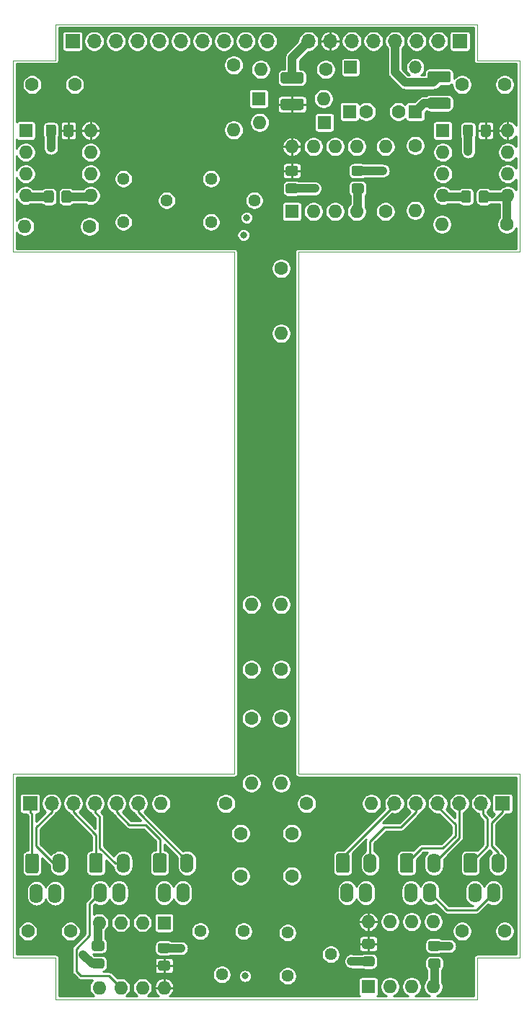
<source format=gbr>
%TF.GenerationSoftware,KiCad,Pcbnew,(5.1.7)-1*%
%TF.CreationDate,2021-10-21T20:27:42-07:00*%
%TF.ProjectId,AnalogBoard_Rev2,416e616c-6f67-4426-9f61-72645f526576,rev?*%
%TF.SameCoordinates,Original*%
%TF.FileFunction,Copper,L4,Bot*%
%TF.FilePolarity,Positive*%
%FSLAX46Y46*%
G04 Gerber Fmt 4.6, Leading zero omitted, Abs format (unit mm)*
G04 Created by KiCad (PCBNEW (5.1.7)-1) date 2021-10-21 20:27:42*
%MOMM*%
%LPD*%
G01*
G04 APERTURE LIST*
%TA.AperFunction,Profile*%
%ADD10C,0.050000*%
%TD*%
%TA.AperFunction,ComponentPad*%
%ADD11C,1.440000*%
%TD*%
%TA.AperFunction,ComponentPad*%
%ADD12O,1.700000X1.700000*%
%TD*%
%TA.AperFunction,ComponentPad*%
%ADD13R,1.700000X1.700000*%
%TD*%
%TA.AperFunction,ComponentPad*%
%ADD14O,1.570000X2.290000*%
%TD*%
%TA.AperFunction,ComponentPad*%
%ADD15O,1.600000X1.600000*%
%TD*%
%TA.AperFunction,ComponentPad*%
%ADD16R,1.600000X1.600000*%
%TD*%
%TA.AperFunction,ComponentPad*%
%ADD17C,1.600000*%
%TD*%
%TA.AperFunction,ComponentPad*%
%ADD18O,1.500000X1.500000*%
%TD*%
%TA.AperFunction,ComponentPad*%
%ADD19R,1.500000X1.500000*%
%TD*%
%TA.AperFunction,ViaPad*%
%ADD20C,0.800000*%
%TD*%
%TA.AperFunction,Conductor*%
%ADD21C,1.000000*%
%TD*%
%TA.AperFunction,Conductor*%
%ADD22C,0.250000*%
%TD*%
%TA.AperFunction,Conductor*%
%ADD23C,0.100000*%
%TD*%
G04 APERTURE END LIST*
D10*
X143250000Y-148100000D02*
X148250000Y-148100000D01*
X143250000Y-153000000D02*
X143250000Y-148100000D01*
X93750000Y-148100000D02*
X88750000Y-148100000D01*
X93750000Y-153000000D02*
X93750000Y-148100000D01*
X143250000Y-42750000D02*
X143250000Y-38500000D01*
X148250000Y-42750000D02*
X143250000Y-42750000D01*
X93750000Y-42750000D02*
X93750000Y-38500000D01*
X88750000Y-42750000D02*
X93750000Y-42750000D01*
X148250000Y-148100000D02*
X148250000Y-126500000D01*
X88750000Y-148100000D02*
X88750000Y-126500000D01*
X122250000Y-126500000D02*
X148250000Y-126500000D01*
X122250000Y-65250000D02*
X148250000Y-65250000D01*
X88750000Y-126500000D02*
X114750000Y-126500000D01*
X88750000Y-65250000D02*
X114750000Y-65250000D01*
X114750000Y-126500000D02*
X114750000Y-65250000D01*
X122250000Y-126500000D02*
X122250000Y-65250000D01*
X148250000Y-42750000D02*
X148250000Y-65250000D01*
X88750000Y-65250000D02*
X88750000Y-42750000D01*
X143250000Y-153000000D02*
X93750000Y-153000000D01*
X93750000Y-38500000D02*
X143250000Y-38500000D01*
D11*
%TO.P,RV4,1*%
%TO.N,GNDD*%
X112014000Y-61722000D03*
%TO.P,RV4,2*%
%TO.N,/TRIM_2*%
X117094000Y-59182000D03*
%TO.P,RV4,3*%
%TO.N,+3V3*%
X112014000Y-56642000D03*
%TD*%
%TO.P,RV3,1*%
%TO.N,GNDD*%
X101727000Y-61722000D03*
%TO.P,RV3,2*%
%TO.N,/TRIM_1*%
X106807000Y-59182000D03*
%TO.P,RV3,3*%
%TO.N,+3V3*%
X101727000Y-56642000D03*
%TD*%
%TO.P,RV2,1*%
%TO.N,/LDRC_2*%
X121000000Y-150250000D03*
%TO.P,RV2,2*%
X126080000Y-147710000D03*
%TO.P,RV2,3*%
%TO.N,Net-(R13-Pad1)*%
X121000000Y-145170000D03*
%TD*%
%TO.P,RV1,1*%
%TO.N,/LDRA_2*%
X110750000Y-145000000D03*
%TO.P,RV1,2*%
X113290000Y-150080000D03*
%TO.P,RV1,3*%
%TO.N,Net-(R12-Pad1)*%
X115830000Y-145000000D03*
%TD*%
D12*
%TO.P,J4,8*%
%TO.N,GND*%
X123470000Y-40500000D03*
%TO.P,J4,7*%
%TO.N,+9V*%
X126010000Y-40500000D03*
%TO.P,J4,6*%
%TO.N,/TRIM_2*%
X128550000Y-40500000D03*
%TO.P,J4,5*%
%TO.N,/TRIM_1*%
X131090000Y-40500000D03*
%TO.P,J4,4*%
%TO.N,-9V*%
X133630000Y-40500000D03*
%TO.P,J4,3*%
%TO.N,/CH2_EFF*%
X136170000Y-40500000D03*
%TO.P,J4,2*%
%TO.N,/CH2_BYP*%
X138710000Y-40500000D03*
D13*
%TO.P,J4,1*%
%TO.N,/IN2*%
X141250000Y-40500000D03*
%TD*%
%TO.P,C20,2*%
%TO.N,-9V*%
%TA.AperFunction,SMDPad,CuDef*%
G36*
G01*
X139911001Y-45328000D02*
X137710999Y-45328000D01*
G75*
G02*
X137461000Y-45078001I0J249999D01*
G01*
X137461000Y-44252999D01*
G75*
G02*
X137710999Y-44003000I249999J0D01*
G01*
X139911001Y-44003000D01*
G75*
G02*
X140161000Y-44252999I0J-249999D01*
G01*
X140161000Y-45078001D01*
G75*
G02*
X139911001Y-45328000I-249999J0D01*
G01*
G37*
%TD.AperFunction*%
%TO.P,C20,1*%
%TO.N,GND*%
%TA.AperFunction,SMDPad,CuDef*%
G36*
G01*
X139911001Y-48453000D02*
X137710999Y-48453000D01*
G75*
G02*
X137461000Y-48203001I0J249999D01*
G01*
X137461000Y-47377999D01*
G75*
G02*
X137710999Y-47128000I249999J0D01*
G01*
X139911001Y-47128000D01*
G75*
G02*
X140161000Y-47377999I0J-249999D01*
G01*
X140161000Y-48203001D01*
G75*
G02*
X139911001Y-48453000I-249999J0D01*
G01*
G37*
%TD.AperFunction*%
%TD*%
%TO.P,C19,2*%
%TO.N,GND*%
%TA.AperFunction,SMDPad,CuDef*%
G36*
G01*
X122639001Y-45455000D02*
X120438999Y-45455000D01*
G75*
G02*
X120189000Y-45205001I0J249999D01*
G01*
X120189000Y-44379999D01*
G75*
G02*
X120438999Y-44130000I249999J0D01*
G01*
X122639001Y-44130000D01*
G75*
G02*
X122889000Y-44379999I0J-249999D01*
G01*
X122889000Y-45205001D01*
G75*
G02*
X122639001Y-45455000I-249999J0D01*
G01*
G37*
%TD.AperFunction*%
%TO.P,C19,1*%
%TO.N,+9V*%
%TA.AperFunction,SMDPad,CuDef*%
G36*
G01*
X122639001Y-48580000D02*
X120438999Y-48580000D01*
G75*
G02*
X120189000Y-48330001I0J249999D01*
G01*
X120189000Y-47504999D01*
G75*
G02*
X120438999Y-47255000I249999J0D01*
G01*
X122639001Y-47255000D01*
G75*
G02*
X122889000Y-47504999I0J-249999D01*
G01*
X122889000Y-48330001D01*
G75*
G02*
X122639001Y-48580000I-249999J0D01*
G01*
G37*
%TD.AperFunction*%
%TD*%
D12*
%TO.P,J3,6*%
%TO.N,/PWM_VOL2*%
X133550000Y-130000000D03*
%TO.P,J3,5*%
%TO.N,/PWM_VOL2_RTN*%
X136090000Y-130000000D03*
%TO.P,J3,4*%
%TO.N,/PWM_4*%
X138630000Y-130000000D03*
%TO.P,J3,3*%
%TO.N,/PWM_4_RTN*%
X141170000Y-130000000D03*
%TO.P,J3,2*%
%TO.N,/PWM_3*%
X143710000Y-130000000D03*
D13*
%TO.P,J3,1*%
%TO.N,/PWM_3_RTN*%
X146250000Y-130000000D03*
%TD*%
D12*
%TO.P,J2,10*%
%TO.N,GND*%
X118610000Y-40500000D03*
%TO.P,J2,9*%
%TO.N,+3V3*%
X116070000Y-40500000D03*
%TO.P,J2,8*%
%TO.N,/DIP1*%
X113530000Y-40500000D03*
%TO.P,J2,7*%
%TO.N,/DIP2*%
X110990000Y-40500000D03*
%TO.P,J2,6*%
%TO.N,/DIP3*%
X108450000Y-40500000D03*
%TO.P,J2,5*%
%TO.N,/DIP4*%
X105910000Y-40500000D03*
%TO.P,J2,4*%
%TO.N,GNDD*%
X103370000Y-40500000D03*
%TO.P,J2,3*%
%TO.N,/CH1_EFF*%
X100830000Y-40500000D03*
%TO.P,J2,2*%
%TO.N,/CH1_BYP*%
X98290000Y-40500000D03*
D13*
%TO.P,J2,1*%
%TO.N,/IN1*%
X95750000Y-40500000D03*
%TD*%
D12*
%TO.P,J1,6*%
%TO.N,/PWM_VOL1_RTN*%
X103450000Y-130000000D03*
%TO.P,J1,5*%
%TO.N,/PWM_VOL1*%
X100910000Y-130000000D03*
%TO.P,J1,4*%
%TO.N,/PWM_2_RTN*%
X98370000Y-130000000D03*
%TO.P,J1,3*%
%TO.N,/PWM_2*%
X95830000Y-130000000D03*
%TO.P,J1,2*%
%TO.N,/PWM_1_RTN*%
X93290000Y-130000000D03*
D13*
%TO.P,J1,1*%
%TO.N,/PWM_1*%
X90750000Y-130000000D03*
%TD*%
%TO.P,U9,1*%
%TO.N,/PWM_4*%
%TA.AperFunction,ComponentPad*%
G36*
G01*
X134464630Y-135855000D02*
X135535370Y-135855000D01*
G75*
G02*
X135785000Y-136104630I0J-249630D01*
G01*
X135785000Y-137895370D01*
G75*
G02*
X135535370Y-138145000I-249630J0D01*
G01*
X134464630Y-138145000D01*
G75*
G02*
X134215000Y-137895370I0J249630D01*
G01*
X134215000Y-136104630D01*
G75*
G02*
X134464630Y-135855000I249630J0D01*
G01*
G37*
%TD.AperFunction*%
D14*
%TO.P,U9,2*%
%TO.N,/PWM_4_RTN*%
X138200000Y-137000000D03*
%TO.P,U9,3*%
%TO.N,/LDRC_2*%
X137700000Y-140500000D03*
%TO.P,U9,4*%
%TO.N,/LDRD_1*%
X135500000Y-140500000D03*
%TD*%
%TO.P,U8,1*%
%TO.N,/PWM_3*%
%TA.AperFunction,ComponentPad*%
G36*
G01*
X141964630Y-135855000D02*
X143035370Y-135855000D01*
G75*
G02*
X143285000Y-136104630I0J-249630D01*
G01*
X143285000Y-137895370D01*
G75*
G02*
X143035370Y-138145000I-249630J0D01*
G01*
X141964630Y-138145000D01*
G75*
G02*
X141715000Y-137895370I0J249630D01*
G01*
X141715000Y-136104630D01*
G75*
G02*
X141964630Y-135855000I249630J0D01*
G01*
G37*
%TD.AperFunction*%
%TO.P,U8,2*%
%TO.N,/PWM_3_RTN*%
X145700000Y-137000000D03*
%TO.P,U8,3*%
%TO.N,/LDRC_2*%
X145200000Y-140500000D03*
%TO.P,U8,4*%
%TO.N,/LDRC_1*%
X143000000Y-140500000D03*
%TD*%
%TO.P,U7,1*%
%TO.N,/PWM_2*%
%TA.AperFunction,ComponentPad*%
G36*
G01*
X97964630Y-135855000D02*
X99035370Y-135855000D01*
G75*
G02*
X99285000Y-136104630I0J-249630D01*
G01*
X99285000Y-137895370D01*
G75*
G02*
X99035370Y-138145000I-249630J0D01*
G01*
X97964630Y-138145000D01*
G75*
G02*
X97715000Y-137895370I0J249630D01*
G01*
X97715000Y-136104630D01*
G75*
G02*
X97964630Y-135855000I249630J0D01*
G01*
G37*
%TD.AperFunction*%
%TO.P,U7,2*%
%TO.N,/PWM_2_RTN*%
X101700000Y-137000000D03*
%TO.P,U7,3*%
%TO.N,/LDRA_2*%
X101200000Y-140500000D03*
%TO.P,U7,4*%
%TO.N,/LDRB_1*%
X99000000Y-140500000D03*
%TD*%
%TO.P,U6,1*%
%TO.N,/PWM_1*%
%TA.AperFunction,ComponentPad*%
G36*
G01*
X90464630Y-135888000D02*
X91535370Y-135888000D01*
G75*
G02*
X91785000Y-136137630I0J-249630D01*
G01*
X91785000Y-137928370D01*
G75*
G02*
X91535370Y-138178000I-249630J0D01*
G01*
X90464630Y-138178000D01*
G75*
G02*
X90215000Y-137928370I0J249630D01*
G01*
X90215000Y-136137630D01*
G75*
G02*
X90464630Y-135888000I249630J0D01*
G01*
G37*
%TD.AperFunction*%
%TO.P,U6,2*%
%TO.N,/PWM_1_RTN*%
X94200000Y-137033000D03*
%TO.P,U6,3*%
%TO.N,/LDRA_2*%
X93700000Y-140533000D03*
%TO.P,U6,4*%
%TO.N,/LDRA_1*%
X91500000Y-140533000D03*
%TD*%
%TO.P,U13,1*%
%TO.N,/PWM_VOL2*%
%TA.AperFunction,ComponentPad*%
G36*
G01*
X126964630Y-135855000D02*
X128035370Y-135855000D01*
G75*
G02*
X128285000Y-136104630I0J-249630D01*
G01*
X128285000Y-137895370D01*
G75*
G02*
X128035370Y-138145000I-249630J0D01*
G01*
X126964630Y-138145000D01*
G75*
G02*
X126715000Y-137895370I0J249630D01*
G01*
X126715000Y-136104630D01*
G75*
G02*
X126964630Y-135855000I249630J0D01*
G01*
G37*
%TD.AperFunction*%
%TO.P,U13,2*%
%TO.N,/PWM_VOL2_RTN*%
X130700000Y-137000000D03*
%TO.P,U13,3*%
%TO.N,Net-(R13-Pad1)*%
X130200000Y-140500000D03*
%TO.P,U13,4*%
%TO.N,/LDRC_2*%
X128000000Y-140500000D03*
%TD*%
%TO.P,U12,1*%
%TO.N,/PWM_VOL1*%
%TA.AperFunction,ComponentPad*%
G36*
G01*
X105464630Y-135855000D02*
X106535370Y-135855000D01*
G75*
G02*
X106785000Y-136104630I0J-249630D01*
G01*
X106785000Y-137895370D01*
G75*
G02*
X106535370Y-138145000I-249630J0D01*
G01*
X105464630Y-138145000D01*
G75*
G02*
X105215000Y-137895370I0J249630D01*
G01*
X105215000Y-136104630D01*
G75*
G02*
X105464630Y-135855000I249630J0D01*
G01*
G37*
%TD.AperFunction*%
%TO.P,U12,2*%
%TO.N,/PWM_VOL1_RTN*%
X109200000Y-137000000D03*
%TO.P,U12,3*%
%TO.N,Net-(R12-Pad1)*%
X108700000Y-140500000D03*
%TO.P,U12,4*%
%TO.N,/LDRA_2*%
X106500000Y-140500000D03*
%TD*%
D15*
%TO.P,U5,8*%
%TO.N,+9V*%
X121500000Y-52880000D03*
%TO.P,U5,4*%
%TO.N,-9V*%
X129120000Y-60500000D03*
%TO.P,U5,7*%
%TO.N,Net-(R11-Pad1)*%
X124040000Y-52880000D03*
%TO.P,U5,3*%
%TO.N,/CH1_BYP*%
X126580000Y-60500000D03*
%TO.P,U5,6*%
%TO.N,Net-(R11-Pad1)*%
X126580000Y-52880000D03*
%TO.P,U5,2*%
%TO.N,Net-(D2-Pad2)*%
X124040000Y-60500000D03*
%TO.P,U5,5*%
%TO.N,Net-(C10-Pad2)*%
X129120000Y-52880000D03*
D16*
%TO.P,U5,1*%
%TO.N,Net-(D2-Pad1)*%
X121500000Y-60500000D03*
%TD*%
D15*
%TO.P,U4,8*%
%TO.N,+9V*%
X130500000Y-143880000D03*
%TO.P,U4,4*%
%TO.N,-9V*%
X138120000Y-151500000D03*
%TO.P,U4,7*%
%TO.N,/LDRD_1*%
X133040000Y-143880000D03*
%TO.P,U4,3*%
%TO.N,Net-(C8-Pad2)*%
X135580000Y-151500000D03*
%TO.P,U4,6*%
%TO.N,/LDRD_1*%
X135580000Y-143880000D03*
%TO.P,U4,2*%
%TO.N,/LDRC_1*%
X133040000Y-151500000D03*
%TO.P,U4,5*%
%TO.N,Net-(C5-Pad1)*%
X138120000Y-143880000D03*
D16*
%TO.P,U4,1*%
%TO.N,/LDRC_1*%
X130500000Y-151500000D03*
%TD*%
D15*
%TO.P,U3,8*%
%TO.N,+9V*%
X106500000Y-151620000D03*
%TO.P,U3,4*%
%TO.N,-9V*%
X98880000Y-144000000D03*
%TO.P,U3,7*%
%TO.N,/LDRB_1*%
X103960000Y-151620000D03*
%TO.P,U3,3*%
%TO.N,Net-(C7-Pad2)*%
X101420000Y-144000000D03*
%TO.P,U3,6*%
%TO.N,/LDRB_1*%
X101420000Y-151620000D03*
%TO.P,U3,2*%
%TO.N,/LDRA_1*%
X103960000Y-144000000D03*
%TO.P,U3,5*%
%TO.N,Net-(C4-Pad1)*%
X98880000Y-151620000D03*
D16*
%TO.P,U3,1*%
%TO.N,/LDRA_1*%
X106500000Y-144000000D03*
%TD*%
D15*
%TO.P,U2,8*%
%TO.N,+9V*%
X146870000Y-51000000D03*
%TO.P,U2,4*%
%TO.N,-9V*%
X139250000Y-58620000D03*
%TO.P,U2,7*%
%TO.N,/CH2_EFF*%
X146870000Y-53540000D03*
%TO.P,U2,3*%
%TO.N,Net-(C2-Pad1)*%
X139250000Y-56080000D03*
%TO.P,U2,6*%
%TO.N,/LDRC_2*%
X146870000Y-56080000D03*
%TO.P,U2,2*%
%TO.N,/CH2_BYP*%
X139250000Y-53540000D03*
%TO.P,U2,5*%
%TO.N,GND*%
X146870000Y-58620000D03*
D16*
%TO.P,U2,1*%
%TO.N,/CH2_BYP*%
X139250000Y-51000000D03*
%TD*%
D15*
%TO.P,U1,8*%
%TO.N,+9V*%
X97870000Y-51000000D03*
%TO.P,U1,4*%
%TO.N,-9V*%
X90250000Y-58620000D03*
%TO.P,U1,7*%
%TO.N,/CH1_EFF*%
X97870000Y-53540000D03*
%TO.P,U1,3*%
%TO.N,Net-(C1-Pad1)*%
X90250000Y-56080000D03*
%TO.P,U1,6*%
%TO.N,/LDRA_2*%
X97870000Y-56080000D03*
%TO.P,U1,2*%
%TO.N,/CH1_BYP*%
X90250000Y-53540000D03*
%TO.P,U1,5*%
%TO.N,GND*%
X97870000Y-58620000D03*
D16*
%TO.P,U1,1*%
%TO.N,/CH1_BYP*%
X90250000Y-51000000D03*
%TD*%
D15*
%TO.P,R13,2*%
%TO.N,/CH2_EFF*%
X120250000Y-106630000D03*
D17*
%TO.P,R13,1*%
%TO.N,Net-(R13-Pad1)*%
X120250000Y-114250000D03*
%TD*%
D15*
%TO.P,R12,2*%
%TO.N,/CH1_EFF*%
X116750000Y-106630000D03*
D17*
%TO.P,R12,1*%
%TO.N,Net-(R12-Pad1)*%
X116750000Y-114250000D03*
%TD*%
D15*
%TO.P,R11,2*%
%TO.N,/ENV_OUT*%
X117856000Y-43815000D03*
D17*
%TO.P,R11,1*%
%TO.N,Net-(R11-Pad1)*%
X125476000Y-43815000D03*
%TD*%
D15*
%TO.P,R10,2*%
%TO.N,GND*%
X136000000Y-60370000D03*
D17*
%TO.P,R10,1*%
%TO.N,Net-(C10-Pad2)*%
X136000000Y-52750000D03*
%TD*%
D15*
%TO.P,R9,2*%
%TO.N,Net-(C10-Pad2)*%
X132500000Y-52880000D03*
D17*
%TO.P,R9,1*%
%TO.N,Net-(D3-Pad1)*%
X132500000Y-60500000D03*
%TD*%
D15*
%TO.P,R8,2*%
%TO.N,Net-(D3-Pad1)*%
X114681000Y-50927000D03*
D17*
%TO.P,R8,1*%
%TO.N,Net-(D2-Pad2)*%
X114681000Y-43307000D03*
%TD*%
D15*
%TO.P,R7,2*%
%TO.N,Net-(C5-Pad1)*%
X120250000Y-127620000D03*
D17*
%TO.P,R7,1*%
%TO.N,GND*%
X120250000Y-120000000D03*
%TD*%
D15*
%TO.P,R6,2*%
%TO.N,Net-(C4-Pad1)*%
X116750000Y-127620000D03*
D17*
%TO.P,R6,1*%
%TO.N,GND*%
X116750000Y-120000000D03*
%TD*%
D15*
%TO.P,R5,2*%
%TO.N,GND*%
X120250000Y-74803000D03*
D17*
%TO.P,R5,1*%
%TO.N,Net-(D2-Pad2)*%
X120250000Y-67183000D03*
%TD*%
D15*
%TO.P,R4,2*%
%TO.N,Net-(C8-Pad2)*%
X130870000Y-130000000D03*
D17*
%TO.P,R4,1*%
%TO.N,/CH2_BYP*%
X123250000Y-130000000D03*
%TD*%
D15*
%TO.P,R3,2*%
%TO.N,Net-(C7-Pad2)*%
X106130000Y-130000000D03*
D17*
%TO.P,R3,1*%
%TO.N,/CH1_BYP*%
X113750000Y-130000000D03*
%TD*%
D15*
%TO.P,R2,2*%
%TO.N,Net-(C2-Pad1)*%
X139130000Y-62000000D03*
D17*
%TO.P,R2,1*%
%TO.N,GND*%
X146750000Y-62000000D03*
%TD*%
D15*
%TO.P,R1,2*%
%TO.N,Net-(C1-Pad1)*%
X90130000Y-62250000D03*
D17*
%TO.P,R1,1*%
%TO.N,GND*%
X97750000Y-62250000D03*
%TD*%
D18*
%TO.P,D4,2*%
%TO.N,GND*%
X136017000Y-43561000D03*
D19*
%TO.P,D4,1*%
%TO.N,/ENV_OUT*%
X128397000Y-43561000D03*
%TD*%
D15*
%TO.P,D3,2*%
%TO.N,Net-(D2-Pad1)*%
X117729000Y-50038000D03*
D16*
%TO.P,D3,1*%
%TO.N,Net-(D3-Pad1)*%
X125349000Y-50038000D03*
%TD*%
D15*
%TO.P,D2,2*%
%TO.N,Net-(D2-Pad2)*%
X125222000Y-47244000D03*
D16*
%TO.P,D2,1*%
%TO.N,Net-(D2-Pad1)*%
X117602000Y-47244000D03*
%TD*%
%TO.P,C18,2*%
%TO.N,-9V*%
%TA.AperFunction,SMDPad,CuDef*%
G36*
G01*
X128775000Y-57200000D02*
X129725000Y-57200000D01*
G75*
G02*
X129975000Y-57450000I0J-250000D01*
G01*
X129975000Y-58125000D01*
G75*
G02*
X129725000Y-58375000I-250000J0D01*
G01*
X128775000Y-58375000D01*
G75*
G02*
X128525000Y-58125000I0J250000D01*
G01*
X128525000Y-57450000D01*
G75*
G02*
X128775000Y-57200000I250000J0D01*
G01*
G37*
%TD.AperFunction*%
%TO.P,C18,1*%
%TO.N,GND*%
%TA.AperFunction,SMDPad,CuDef*%
G36*
G01*
X128775000Y-55125000D02*
X129725000Y-55125000D01*
G75*
G02*
X129975000Y-55375000I0J-250000D01*
G01*
X129975000Y-56050000D01*
G75*
G02*
X129725000Y-56300000I-250000J0D01*
G01*
X128775000Y-56300000D01*
G75*
G02*
X128525000Y-56050000I0J250000D01*
G01*
X128525000Y-55375000D01*
G75*
G02*
X128775000Y-55125000I250000J0D01*
G01*
G37*
%TD.AperFunction*%
%TD*%
%TO.P,C17,2*%
%TO.N,GND*%
%TA.AperFunction,SMDPad,CuDef*%
G36*
G01*
X121025000Y-57200000D02*
X121975000Y-57200000D01*
G75*
G02*
X122225000Y-57450000I0J-250000D01*
G01*
X122225000Y-58125000D01*
G75*
G02*
X121975000Y-58375000I-250000J0D01*
G01*
X121025000Y-58375000D01*
G75*
G02*
X120775000Y-58125000I0J250000D01*
G01*
X120775000Y-57450000D01*
G75*
G02*
X121025000Y-57200000I250000J0D01*
G01*
G37*
%TD.AperFunction*%
%TO.P,C17,1*%
%TO.N,+9V*%
%TA.AperFunction,SMDPad,CuDef*%
G36*
G01*
X121025000Y-55125000D02*
X121975000Y-55125000D01*
G75*
G02*
X122225000Y-55375000I0J-250000D01*
G01*
X122225000Y-56050000D01*
G75*
G02*
X121975000Y-56300000I-250000J0D01*
G01*
X121025000Y-56300000D01*
G75*
G02*
X120775000Y-56050000I0J250000D01*
G01*
X120775000Y-55375000D01*
G75*
G02*
X121025000Y-55125000I250000J0D01*
G01*
G37*
%TD.AperFunction*%
%TD*%
%TO.P,C16,2*%
%TO.N,-9V*%
%TA.AperFunction,SMDPad,CuDef*%
G36*
G01*
X137775000Y-148200000D02*
X138725000Y-148200000D01*
G75*
G02*
X138975000Y-148450000I0J-250000D01*
G01*
X138975000Y-149125000D01*
G75*
G02*
X138725000Y-149375000I-250000J0D01*
G01*
X137775000Y-149375000D01*
G75*
G02*
X137525000Y-149125000I0J250000D01*
G01*
X137525000Y-148450000D01*
G75*
G02*
X137775000Y-148200000I250000J0D01*
G01*
G37*
%TD.AperFunction*%
%TO.P,C16,1*%
%TO.N,GND*%
%TA.AperFunction,SMDPad,CuDef*%
G36*
G01*
X137775000Y-146125000D02*
X138725000Y-146125000D01*
G75*
G02*
X138975000Y-146375000I0J-250000D01*
G01*
X138975000Y-147050000D01*
G75*
G02*
X138725000Y-147300000I-250000J0D01*
G01*
X137775000Y-147300000D01*
G75*
G02*
X137525000Y-147050000I0J250000D01*
G01*
X137525000Y-146375000D01*
G75*
G02*
X137775000Y-146125000I250000J0D01*
G01*
G37*
%TD.AperFunction*%
%TD*%
%TO.P,C15,2*%
%TO.N,GND*%
%TA.AperFunction,SMDPad,CuDef*%
G36*
G01*
X130025000Y-147950000D02*
X130975000Y-147950000D01*
G75*
G02*
X131225000Y-148200000I0J-250000D01*
G01*
X131225000Y-148875000D01*
G75*
G02*
X130975000Y-149125000I-250000J0D01*
G01*
X130025000Y-149125000D01*
G75*
G02*
X129775000Y-148875000I0J250000D01*
G01*
X129775000Y-148200000D01*
G75*
G02*
X130025000Y-147950000I250000J0D01*
G01*
G37*
%TD.AperFunction*%
%TO.P,C15,1*%
%TO.N,+9V*%
%TA.AperFunction,SMDPad,CuDef*%
G36*
G01*
X130025000Y-145875000D02*
X130975000Y-145875000D01*
G75*
G02*
X131225000Y-146125000I0J-250000D01*
G01*
X131225000Y-146800000D01*
G75*
G02*
X130975000Y-147050000I-250000J0D01*
G01*
X130025000Y-147050000D01*
G75*
G02*
X129775000Y-146800000I0J250000D01*
G01*
X129775000Y-146125000D01*
G75*
G02*
X130025000Y-145875000I250000J0D01*
G01*
G37*
%TD.AperFunction*%
%TD*%
%TO.P,C14,2*%
%TO.N,-9V*%
%TA.AperFunction,SMDPad,CuDef*%
G36*
G01*
X99225000Y-147300000D02*
X98275000Y-147300000D01*
G75*
G02*
X98025000Y-147050000I0J250000D01*
G01*
X98025000Y-146375000D01*
G75*
G02*
X98275000Y-146125000I250000J0D01*
G01*
X99225000Y-146125000D01*
G75*
G02*
X99475000Y-146375000I0J-250000D01*
G01*
X99475000Y-147050000D01*
G75*
G02*
X99225000Y-147300000I-250000J0D01*
G01*
G37*
%TD.AperFunction*%
%TO.P,C14,1*%
%TO.N,GND*%
%TA.AperFunction,SMDPad,CuDef*%
G36*
G01*
X99225000Y-149375000D02*
X98275000Y-149375000D01*
G75*
G02*
X98025000Y-149125000I0J250000D01*
G01*
X98025000Y-148450000D01*
G75*
G02*
X98275000Y-148200000I250000J0D01*
G01*
X99225000Y-148200000D01*
G75*
G02*
X99475000Y-148450000I0J-250000D01*
G01*
X99475000Y-149125000D01*
G75*
G02*
X99225000Y-149375000I-250000J0D01*
G01*
G37*
%TD.AperFunction*%
%TD*%
%TO.P,C13,2*%
%TO.N,GND*%
%TA.AperFunction,SMDPad,CuDef*%
G36*
G01*
X106975000Y-147550000D02*
X106025000Y-147550000D01*
G75*
G02*
X105775000Y-147300000I0J250000D01*
G01*
X105775000Y-146625000D01*
G75*
G02*
X106025000Y-146375000I250000J0D01*
G01*
X106975000Y-146375000D01*
G75*
G02*
X107225000Y-146625000I0J-250000D01*
G01*
X107225000Y-147300000D01*
G75*
G02*
X106975000Y-147550000I-250000J0D01*
G01*
G37*
%TD.AperFunction*%
%TO.P,C13,1*%
%TO.N,+9V*%
%TA.AperFunction,SMDPad,CuDef*%
G36*
G01*
X106975000Y-149625000D02*
X106025000Y-149625000D01*
G75*
G02*
X105775000Y-149375000I0J250000D01*
G01*
X105775000Y-148700000D01*
G75*
G02*
X106025000Y-148450000I250000J0D01*
G01*
X106975000Y-148450000D01*
G75*
G02*
X107225000Y-148700000I0J-250000D01*
G01*
X107225000Y-149375000D01*
G75*
G02*
X106975000Y-149625000I-250000J0D01*
G01*
G37*
%TD.AperFunction*%
%TD*%
%TO.P,C12,2*%
%TO.N,-9V*%
%TA.AperFunction,SMDPad,CuDef*%
G36*
G01*
X142550000Y-58275000D02*
X142550000Y-59225000D01*
G75*
G02*
X142300000Y-59475000I-250000J0D01*
G01*
X141625000Y-59475000D01*
G75*
G02*
X141375000Y-59225000I0J250000D01*
G01*
X141375000Y-58275000D01*
G75*
G02*
X141625000Y-58025000I250000J0D01*
G01*
X142300000Y-58025000D01*
G75*
G02*
X142550000Y-58275000I0J-250000D01*
G01*
G37*
%TD.AperFunction*%
%TO.P,C12,1*%
%TO.N,GND*%
%TA.AperFunction,SMDPad,CuDef*%
G36*
G01*
X144625000Y-58275000D02*
X144625000Y-59225000D01*
G75*
G02*
X144375000Y-59475000I-250000J0D01*
G01*
X143700000Y-59475000D01*
G75*
G02*
X143450000Y-59225000I0J250000D01*
G01*
X143450000Y-58275000D01*
G75*
G02*
X143700000Y-58025000I250000J0D01*
G01*
X144375000Y-58025000D01*
G75*
G02*
X144625000Y-58275000I0J-250000D01*
G01*
G37*
%TD.AperFunction*%
%TD*%
D17*
%TO.P,C11,2*%
%TO.N,/ENV_OUT*%
X130270000Y-48768000D03*
D16*
%TO.P,C11,1*%
%TO.N,GND*%
X128270000Y-48768000D03*
%TD*%
D17*
%TO.P,C10,2*%
%TO.N,Net-(C10-Pad2)*%
X134017000Y-48768000D03*
D16*
%TO.P,C10,1*%
%TO.N,GND*%
X136017000Y-48768000D03*
%TD*%
%TO.P,C9,2*%
%TO.N,GND*%
%TA.AperFunction,SMDPad,CuDef*%
G36*
G01*
X142800000Y-50525000D02*
X142800000Y-51475000D01*
G75*
G02*
X142550000Y-51725000I-250000J0D01*
G01*
X141875000Y-51725000D01*
G75*
G02*
X141625000Y-51475000I0J250000D01*
G01*
X141625000Y-50525000D01*
G75*
G02*
X141875000Y-50275000I250000J0D01*
G01*
X142550000Y-50275000D01*
G75*
G02*
X142800000Y-50525000I0J-250000D01*
G01*
G37*
%TD.AperFunction*%
%TO.P,C9,1*%
%TO.N,+9V*%
%TA.AperFunction,SMDPad,CuDef*%
G36*
G01*
X144875000Y-50525000D02*
X144875000Y-51475000D01*
G75*
G02*
X144625000Y-51725000I-250000J0D01*
G01*
X143950000Y-51725000D01*
G75*
G02*
X143700000Y-51475000I0J250000D01*
G01*
X143700000Y-50525000D01*
G75*
G02*
X143950000Y-50275000I250000J0D01*
G01*
X144625000Y-50275000D01*
G75*
G02*
X144875000Y-50525000I0J-250000D01*
G01*
G37*
%TD.AperFunction*%
%TD*%
D17*
%TO.P,C8,2*%
%TO.N,Net-(C8-Pad2)*%
X141500000Y-145000000D03*
%TO.P,C8,1*%
%TO.N,GND*%
X146500000Y-145000000D03*
%TD*%
%TO.P,C7,2*%
%TO.N,Net-(C7-Pad2)*%
X95500000Y-145000000D03*
%TO.P,C7,1*%
%TO.N,GND*%
X90500000Y-145000000D03*
%TD*%
%TO.P,C6,2*%
%TO.N,-9V*%
%TA.AperFunction,SMDPad,CuDef*%
G36*
G01*
X93550000Y-58275000D02*
X93550000Y-59225000D01*
G75*
G02*
X93300000Y-59475000I-250000J0D01*
G01*
X92625000Y-59475000D01*
G75*
G02*
X92375000Y-59225000I0J250000D01*
G01*
X92375000Y-58275000D01*
G75*
G02*
X92625000Y-58025000I250000J0D01*
G01*
X93300000Y-58025000D01*
G75*
G02*
X93550000Y-58275000I0J-250000D01*
G01*
G37*
%TD.AperFunction*%
%TO.P,C6,1*%
%TO.N,GND*%
%TA.AperFunction,SMDPad,CuDef*%
G36*
G01*
X95625000Y-58275000D02*
X95625000Y-59225000D01*
G75*
G02*
X95375000Y-59475000I-250000J0D01*
G01*
X94700000Y-59475000D01*
G75*
G02*
X94450000Y-59225000I0J250000D01*
G01*
X94450000Y-58275000D01*
G75*
G02*
X94700000Y-58025000I250000J0D01*
G01*
X95375000Y-58025000D01*
G75*
G02*
X95625000Y-58275000I0J-250000D01*
G01*
G37*
%TD.AperFunction*%
%TD*%
%TO.P,C5,2*%
%TO.N,/CH2_BYP*%
X121500000Y-138500000D03*
%TO.P,C5,1*%
%TO.N,Net-(C5-Pad1)*%
X121500000Y-133500000D03*
%TD*%
%TO.P,C4,2*%
%TO.N,/CH1_BYP*%
X115500000Y-133500000D03*
%TO.P,C4,1*%
%TO.N,Net-(C4-Pad1)*%
X115500000Y-138500000D03*
%TD*%
%TO.P,C3,2*%
%TO.N,GND*%
%TA.AperFunction,SMDPad,CuDef*%
G36*
G01*
X93800000Y-50525000D02*
X93800000Y-51475000D01*
G75*
G02*
X93550000Y-51725000I-250000J0D01*
G01*
X92875000Y-51725000D01*
G75*
G02*
X92625000Y-51475000I0J250000D01*
G01*
X92625000Y-50525000D01*
G75*
G02*
X92875000Y-50275000I250000J0D01*
G01*
X93550000Y-50275000D01*
G75*
G02*
X93800000Y-50525000I0J-250000D01*
G01*
G37*
%TD.AperFunction*%
%TO.P,C3,1*%
%TO.N,+9V*%
%TA.AperFunction,SMDPad,CuDef*%
G36*
G01*
X95875000Y-50525000D02*
X95875000Y-51475000D01*
G75*
G02*
X95625000Y-51725000I-250000J0D01*
G01*
X94950000Y-51725000D01*
G75*
G02*
X94700000Y-51475000I0J250000D01*
G01*
X94700000Y-50525000D01*
G75*
G02*
X94950000Y-50275000I250000J0D01*
G01*
X95625000Y-50275000D01*
G75*
G02*
X95875000Y-50525000I0J-250000D01*
G01*
G37*
%TD.AperFunction*%
%TD*%
%TO.P,C2,2*%
%TO.N,/IN2*%
X146500000Y-45600000D03*
%TO.P,C2,1*%
%TO.N,Net-(C2-Pad1)*%
X141500000Y-45600000D03*
%TD*%
%TO.P,C1,2*%
%TO.N,/IN1*%
X91000000Y-45600000D03*
%TO.P,C1,1*%
%TO.N,Net-(C1-Pad1)*%
X96000000Y-45600000D03*
%TD*%
D20*
%TO.N,GND*%
X108500000Y-147000000D03*
X97000000Y-147750000D03*
X128500000Y-148500000D03*
X140000000Y-146750000D03*
X142212500Y-53462500D03*
X132212500Y-55712500D03*
X124212500Y-57787500D03*
X93250000Y-53000000D03*
%TO.N,/CH1_BYP*%
X116205000Y-61214000D03*
X115824000Y-63246000D03*
%TO.N,/LDRA_2*%
X116000002Y-150250000D03*
%TD*%
D21*
%TO.N,GND*%
X146750000Y-58740000D02*
X146870000Y-58620000D01*
X146750000Y-62000000D02*
X146750000Y-58740000D01*
X106537500Y-147000000D02*
X106500000Y-146962500D01*
X108500000Y-147000000D02*
X106537500Y-147000000D01*
X128537500Y-148537500D02*
X130500000Y-148537500D01*
X128500000Y-148500000D02*
X128537500Y-148537500D01*
X138287500Y-146750000D02*
X138250000Y-146712500D01*
X140000000Y-146750000D02*
X138287500Y-146750000D01*
X146740000Y-58750000D02*
X146870000Y-58620000D01*
X144037500Y-58750000D02*
X146740000Y-58750000D01*
X142212500Y-51000000D02*
X142212500Y-53462500D01*
X142212500Y-53462500D02*
X142212500Y-53462500D01*
X121500000Y-57787500D02*
X124212500Y-57787500D01*
X129250000Y-55712500D02*
X132212500Y-55712500D01*
X132212500Y-55712500D02*
X132212500Y-55712500D01*
X124212500Y-57787500D02*
X124212500Y-57787500D01*
X97740000Y-58750000D02*
X97870000Y-58620000D01*
X95037500Y-58750000D02*
X97740000Y-58750000D01*
X98037500Y-148787500D02*
X97000000Y-147750000D01*
X98750000Y-148787500D02*
X98037500Y-148787500D01*
X93212500Y-51000000D02*
X93212500Y-52962500D01*
X93212500Y-52962500D02*
X93250000Y-53000000D01*
X93212500Y-53037500D02*
X93250000Y-53000000D01*
X136994500Y-47790500D02*
X136017000Y-48768000D01*
X138811000Y-47790500D02*
X136994500Y-47790500D01*
X121539000Y-42431000D02*
X123470000Y-40500000D01*
X121539000Y-44792500D02*
X121539000Y-42431000D01*
%TO.N,-9V*%
X138250000Y-151370000D02*
X138120000Y-151500000D01*
X138250000Y-148787500D02*
X138250000Y-151370000D01*
X98750000Y-144130000D02*
X98880000Y-144000000D01*
X98750000Y-146712500D02*
X98750000Y-144130000D01*
X139380000Y-58750000D02*
X139250000Y-58620000D01*
X141962500Y-58750000D02*
X139380000Y-58750000D01*
X129250000Y-60370000D02*
X129120000Y-60500000D01*
X129250000Y-57787500D02*
X129250000Y-60370000D01*
X90380000Y-58750000D02*
X90250000Y-58620000D01*
X92962500Y-58750000D02*
X90380000Y-58750000D01*
X138684000Y-44538500D02*
X138811000Y-44665500D01*
%TO.N,/CH2_BYP*%
X138880000Y-40500000D02*
X138684000Y-40696000D01*
%TO.N,-9V*%
X138148500Y-45328000D02*
X134828000Y-45328000D01*
X138811000Y-44665500D02*
X138148500Y-45328000D01*
X133630000Y-44130000D02*
X133630000Y-40500000D01*
X134828000Y-45328000D02*
X133630000Y-44130000D01*
D22*
%TO.N,/LDRC_2*%
X137700000Y-140500000D02*
X137750000Y-140500000D01*
X137750000Y-140500000D02*
X139750000Y-142500000D01*
X143200000Y-142500000D02*
X145200000Y-140500000D01*
X139750000Y-142500000D02*
X143200000Y-142500000D01*
%TO.N,/LDRB_1*%
X97754999Y-141745001D02*
X99000000Y-140500000D01*
X97754999Y-145495001D02*
X97754999Y-141745001D01*
X96174991Y-147075009D02*
X97754999Y-145495001D01*
X96750000Y-150250000D02*
X96174991Y-149674991D01*
X100050000Y-150250000D02*
X96750000Y-150250000D01*
X96174991Y-149674991D02*
X96174991Y-147075009D01*
X101420000Y-151620000D02*
X100050000Y-150250000D01*
%TO.N,/PWM_1*%
X91000000Y-131250000D02*
X90750000Y-131000000D01*
X91000000Y-137033000D02*
X91000000Y-131250000D01*
X90750000Y-131000000D02*
X90750000Y-130000000D01*
%TO.N,/PWM_VOL1*%
X106000000Y-137000000D02*
X106000000Y-134186410D01*
X106000000Y-134186410D02*
X104313590Y-132500000D01*
X102410000Y-132500000D02*
X100910000Y-131000000D01*
X104313590Y-132500000D02*
X102410000Y-132500000D01*
X100910000Y-131000000D02*
X100910000Y-130000000D01*
%TO.N,/PWM_VOL2*%
X133500000Y-130050000D02*
X133550000Y-130000000D01*
X133550000Y-130200000D02*
X133550000Y-130000000D01*
X127500000Y-136250000D02*
X133550000Y-130200000D01*
X127500000Y-137000000D02*
X127500000Y-136250000D01*
%TO.N,/PWM_2*%
X95830000Y-131000000D02*
X95830000Y-130000000D01*
X98500000Y-133670000D02*
X95830000Y-131000000D01*
X98500000Y-137000000D02*
X98500000Y-133670000D01*
%TO.N,/PWM_4*%
X138630000Y-130380000D02*
X138630000Y-130000000D01*
X140719990Y-132469990D02*
X138630000Y-130380000D01*
X139250000Y-135250000D02*
X140719990Y-133780010D01*
X136750000Y-135250000D02*
X139250000Y-135250000D01*
X140719990Y-133780010D02*
X140719990Y-132469990D01*
X135000000Y-137000000D02*
X136750000Y-135250000D01*
%TO.N,/PWM_3*%
X142500000Y-137000000D02*
X144500000Y-135000000D01*
X144500000Y-135000000D02*
X144500000Y-131790000D01*
X143980000Y-130270000D02*
X143710000Y-130000000D01*
X143980000Y-131270000D02*
X143980000Y-130270000D01*
X144500000Y-131790000D02*
X143980000Y-131270000D01*
%TO.N,/PWM_VOL1_RTN*%
X109200000Y-136750000D02*
X109200000Y-137000000D01*
X103450000Y-131000000D02*
X109200000Y-136750000D01*
X103450000Y-131000000D02*
X103450000Y-130000000D01*
%TO.N,/PWM_2_RTN*%
X101700000Y-137000000D02*
X100750000Y-137000000D01*
X98950010Y-131580010D02*
X98370000Y-131000000D01*
X98950010Y-135200010D02*
X98950010Y-131580010D01*
X100750000Y-137000000D02*
X98950010Y-135200010D01*
X98370000Y-131000000D02*
X98370000Y-130000000D01*
%TO.N,/PWM_VOL2_RTN*%
X130700000Y-137000000D02*
X130700000Y-134436410D01*
X130700000Y-134436410D02*
X132386410Y-132750000D01*
X134340000Y-132750000D02*
X136090000Y-131000000D01*
X132386410Y-132750000D02*
X134340000Y-132750000D01*
X136090000Y-131000000D02*
X136090000Y-130000000D01*
%TO.N,/PWM_4_RTN*%
X141170000Y-134030000D02*
X138200000Y-137000000D01*
X141170000Y-131000000D02*
X141170000Y-134030000D01*
X141170000Y-131000000D02*
X141170000Y-130000000D01*
%TO.N,/PWM_3_RTN*%
X145000000Y-132250000D02*
X146250000Y-131000000D01*
X146250000Y-131000000D02*
X146250000Y-130000000D01*
X145000000Y-135000000D02*
X145000000Y-132250000D01*
X145700000Y-135700000D02*
X145000000Y-135000000D01*
X145700000Y-137000000D02*
X145700000Y-135700000D01*
%TO.N,/PWM_1_RTN*%
X94200000Y-137033000D02*
X93533000Y-137033000D01*
X93533000Y-137033000D02*
X91500000Y-135000000D01*
X91500000Y-132790000D02*
X93290000Y-131000000D01*
X91500000Y-135000000D02*
X91500000Y-132790000D01*
X93290000Y-131000000D02*
X93290000Y-130000000D01*
%TD*%
%TO.N,+9V*%
X142846000Y-42730160D02*
X142844046Y-42750000D01*
X142851846Y-42829198D01*
X142874947Y-42905352D01*
X142912462Y-42975536D01*
X142954055Y-43026218D01*
X142962947Y-43037053D01*
X143024464Y-43087538D01*
X143094648Y-43125053D01*
X143170802Y-43148154D01*
X143250000Y-43155954D01*
X143269840Y-43154000D01*
X147846000Y-43154000D01*
X147846000Y-50352475D01*
X147821770Y-50310972D01*
X147669059Y-50138530D01*
X147485641Y-49999194D01*
X147278564Y-49898319D01*
X147055786Y-49839781D01*
X146872000Y-49918752D01*
X146872000Y-50998000D01*
X146892000Y-50998000D01*
X146892000Y-51002000D01*
X146872000Y-51002000D01*
X146872000Y-52081248D01*
X147055786Y-52160219D01*
X147278564Y-52101681D01*
X147485641Y-52000806D01*
X147669059Y-51861470D01*
X147821770Y-51689028D01*
X147846000Y-51647525D01*
X147846000Y-52878543D01*
X147785789Y-52788431D01*
X147621569Y-52624211D01*
X147428466Y-52495183D01*
X147213902Y-52406308D01*
X146986121Y-52361000D01*
X146753879Y-52361000D01*
X146526098Y-52406308D01*
X146311534Y-52495183D01*
X146118431Y-52624211D01*
X145954211Y-52788431D01*
X145825183Y-52981534D01*
X145736308Y-53196098D01*
X145691000Y-53423879D01*
X145691000Y-53656121D01*
X145736308Y-53883902D01*
X145825183Y-54098466D01*
X145954211Y-54291569D01*
X146118431Y-54455789D01*
X146311534Y-54584817D01*
X146526098Y-54673692D01*
X146753879Y-54719000D01*
X146986121Y-54719000D01*
X147213902Y-54673692D01*
X147428466Y-54584817D01*
X147621569Y-54455789D01*
X147785789Y-54291569D01*
X147846001Y-54201457D01*
X147846001Y-55418543D01*
X147785789Y-55328431D01*
X147621569Y-55164211D01*
X147428466Y-55035183D01*
X147213902Y-54946308D01*
X146986121Y-54901000D01*
X146753879Y-54901000D01*
X146526098Y-54946308D01*
X146311534Y-55035183D01*
X146118431Y-55164211D01*
X145954211Y-55328431D01*
X145825183Y-55521534D01*
X145736308Y-55736098D01*
X145691000Y-55963879D01*
X145691000Y-56196121D01*
X145736308Y-56423902D01*
X145825183Y-56638466D01*
X145954211Y-56831569D01*
X146118431Y-56995789D01*
X146311534Y-57124817D01*
X146526098Y-57213692D01*
X146753879Y-57259000D01*
X146986121Y-57259000D01*
X147213902Y-57213692D01*
X147428466Y-57124817D01*
X147621569Y-56995789D01*
X147785789Y-56831569D01*
X147846001Y-56741456D01*
X147846001Y-57958544D01*
X147785789Y-57868431D01*
X147621569Y-57704211D01*
X147428466Y-57575183D01*
X147213902Y-57486308D01*
X146986121Y-57441000D01*
X146753879Y-57441000D01*
X146526098Y-57486308D01*
X146311534Y-57575183D01*
X146118431Y-57704211D01*
X145954211Y-57868431D01*
X145952494Y-57871000D01*
X144855589Y-57871000D01*
X144821066Y-57828934D01*
X144725472Y-57750482D01*
X144616409Y-57692186D01*
X144498069Y-57656288D01*
X144375000Y-57644167D01*
X143700000Y-57644167D01*
X143576931Y-57656288D01*
X143458591Y-57692186D01*
X143349528Y-57750482D01*
X143253934Y-57828934D01*
X143175482Y-57924528D01*
X143117186Y-58033591D01*
X143081288Y-58151931D01*
X143069167Y-58275000D01*
X143069167Y-59225000D01*
X143081288Y-59348069D01*
X143117186Y-59466409D01*
X143175482Y-59575472D01*
X143253934Y-59671066D01*
X143349528Y-59749518D01*
X143458591Y-59807814D01*
X143576931Y-59843712D01*
X143700000Y-59855833D01*
X144375000Y-59855833D01*
X144498069Y-59843712D01*
X144616409Y-59807814D01*
X144725472Y-59749518D01*
X144821066Y-59671066D01*
X144855589Y-59629000D01*
X145871001Y-59629000D01*
X145871000Y-61211642D01*
X145834211Y-61248431D01*
X145705183Y-61441534D01*
X145616308Y-61656098D01*
X145571000Y-61883879D01*
X145571000Y-62116121D01*
X145616308Y-62343902D01*
X145705183Y-62558466D01*
X145834211Y-62751569D01*
X145998431Y-62915789D01*
X146191534Y-63044817D01*
X146406098Y-63133692D01*
X146633879Y-63179000D01*
X146866121Y-63179000D01*
X147093902Y-63133692D01*
X147308466Y-63044817D01*
X147501569Y-62915789D01*
X147665789Y-62751569D01*
X147794817Y-62558466D01*
X147846001Y-62434897D01*
X147846001Y-64846000D01*
X122269840Y-64846000D01*
X122250000Y-64844046D01*
X122230160Y-64846000D01*
X122170802Y-64851846D01*
X122094648Y-64874947D01*
X122024464Y-64912462D01*
X121962947Y-64962947D01*
X121912462Y-65024464D01*
X121874947Y-65094648D01*
X121851846Y-65170802D01*
X121844046Y-65250000D01*
X121846001Y-65269850D01*
X121846000Y-126480160D01*
X121844046Y-126500000D01*
X121851846Y-126579198D01*
X121874947Y-126655352D01*
X121912462Y-126725536D01*
X121962947Y-126787053D01*
X122024464Y-126837538D01*
X122094648Y-126875053D01*
X122170802Y-126898154D01*
X122250000Y-126905954D01*
X122269840Y-126904000D01*
X147846001Y-126904000D01*
X147846000Y-147696000D01*
X143269840Y-147696000D01*
X143250000Y-147694046D01*
X143230160Y-147696000D01*
X143170802Y-147701846D01*
X143094648Y-147724947D01*
X143024464Y-147762462D01*
X142962947Y-147812947D01*
X142912462Y-147874464D01*
X142874947Y-147944648D01*
X142851846Y-148020802D01*
X142844046Y-148100000D01*
X142846001Y-148119850D01*
X142846000Y-152596000D01*
X138554899Y-152596000D01*
X138678466Y-152544817D01*
X138871569Y-152415789D01*
X139035789Y-152251569D01*
X139164817Y-152058466D01*
X139253692Y-151843902D01*
X139299000Y-151616121D01*
X139299000Y-151383879D01*
X139253692Y-151156098D01*
X139164817Y-150941534D01*
X139129000Y-150887930D01*
X139129000Y-149605589D01*
X139171066Y-149571066D01*
X139249518Y-149475472D01*
X139307814Y-149366409D01*
X139343712Y-149248069D01*
X139355833Y-149125000D01*
X139355833Y-148450000D01*
X139343712Y-148326931D01*
X139307814Y-148208591D01*
X139249518Y-148099528D01*
X139171066Y-148003934D01*
X139075472Y-147925482D01*
X138966409Y-147867186D01*
X138848069Y-147831288D01*
X138725000Y-147819167D01*
X137775000Y-147819167D01*
X137651931Y-147831288D01*
X137533591Y-147867186D01*
X137424528Y-147925482D01*
X137328934Y-148003934D01*
X137250482Y-148099528D01*
X137192186Y-148208591D01*
X137156288Y-148326931D01*
X137144167Y-148450000D01*
X137144167Y-149125000D01*
X137156288Y-149248069D01*
X137192186Y-149366409D01*
X137250482Y-149475472D01*
X137328934Y-149571066D01*
X137371000Y-149605589D01*
X137371001Y-150582494D01*
X137368431Y-150584211D01*
X137204211Y-150748431D01*
X137075183Y-150941534D01*
X136986308Y-151156098D01*
X136941000Y-151383879D01*
X136941000Y-151616121D01*
X136986308Y-151843902D01*
X137075183Y-152058466D01*
X137204211Y-152251569D01*
X137368431Y-152415789D01*
X137561534Y-152544817D01*
X137685101Y-152596000D01*
X136014899Y-152596000D01*
X136138466Y-152544817D01*
X136331569Y-152415789D01*
X136495789Y-152251569D01*
X136624817Y-152058466D01*
X136713692Y-151843902D01*
X136759000Y-151616121D01*
X136759000Y-151383879D01*
X136713692Y-151156098D01*
X136624817Y-150941534D01*
X136495789Y-150748431D01*
X136331569Y-150584211D01*
X136138466Y-150455183D01*
X135923902Y-150366308D01*
X135696121Y-150321000D01*
X135463879Y-150321000D01*
X135236098Y-150366308D01*
X135021534Y-150455183D01*
X134828431Y-150584211D01*
X134664211Y-150748431D01*
X134535183Y-150941534D01*
X134446308Y-151156098D01*
X134401000Y-151383879D01*
X134401000Y-151616121D01*
X134446308Y-151843902D01*
X134535183Y-152058466D01*
X134664211Y-152251569D01*
X134828431Y-152415789D01*
X135021534Y-152544817D01*
X135145101Y-152596000D01*
X133474899Y-152596000D01*
X133598466Y-152544817D01*
X133791569Y-152415789D01*
X133955789Y-152251569D01*
X134084817Y-152058466D01*
X134173692Y-151843902D01*
X134219000Y-151616121D01*
X134219000Y-151383879D01*
X134173692Y-151156098D01*
X134084817Y-150941534D01*
X133955789Y-150748431D01*
X133791569Y-150584211D01*
X133598466Y-150455183D01*
X133383902Y-150366308D01*
X133156121Y-150321000D01*
X132923879Y-150321000D01*
X132696098Y-150366308D01*
X132481534Y-150455183D01*
X132288431Y-150584211D01*
X132124211Y-150748431D01*
X131995183Y-150941534D01*
X131906308Y-151156098D01*
X131861000Y-151383879D01*
X131861000Y-151616121D01*
X131906308Y-151843902D01*
X131995183Y-152058466D01*
X132124211Y-152251569D01*
X132288431Y-152415789D01*
X132481534Y-152544817D01*
X132605101Y-152596000D01*
X131536743Y-152596000D01*
X131569290Y-152569290D01*
X131616651Y-152511579D01*
X131651844Y-152445738D01*
X131673515Y-152374297D01*
X131680833Y-152300000D01*
X131680833Y-150700000D01*
X131673515Y-150625703D01*
X131651844Y-150554262D01*
X131616651Y-150488421D01*
X131569290Y-150430710D01*
X131511579Y-150383349D01*
X131445738Y-150348156D01*
X131374297Y-150326485D01*
X131300000Y-150319167D01*
X129700000Y-150319167D01*
X129625703Y-150326485D01*
X129554262Y-150348156D01*
X129488421Y-150383349D01*
X129430710Y-150430710D01*
X129383349Y-150488421D01*
X129348156Y-150554262D01*
X129326485Y-150625703D01*
X129319167Y-150700000D01*
X129319167Y-152300000D01*
X129326485Y-152374297D01*
X129348156Y-152445738D01*
X129383349Y-152511579D01*
X129430710Y-152569290D01*
X129463257Y-152596000D01*
X107147526Y-152596000D01*
X107189028Y-152571770D01*
X107361470Y-152419059D01*
X107500806Y-152235641D01*
X107601681Y-152028564D01*
X107660219Y-151805786D01*
X107581248Y-151622000D01*
X106502000Y-151622000D01*
X106502000Y-151642000D01*
X106498000Y-151642000D01*
X106498000Y-151622000D01*
X105418752Y-151622000D01*
X105339781Y-151805786D01*
X105398319Y-152028564D01*
X105499194Y-152235641D01*
X105638530Y-152419059D01*
X105810972Y-152571770D01*
X105852474Y-152596000D01*
X104621457Y-152596000D01*
X104711569Y-152535789D01*
X104875789Y-152371569D01*
X105004817Y-152178466D01*
X105093692Y-151963902D01*
X105139000Y-151736121D01*
X105139000Y-151503879D01*
X105125143Y-151434214D01*
X105339781Y-151434214D01*
X105418752Y-151618000D01*
X106498000Y-151618000D01*
X106498000Y-150538752D01*
X106502000Y-150538752D01*
X106502000Y-151618000D01*
X107581248Y-151618000D01*
X107660219Y-151434214D01*
X107601681Y-151211436D01*
X107500806Y-151004359D01*
X107361470Y-150820941D01*
X107189028Y-150668230D01*
X106990107Y-150552095D01*
X106772352Y-150476999D01*
X106685786Y-150459781D01*
X106502000Y-150538752D01*
X106498000Y-150538752D01*
X106314214Y-150459781D01*
X106227648Y-150476999D01*
X106009893Y-150552095D01*
X105810972Y-150668230D01*
X105638530Y-150820941D01*
X105499194Y-151004359D01*
X105398319Y-151211436D01*
X105339781Y-151434214D01*
X105125143Y-151434214D01*
X105093692Y-151276098D01*
X105004817Y-151061534D01*
X104875789Y-150868431D01*
X104711569Y-150704211D01*
X104518466Y-150575183D01*
X104303902Y-150486308D01*
X104076121Y-150441000D01*
X103843879Y-150441000D01*
X103616098Y-150486308D01*
X103401534Y-150575183D01*
X103208431Y-150704211D01*
X103044211Y-150868431D01*
X102915183Y-151061534D01*
X102826308Y-151276098D01*
X102781000Y-151503879D01*
X102781000Y-151736121D01*
X102826308Y-151963902D01*
X102915183Y-152178466D01*
X103044211Y-152371569D01*
X103208431Y-152535789D01*
X103298543Y-152596000D01*
X102081457Y-152596000D01*
X102171569Y-152535789D01*
X102335789Y-152371569D01*
X102464817Y-152178466D01*
X102553692Y-151963902D01*
X102599000Y-151736121D01*
X102599000Y-151503879D01*
X102553692Y-151276098D01*
X102464817Y-151061534D01*
X102335789Y-150868431D01*
X102171569Y-150704211D01*
X101978466Y-150575183D01*
X101763902Y-150486308D01*
X101536121Y-150441000D01*
X101303879Y-150441000D01*
X101076098Y-150486308D01*
X101021632Y-150508869D01*
X100423890Y-149911127D01*
X100408106Y-149891894D01*
X100331362Y-149828912D01*
X100243805Y-149782112D01*
X100148801Y-149753293D01*
X100074754Y-149746000D01*
X100050000Y-149743562D01*
X100025246Y-149746000D01*
X99324838Y-149746000D01*
X99348069Y-149743712D01*
X99466409Y-149707814D01*
X99575472Y-149649518D01*
X99605347Y-149625000D01*
X105398186Y-149625000D01*
X105405426Y-149698513D01*
X105426869Y-149769200D01*
X105461691Y-149834347D01*
X105508552Y-149891448D01*
X105565653Y-149938309D01*
X105630800Y-149973131D01*
X105701487Y-149994574D01*
X105775000Y-150001814D01*
X106404250Y-150000000D01*
X106498000Y-149906250D01*
X106498000Y-149039500D01*
X106502000Y-149039500D01*
X106502000Y-149906250D01*
X106595750Y-150000000D01*
X107225000Y-150001814D01*
X107298513Y-149994574D01*
X107369200Y-149973131D01*
X107371768Y-149971758D01*
X112191000Y-149971758D01*
X112191000Y-150188242D01*
X112233234Y-150400567D01*
X112316078Y-150600572D01*
X112436351Y-150780572D01*
X112589428Y-150933649D01*
X112769428Y-151053922D01*
X112969433Y-151136766D01*
X113181758Y-151179000D01*
X113398242Y-151179000D01*
X113610567Y-151136766D01*
X113810572Y-151053922D01*
X113990572Y-150933649D01*
X114143649Y-150780572D01*
X114263922Y-150600572D01*
X114346766Y-150400567D01*
X114389000Y-150188242D01*
X114389000Y-150173275D01*
X115221002Y-150173275D01*
X115221002Y-150326725D01*
X115250939Y-150477226D01*
X115309661Y-150618995D01*
X115394913Y-150746583D01*
X115503419Y-150855089D01*
X115631007Y-150940341D01*
X115772776Y-150999063D01*
X115923277Y-151029000D01*
X116076727Y-151029000D01*
X116227228Y-150999063D01*
X116368997Y-150940341D01*
X116496585Y-150855089D01*
X116605091Y-150746583D01*
X116690343Y-150618995D01*
X116749065Y-150477226D01*
X116779002Y-150326725D01*
X116779002Y-150173275D01*
X116772733Y-150141758D01*
X119901000Y-150141758D01*
X119901000Y-150358242D01*
X119943234Y-150570567D01*
X120026078Y-150770572D01*
X120146351Y-150950572D01*
X120299428Y-151103649D01*
X120479428Y-151223922D01*
X120679433Y-151306766D01*
X120891758Y-151349000D01*
X121108242Y-151349000D01*
X121320567Y-151306766D01*
X121520572Y-151223922D01*
X121700572Y-151103649D01*
X121853649Y-150950572D01*
X121973922Y-150770572D01*
X122056766Y-150570567D01*
X122099000Y-150358242D01*
X122099000Y-150141758D01*
X122056766Y-149929433D01*
X121973922Y-149729428D01*
X121853649Y-149549428D01*
X121700572Y-149396351D01*
X121520572Y-149276078D01*
X121320567Y-149193234D01*
X121108242Y-149151000D01*
X120891758Y-149151000D01*
X120679433Y-149193234D01*
X120479428Y-149276078D01*
X120299428Y-149396351D01*
X120146351Y-149549428D01*
X120026078Y-149729428D01*
X119943234Y-149929433D01*
X119901000Y-150141758D01*
X116772733Y-150141758D01*
X116749065Y-150022774D01*
X116690343Y-149881005D01*
X116605091Y-149753417D01*
X116496585Y-149644911D01*
X116368997Y-149559659D01*
X116227228Y-149500937D01*
X116076727Y-149471000D01*
X115923277Y-149471000D01*
X115772776Y-149500937D01*
X115631007Y-149559659D01*
X115503419Y-149644911D01*
X115394913Y-149753417D01*
X115309661Y-149881005D01*
X115250939Y-150022774D01*
X115221002Y-150173275D01*
X114389000Y-150173275D01*
X114389000Y-149971758D01*
X114346766Y-149759433D01*
X114263922Y-149559428D01*
X114143649Y-149379428D01*
X113990572Y-149226351D01*
X113810572Y-149106078D01*
X113610567Y-149023234D01*
X113398242Y-148981000D01*
X113181758Y-148981000D01*
X112969433Y-149023234D01*
X112769428Y-149106078D01*
X112589428Y-149226351D01*
X112436351Y-149379428D01*
X112316078Y-149559428D01*
X112233234Y-149759433D01*
X112191000Y-149971758D01*
X107371768Y-149971758D01*
X107434347Y-149938309D01*
X107491448Y-149891448D01*
X107538309Y-149834347D01*
X107573131Y-149769200D01*
X107594574Y-149698513D01*
X107601814Y-149625000D01*
X107600000Y-149133250D01*
X107506250Y-149039500D01*
X106502000Y-149039500D01*
X106498000Y-149039500D01*
X105493750Y-149039500D01*
X105400000Y-149133250D01*
X105398186Y-149625000D01*
X99605347Y-149625000D01*
X99671066Y-149571066D01*
X99749518Y-149475472D01*
X99807814Y-149366409D01*
X99843712Y-149248069D01*
X99855833Y-149125000D01*
X99855833Y-148450000D01*
X105398186Y-148450000D01*
X105400000Y-148941750D01*
X105493750Y-149035500D01*
X106498000Y-149035500D01*
X106498000Y-148168750D01*
X106502000Y-148168750D01*
X106502000Y-149035500D01*
X107506250Y-149035500D01*
X107600000Y-148941750D01*
X107601814Y-148450000D01*
X107594574Y-148376487D01*
X107573131Y-148305800D01*
X107538309Y-148240653D01*
X107491448Y-148183552D01*
X107434347Y-148136691D01*
X107369200Y-148101869D01*
X107298513Y-148080426D01*
X107225000Y-148073186D01*
X106595750Y-148075000D01*
X106502000Y-148168750D01*
X106498000Y-148168750D01*
X106404250Y-148075000D01*
X105775000Y-148073186D01*
X105701487Y-148080426D01*
X105630800Y-148101869D01*
X105565653Y-148136691D01*
X105508552Y-148183552D01*
X105461691Y-148240653D01*
X105426869Y-148305800D01*
X105405426Y-148376487D01*
X105398186Y-148450000D01*
X99855833Y-148450000D01*
X99843712Y-148326931D01*
X99807814Y-148208591D01*
X99749518Y-148099528D01*
X99671066Y-148003934D01*
X99575472Y-147925482D01*
X99466409Y-147867186D01*
X99348069Y-147831288D01*
X99225000Y-147819167D01*
X98312260Y-147819167D01*
X98162884Y-147669791D01*
X98275000Y-147680833D01*
X99225000Y-147680833D01*
X99348069Y-147668712D01*
X99466409Y-147632814D01*
X99575472Y-147574518D01*
X99671066Y-147496066D01*
X99749518Y-147400472D01*
X99807814Y-147291409D01*
X99843712Y-147173069D01*
X99855833Y-147050000D01*
X99855833Y-146625000D01*
X105394167Y-146625000D01*
X105394167Y-147300000D01*
X105406288Y-147423069D01*
X105442186Y-147541409D01*
X105500482Y-147650472D01*
X105578934Y-147746066D01*
X105674528Y-147824518D01*
X105783591Y-147882814D01*
X105901931Y-147918712D01*
X106025000Y-147930833D01*
X106975000Y-147930833D01*
X107098069Y-147918712D01*
X107216409Y-147882814D01*
X107223544Y-147879000D01*
X108543183Y-147879000D01*
X108672314Y-147866282D01*
X108838006Y-147816019D01*
X108990709Y-147734398D01*
X109124554Y-147624554D01*
X109143262Y-147601758D01*
X124981000Y-147601758D01*
X124981000Y-147818242D01*
X125023234Y-148030567D01*
X125106078Y-148230572D01*
X125226351Y-148410572D01*
X125379428Y-148563649D01*
X125559428Y-148683922D01*
X125759433Y-148766766D01*
X125971758Y-148809000D01*
X126188242Y-148809000D01*
X126400567Y-148766766D01*
X126600572Y-148683922D01*
X126780572Y-148563649D01*
X126844221Y-148500000D01*
X127616748Y-148500000D01*
X127633719Y-148672314D01*
X127683982Y-148838006D01*
X127765602Y-148990709D01*
X127847919Y-149091011D01*
X127885413Y-149128505D01*
X127912946Y-149162054D01*
X128046791Y-149271898D01*
X128199494Y-149353519D01*
X128365186Y-149403782D01*
X128494317Y-149416500D01*
X128494327Y-149416500D01*
X128537499Y-149420752D01*
X128580672Y-149416500D01*
X129706299Y-149416500D01*
X129783591Y-149457814D01*
X129901931Y-149493712D01*
X130025000Y-149505833D01*
X130975000Y-149505833D01*
X131098069Y-149493712D01*
X131216409Y-149457814D01*
X131325472Y-149399518D01*
X131421066Y-149321066D01*
X131499518Y-149225472D01*
X131557814Y-149116409D01*
X131593712Y-148998069D01*
X131605833Y-148875000D01*
X131605833Y-148200000D01*
X131593712Y-148076931D01*
X131557814Y-147958591D01*
X131499518Y-147849528D01*
X131421066Y-147753934D01*
X131325472Y-147675482D01*
X131216409Y-147617186D01*
X131098069Y-147581288D01*
X130975000Y-147569167D01*
X130025000Y-147569167D01*
X129901931Y-147581288D01*
X129783591Y-147617186D01*
X129706299Y-147658500D01*
X128754005Y-147658500D01*
X128672314Y-147633719D01*
X128500000Y-147616748D01*
X128327686Y-147633719D01*
X128161994Y-147683982D01*
X128009291Y-147765602D01*
X127875446Y-147875446D01*
X127765602Y-148009291D01*
X127683982Y-148161994D01*
X127633719Y-148327686D01*
X127616748Y-148500000D01*
X126844221Y-148500000D01*
X126933649Y-148410572D01*
X127053922Y-148230572D01*
X127136766Y-148030567D01*
X127179000Y-147818242D01*
X127179000Y-147601758D01*
X127136766Y-147389433D01*
X127053922Y-147189428D01*
X126960759Y-147050000D01*
X129398186Y-147050000D01*
X129405426Y-147123513D01*
X129426869Y-147194200D01*
X129461691Y-147259347D01*
X129508552Y-147316448D01*
X129565653Y-147363309D01*
X129630800Y-147398131D01*
X129701487Y-147419574D01*
X129775000Y-147426814D01*
X130404250Y-147425000D01*
X130498000Y-147331250D01*
X130498000Y-146464500D01*
X130502000Y-146464500D01*
X130502000Y-147331250D01*
X130595750Y-147425000D01*
X131225000Y-147426814D01*
X131298513Y-147419574D01*
X131369200Y-147398131D01*
X131434347Y-147363309D01*
X131491448Y-147316448D01*
X131538309Y-147259347D01*
X131573131Y-147194200D01*
X131594574Y-147123513D01*
X131601814Y-147050000D01*
X131600000Y-146558250D01*
X131506250Y-146464500D01*
X130502000Y-146464500D01*
X130498000Y-146464500D01*
X129493750Y-146464500D01*
X129400000Y-146558250D01*
X129398186Y-147050000D01*
X126960759Y-147050000D01*
X126933649Y-147009428D01*
X126780572Y-146856351D01*
X126600572Y-146736078D01*
X126400567Y-146653234D01*
X126188242Y-146611000D01*
X125971758Y-146611000D01*
X125759433Y-146653234D01*
X125559428Y-146736078D01*
X125379428Y-146856351D01*
X125226351Y-147009428D01*
X125106078Y-147189428D01*
X125023234Y-147389433D01*
X124981000Y-147601758D01*
X109143262Y-147601758D01*
X109234398Y-147490709D01*
X109316019Y-147338006D01*
X109366282Y-147172314D01*
X109383253Y-147000000D01*
X109366282Y-146827686D01*
X109316019Y-146661994D01*
X109234398Y-146509291D01*
X109124554Y-146375446D01*
X108990709Y-146265602D01*
X108838006Y-146183981D01*
X108672314Y-146133718D01*
X108543183Y-146121000D01*
X107350473Y-146121000D01*
X107325472Y-146100482D01*
X107216409Y-146042186D01*
X107098069Y-146006288D01*
X106975000Y-145994167D01*
X106025000Y-145994167D01*
X105901931Y-146006288D01*
X105783591Y-146042186D01*
X105674528Y-146100482D01*
X105578934Y-146178934D01*
X105500482Y-146274528D01*
X105442186Y-146383591D01*
X105406288Y-146501931D01*
X105394167Y-146625000D01*
X99855833Y-146625000D01*
X99855833Y-146375000D01*
X99843712Y-146251931D01*
X99807814Y-146133591D01*
X99749518Y-146024528D01*
X99671066Y-145928934D01*
X99629000Y-145894411D01*
X99629000Y-144917506D01*
X99631569Y-144915789D01*
X99795789Y-144751569D01*
X99924817Y-144558466D01*
X100013692Y-144343902D01*
X100059000Y-144116121D01*
X100059000Y-143883879D01*
X100241000Y-143883879D01*
X100241000Y-144116121D01*
X100286308Y-144343902D01*
X100375183Y-144558466D01*
X100504211Y-144751569D01*
X100668431Y-144915789D01*
X100861534Y-145044817D01*
X101076098Y-145133692D01*
X101303879Y-145179000D01*
X101536121Y-145179000D01*
X101763902Y-145133692D01*
X101978466Y-145044817D01*
X102171569Y-144915789D01*
X102335789Y-144751569D01*
X102464817Y-144558466D01*
X102553692Y-144343902D01*
X102599000Y-144116121D01*
X102599000Y-143883879D01*
X102781000Y-143883879D01*
X102781000Y-144116121D01*
X102826308Y-144343902D01*
X102915183Y-144558466D01*
X103044211Y-144751569D01*
X103208431Y-144915789D01*
X103401534Y-145044817D01*
X103616098Y-145133692D01*
X103843879Y-145179000D01*
X104076121Y-145179000D01*
X104303902Y-145133692D01*
X104518466Y-145044817D01*
X104711569Y-144915789D01*
X104875789Y-144751569D01*
X105004817Y-144558466D01*
X105093692Y-144343902D01*
X105139000Y-144116121D01*
X105139000Y-143883879D01*
X105093692Y-143656098D01*
X105004817Y-143441534D01*
X104875789Y-143248431D01*
X104827358Y-143200000D01*
X105319167Y-143200000D01*
X105319167Y-144800000D01*
X105326485Y-144874297D01*
X105348156Y-144945738D01*
X105383349Y-145011579D01*
X105430710Y-145069290D01*
X105488421Y-145116651D01*
X105554262Y-145151844D01*
X105625703Y-145173515D01*
X105700000Y-145180833D01*
X107300000Y-145180833D01*
X107374297Y-145173515D01*
X107445738Y-145151844D01*
X107511579Y-145116651D01*
X107569290Y-145069290D01*
X107616651Y-145011579D01*
X107651844Y-144945738D01*
X107668218Y-144891758D01*
X109651000Y-144891758D01*
X109651000Y-145108242D01*
X109693234Y-145320567D01*
X109776078Y-145520572D01*
X109896351Y-145700572D01*
X110049428Y-145853649D01*
X110229428Y-145973922D01*
X110429433Y-146056766D01*
X110641758Y-146099000D01*
X110858242Y-146099000D01*
X111070567Y-146056766D01*
X111270572Y-145973922D01*
X111450572Y-145853649D01*
X111603649Y-145700572D01*
X111723922Y-145520572D01*
X111806766Y-145320567D01*
X111849000Y-145108242D01*
X111849000Y-144891758D01*
X114731000Y-144891758D01*
X114731000Y-145108242D01*
X114773234Y-145320567D01*
X114856078Y-145520572D01*
X114976351Y-145700572D01*
X115129428Y-145853649D01*
X115309428Y-145973922D01*
X115509433Y-146056766D01*
X115721758Y-146099000D01*
X115938242Y-146099000D01*
X116150567Y-146056766D01*
X116350572Y-145973922D01*
X116530572Y-145853649D01*
X116683649Y-145700572D01*
X116803922Y-145520572D01*
X116886766Y-145320567D01*
X116929000Y-145108242D01*
X116929000Y-145061758D01*
X119901000Y-145061758D01*
X119901000Y-145278242D01*
X119943234Y-145490567D01*
X120026078Y-145690572D01*
X120146351Y-145870572D01*
X120299428Y-146023649D01*
X120479428Y-146143922D01*
X120679433Y-146226766D01*
X120891758Y-146269000D01*
X121108242Y-146269000D01*
X121320567Y-146226766D01*
X121520572Y-146143922D01*
X121700572Y-146023649D01*
X121849221Y-145875000D01*
X129398186Y-145875000D01*
X129400000Y-146366750D01*
X129493750Y-146460500D01*
X130498000Y-146460500D01*
X130498000Y-145593750D01*
X130502000Y-145593750D01*
X130502000Y-146460500D01*
X131506250Y-146460500D01*
X131591750Y-146375000D01*
X137144167Y-146375000D01*
X137144167Y-147050000D01*
X137156288Y-147173069D01*
X137192186Y-147291409D01*
X137250482Y-147400472D01*
X137328934Y-147496066D01*
X137424528Y-147574518D01*
X137533591Y-147632814D01*
X137651931Y-147668712D01*
X137775000Y-147680833D01*
X138725000Y-147680833D01*
X138848069Y-147668712D01*
X138966409Y-147632814D01*
X138973544Y-147629000D01*
X140043183Y-147629000D01*
X140172314Y-147616282D01*
X140338006Y-147566019D01*
X140490709Y-147484398D01*
X140624554Y-147374554D01*
X140734398Y-147240709D01*
X140816019Y-147088006D01*
X140866282Y-146922314D01*
X140883253Y-146750000D01*
X140866282Y-146577686D01*
X140816019Y-146411994D01*
X140734398Y-146259291D01*
X140624554Y-146125446D01*
X140490709Y-146015602D01*
X140338006Y-145933981D01*
X140172314Y-145883718D01*
X140043183Y-145871000D01*
X139100473Y-145871000D01*
X139075472Y-145850482D01*
X138966409Y-145792186D01*
X138848069Y-145756288D01*
X138725000Y-145744167D01*
X137775000Y-145744167D01*
X137651931Y-145756288D01*
X137533591Y-145792186D01*
X137424528Y-145850482D01*
X137328934Y-145928934D01*
X137250482Y-146024528D01*
X137192186Y-146133591D01*
X137156288Y-146251931D01*
X137144167Y-146375000D01*
X131591750Y-146375000D01*
X131600000Y-146366750D01*
X131601814Y-145875000D01*
X131594574Y-145801487D01*
X131573131Y-145730800D01*
X131538309Y-145665653D01*
X131491448Y-145608552D01*
X131434347Y-145561691D01*
X131369200Y-145526869D01*
X131298513Y-145505426D01*
X131225000Y-145498186D01*
X130595750Y-145500000D01*
X130502000Y-145593750D01*
X130498000Y-145593750D01*
X130404250Y-145500000D01*
X129775000Y-145498186D01*
X129701487Y-145505426D01*
X129630800Y-145526869D01*
X129565653Y-145561691D01*
X129508552Y-145608552D01*
X129461691Y-145665653D01*
X129426869Y-145730800D01*
X129405426Y-145801487D01*
X129398186Y-145875000D01*
X121849221Y-145875000D01*
X121853649Y-145870572D01*
X121973922Y-145690572D01*
X122056766Y-145490567D01*
X122099000Y-145278242D01*
X122099000Y-145061758D01*
X122056766Y-144849433D01*
X121973922Y-144649428D01*
X121853649Y-144469428D01*
X121700572Y-144316351D01*
X121520572Y-144196078D01*
X121320567Y-144113234D01*
X121108242Y-144071000D01*
X120891758Y-144071000D01*
X120679433Y-144113234D01*
X120479428Y-144196078D01*
X120299428Y-144316351D01*
X120146351Y-144469428D01*
X120026078Y-144649428D01*
X119943234Y-144849433D01*
X119901000Y-145061758D01*
X116929000Y-145061758D01*
X116929000Y-144891758D01*
X116886766Y-144679433D01*
X116803922Y-144479428D01*
X116683649Y-144299428D01*
X116530572Y-144146351D01*
X116409999Y-144065786D01*
X129339781Y-144065786D01*
X129398319Y-144288564D01*
X129499194Y-144495641D01*
X129638530Y-144679059D01*
X129810972Y-144831770D01*
X130009893Y-144947905D01*
X130227648Y-145023001D01*
X130314214Y-145040219D01*
X130498000Y-144961248D01*
X130498000Y-143882000D01*
X130502000Y-143882000D01*
X130502000Y-144961248D01*
X130685786Y-145040219D01*
X130772352Y-145023001D01*
X130990107Y-144947905D01*
X131189028Y-144831770D01*
X131361470Y-144679059D01*
X131500806Y-144495641D01*
X131601681Y-144288564D01*
X131660219Y-144065786D01*
X131581248Y-143882000D01*
X130502000Y-143882000D01*
X130498000Y-143882000D01*
X129418752Y-143882000D01*
X129339781Y-144065786D01*
X116409999Y-144065786D01*
X116350572Y-144026078D01*
X116150567Y-143943234D01*
X115938242Y-143901000D01*
X115721758Y-143901000D01*
X115509433Y-143943234D01*
X115309428Y-144026078D01*
X115129428Y-144146351D01*
X114976351Y-144299428D01*
X114856078Y-144479428D01*
X114773234Y-144679433D01*
X114731000Y-144891758D01*
X111849000Y-144891758D01*
X111806766Y-144679433D01*
X111723922Y-144479428D01*
X111603649Y-144299428D01*
X111450572Y-144146351D01*
X111270572Y-144026078D01*
X111070567Y-143943234D01*
X110858242Y-143901000D01*
X110641758Y-143901000D01*
X110429433Y-143943234D01*
X110229428Y-144026078D01*
X110049428Y-144146351D01*
X109896351Y-144299428D01*
X109776078Y-144479428D01*
X109693234Y-144679433D01*
X109651000Y-144891758D01*
X107668218Y-144891758D01*
X107673515Y-144874297D01*
X107680833Y-144800000D01*
X107680833Y-143694214D01*
X129339781Y-143694214D01*
X129418752Y-143878000D01*
X130498000Y-143878000D01*
X130498000Y-142798752D01*
X130502000Y-142798752D01*
X130502000Y-143878000D01*
X131581248Y-143878000D01*
X131630284Y-143763879D01*
X131861000Y-143763879D01*
X131861000Y-143996121D01*
X131906308Y-144223902D01*
X131995183Y-144438466D01*
X132124211Y-144631569D01*
X132288431Y-144795789D01*
X132481534Y-144924817D01*
X132696098Y-145013692D01*
X132923879Y-145059000D01*
X133156121Y-145059000D01*
X133383902Y-145013692D01*
X133598466Y-144924817D01*
X133791569Y-144795789D01*
X133955789Y-144631569D01*
X134084817Y-144438466D01*
X134173692Y-144223902D01*
X134219000Y-143996121D01*
X134219000Y-143763879D01*
X134401000Y-143763879D01*
X134401000Y-143996121D01*
X134446308Y-144223902D01*
X134535183Y-144438466D01*
X134664211Y-144631569D01*
X134828431Y-144795789D01*
X135021534Y-144924817D01*
X135236098Y-145013692D01*
X135463879Y-145059000D01*
X135696121Y-145059000D01*
X135923902Y-145013692D01*
X136138466Y-144924817D01*
X136331569Y-144795789D01*
X136495789Y-144631569D01*
X136624817Y-144438466D01*
X136713692Y-144223902D01*
X136759000Y-143996121D01*
X136759000Y-143763879D01*
X136941000Y-143763879D01*
X136941000Y-143996121D01*
X136986308Y-144223902D01*
X137075183Y-144438466D01*
X137204211Y-144631569D01*
X137368431Y-144795789D01*
X137561534Y-144924817D01*
X137776098Y-145013692D01*
X138003879Y-145059000D01*
X138236121Y-145059000D01*
X138463902Y-145013692D01*
X138678466Y-144924817D01*
X138739733Y-144883879D01*
X140321000Y-144883879D01*
X140321000Y-145116121D01*
X140366308Y-145343902D01*
X140455183Y-145558466D01*
X140584211Y-145751569D01*
X140748431Y-145915789D01*
X140941534Y-146044817D01*
X141156098Y-146133692D01*
X141383879Y-146179000D01*
X141616121Y-146179000D01*
X141843902Y-146133692D01*
X142058466Y-146044817D01*
X142251569Y-145915789D01*
X142415789Y-145751569D01*
X142544817Y-145558466D01*
X142633692Y-145343902D01*
X142679000Y-145116121D01*
X142679000Y-144883879D01*
X145321000Y-144883879D01*
X145321000Y-145116121D01*
X145366308Y-145343902D01*
X145455183Y-145558466D01*
X145584211Y-145751569D01*
X145748431Y-145915789D01*
X145941534Y-146044817D01*
X146156098Y-146133692D01*
X146383879Y-146179000D01*
X146616121Y-146179000D01*
X146843902Y-146133692D01*
X147058466Y-146044817D01*
X147251569Y-145915789D01*
X147415789Y-145751569D01*
X147544817Y-145558466D01*
X147633692Y-145343902D01*
X147679000Y-145116121D01*
X147679000Y-144883879D01*
X147633692Y-144656098D01*
X147544817Y-144441534D01*
X147415789Y-144248431D01*
X147251569Y-144084211D01*
X147058466Y-143955183D01*
X146843902Y-143866308D01*
X146616121Y-143821000D01*
X146383879Y-143821000D01*
X146156098Y-143866308D01*
X145941534Y-143955183D01*
X145748431Y-144084211D01*
X145584211Y-144248431D01*
X145455183Y-144441534D01*
X145366308Y-144656098D01*
X145321000Y-144883879D01*
X142679000Y-144883879D01*
X142633692Y-144656098D01*
X142544817Y-144441534D01*
X142415789Y-144248431D01*
X142251569Y-144084211D01*
X142058466Y-143955183D01*
X141843902Y-143866308D01*
X141616121Y-143821000D01*
X141383879Y-143821000D01*
X141156098Y-143866308D01*
X140941534Y-143955183D01*
X140748431Y-144084211D01*
X140584211Y-144248431D01*
X140455183Y-144441534D01*
X140366308Y-144656098D01*
X140321000Y-144883879D01*
X138739733Y-144883879D01*
X138871569Y-144795789D01*
X139035789Y-144631569D01*
X139164817Y-144438466D01*
X139253692Y-144223902D01*
X139299000Y-143996121D01*
X139299000Y-143763879D01*
X139253692Y-143536098D01*
X139164817Y-143321534D01*
X139035789Y-143128431D01*
X138871569Y-142964211D01*
X138678466Y-142835183D01*
X138463902Y-142746308D01*
X138236121Y-142701000D01*
X138003879Y-142701000D01*
X137776098Y-142746308D01*
X137561534Y-142835183D01*
X137368431Y-142964211D01*
X137204211Y-143128431D01*
X137075183Y-143321534D01*
X136986308Y-143536098D01*
X136941000Y-143763879D01*
X136759000Y-143763879D01*
X136713692Y-143536098D01*
X136624817Y-143321534D01*
X136495789Y-143128431D01*
X136331569Y-142964211D01*
X136138466Y-142835183D01*
X135923902Y-142746308D01*
X135696121Y-142701000D01*
X135463879Y-142701000D01*
X135236098Y-142746308D01*
X135021534Y-142835183D01*
X134828431Y-142964211D01*
X134664211Y-143128431D01*
X134535183Y-143321534D01*
X134446308Y-143536098D01*
X134401000Y-143763879D01*
X134219000Y-143763879D01*
X134173692Y-143536098D01*
X134084817Y-143321534D01*
X133955789Y-143128431D01*
X133791569Y-142964211D01*
X133598466Y-142835183D01*
X133383902Y-142746308D01*
X133156121Y-142701000D01*
X132923879Y-142701000D01*
X132696098Y-142746308D01*
X132481534Y-142835183D01*
X132288431Y-142964211D01*
X132124211Y-143128431D01*
X131995183Y-143321534D01*
X131906308Y-143536098D01*
X131861000Y-143763879D01*
X131630284Y-143763879D01*
X131660219Y-143694214D01*
X131601681Y-143471436D01*
X131500806Y-143264359D01*
X131361470Y-143080941D01*
X131189028Y-142928230D01*
X130990107Y-142812095D01*
X130772352Y-142736999D01*
X130685786Y-142719781D01*
X130502000Y-142798752D01*
X130498000Y-142798752D01*
X130314214Y-142719781D01*
X130227648Y-142736999D01*
X130009893Y-142812095D01*
X129810972Y-142928230D01*
X129638530Y-143080941D01*
X129499194Y-143264359D01*
X129398319Y-143471436D01*
X129339781Y-143694214D01*
X107680833Y-143694214D01*
X107680833Y-143200000D01*
X107673515Y-143125703D01*
X107651844Y-143054262D01*
X107616651Y-142988421D01*
X107569290Y-142930710D01*
X107511579Y-142883349D01*
X107445738Y-142848156D01*
X107374297Y-142826485D01*
X107300000Y-142819167D01*
X105700000Y-142819167D01*
X105625703Y-142826485D01*
X105554262Y-142848156D01*
X105488421Y-142883349D01*
X105430710Y-142930710D01*
X105383349Y-142988421D01*
X105348156Y-143054262D01*
X105326485Y-143125703D01*
X105319167Y-143200000D01*
X104827358Y-143200000D01*
X104711569Y-143084211D01*
X104518466Y-142955183D01*
X104303902Y-142866308D01*
X104076121Y-142821000D01*
X103843879Y-142821000D01*
X103616098Y-142866308D01*
X103401534Y-142955183D01*
X103208431Y-143084211D01*
X103044211Y-143248431D01*
X102915183Y-143441534D01*
X102826308Y-143656098D01*
X102781000Y-143883879D01*
X102599000Y-143883879D01*
X102553692Y-143656098D01*
X102464817Y-143441534D01*
X102335789Y-143248431D01*
X102171569Y-143084211D01*
X101978466Y-142955183D01*
X101763902Y-142866308D01*
X101536121Y-142821000D01*
X101303879Y-142821000D01*
X101076098Y-142866308D01*
X100861534Y-142955183D01*
X100668431Y-143084211D01*
X100504211Y-143248431D01*
X100375183Y-143441534D01*
X100286308Y-143656098D01*
X100241000Y-143883879D01*
X100059000Y-143883879D01*
X100013692Y-143656098D01*
X99924817Y-143441534D01*
X99795789Y-143248431D01*
X99631569Y-143084211D01*
X99438466Y-142955183D01*
X99223902Y-142866308D01*
X98996121Y-142821000D01*
X98763879Y-142821000D01*
X98536098Y-142866308D01*
X98321534Y-142955183D01*
X98258999Y-142996968D01*
X98258999Y-141953764D01*
X98369778Y-141842985D01*
X98552401Y-141940599D01*
X98771816Y-142007158D01*
X99000000Y-142029632D01*
X99228183Y-142007158D01*
X99447598Y-141940599D01*
X99649812Y-141832513D01*
X99827055Y-141687055D01*
X99972513Y-141509813D01*
X100080599Y-141307599D01*
X100100000Y-141243642D01*
X100119401Y-141307598D01*
X100227487Y-141509812D01*
X100372945Y-141687055D01*
X100550187Y-141832513D01*
X100752401Y-141940599D01*
X100971816Y-142007158D01*
X101200000Y-142029632D01*
X101428183Y-142007158D01*
X101647598Y-141940599D01*
X101849812Y-141832513D01*
X102027055Y-141687055D01*
X102172513Y-141509813D01*
X102280599Y-141307599D01*
X102347158Y-141088184D01*
X102364000Y-140917183D01*
X102364000Y-140082818D01*
X102364000Y-140082817D01*
X105336000Y-140082817D01*
X105336000Y-140917182D01*
X105352842Y-141088183D01*
X105419401Y-141307598D01*
X105527487Y-141509812D01*
X105672945Y-141687055D01*
X105850187Y-141832513D01*
X106052401Y-141940599D01*
X106271816Y-142007158D01*
X106500000Y-142029632D01*
X106728183Y-142007158D01*
X106947598Y-141940599D01*
X107149812Y-141832513D01*
X107327055Y-141687055D01*
X107472513Y-141509813D01*
X107580599Y-141307599D01*
X107600000Y-141243642D01*
X107619401Y-141307598D01*
X107727487Y-141509812D01*
X107872945Y-141687055D01*
X108050187Y-141832513D01*
X108252401Y-141940599D01*
X108471816Y-142007158D01*
X108700000Y-142029632D01*
X108928183Y-142007158D01*
X109147598Y-141940599D01*
X109349812Y-141832513D01*
X109527055Y-141687055D01*
X109672513Y-141509813D01*
X109780599Y-141307599D01*
X109847158Y-141088184D01*
X109864000Y-140917183D01*
X109864000Y-140082818D01*
X109864000Y-140082817D01*
X126836000Y-140082817D01*
X126836000Y-140917182D01*
X126852842Y-141088183D01*
X126919401Y-141307598D01*
X127027487Y-141509812D01*
X127172945Y-141687055D01*
X127350187Y-141832513D01*
X127552401Y-141940599D01*
X127771816Y-142007158D01*
X128000000Y-142029632D01*
X128228183Y-142007158D01*
X128447598Y-141940599D01*
X128649812Y-141832513D01*
X128827055Y-141687055D01*
X128972513Y-141509813D01*
X129080599Y-141307599D01*
X129100000Y-141243642D01*
X129119401Y-141307598D01*
X129227487Y-141509812D01*
X129372945Y-141687055D01*
X129550187Y-141832513D01*
X129752401Y-141940599D01*
X129971816Y-142007158D01*
X130200000Y-142029632D01*
X130428183Y-142007158D01*
X130647598Y-141940599D01*
X130849812Y-141832513D01*
X131027055Y-141687055D01*
X131172513Y-141509813D01*
X131280599Y-141307599D01*
X131347158Y-141088184D01*
X131364000Y-140917183D01*
X131364000Y-140082818D01*
X131364000Y-140082817D01*
X134336000Y-140082817D01*
X134336000Y-140917182D01*
X134352842Y-141088183D01*
X134419401Y-141307598D01*
X134527487Y-141509812D01*
X134672945Y-141687055D01*
X134850187Y-141832513D01*
X135052401Y-141940599D01*
X135271816Y-142007158D01*
X135500000Y-142029632D01*
X135728183Y-142007158D01*
X135947598Y-141940599D01*
X136149812Y-141832513D01*
X136327055Y-141687055D01*
X136472513Y-141509813D01*
X136580599Y-141307599D01*
X136600000Y-141243642D01*
X136619401Y-141307598D01*
X136727487Y-141509812D01*
X136872945Y-141687055D01*
X137050187Y-141832513D01*
X137252401Y-141940599D01*
X137471816Y-142007158D01*
X137700000Y-142029632D01*
X137928183Y-142007158D01*
X138147598Y-141940599D01*
X138349812Y-141832513D01*
X138360763Y-141823526D01*
X139376114Y-142838878D01*
X139391894Y-142858106D01*
X139468638Y-142921088D01*
X139556195Y-142967888D01*
X139609830Y-142984158D01*
X139651198Y-142996707D01*
X139749999Y-143006438D01*
X139774753Y-143004000D01*
X143175246Y-143004000D01*
X143200000Y-143006438D01*
X143298801Y-142996707D01*
X143393805Y-142967888D01*
X143481362Y-142921088D01*
X143558106Y-142858106D01*
X143573890Y-142838873D01*
X144569779Y-141842985D01*
X144752401Y-141940599D01*
X144971816Y-142007158D01*
X145200000Y-142029632D01*
X145428183Y-142007158D01*
X145647598Y-141940599D01*
X145849812Y-141832513D01*
X146027055Y-141687055D01*
X146172513Y-141509813D01*
X146280599Y-141307599D01*
X146347158Y-141088184D01*
X146364000Y-140917183D01*
X146364000Y-140082818D01*
X146347158Y-139911817D01*
X146280599Y-139692401D01*
X146172513Y-139490187D01*
X146027055Y-139312945D01*
X145849813Y-139167487D01*
X145647599Y-139059401D01*
X145428184Y-138992842D01*
X145200000Y-138970368D01*
X144971817Y-138992842D01*
X144752402Y-139059401D01*
X144550188Y-139167487D01*
X144372946Y-139312945D01*
X144227488Y-139490187D01*
X144119401Y-139692401D01*
X144100000Y-139756357D01*
X144080599Y-139692401D01*
X143972513Y-139490187D01*
X143827055Y-139312945D01*
X143649813Y-139167487D01*
X143447599Y-139059401D01*
X143228184Y-138992842D01*
X143000000Y-138970368D01*
X142771817Y-138992842D01*
X142552402Y-139059401D01*
X142350188Y-139167487D01*
X142172946Y-139312945D01*
X142027488Y-139490187D01*
X141919401Y-139692401D01*
X141852842Y-139911816D01*
X141836000Y-140082817D01*
X141836000Y-140917182D01*
X141852842Y-141088183D01*
X141919401Y-141307598D01*
X142027487Y-141509812D01*
X142172945Y-141687055D01*
X142350187Y-141832513D01*
X142552401Y-141940599D01*
X142735033Y-141996000D01*
X139958764Y-141996000D01*
X138864000Y-140901237D01*
X138864000Y-140082818D01*
X138847158Y-139911817D01*
X138780599Y-139692401D01*
X138672513Y-139490187D01*
X138527055Y-139312945D01*
X138349813Y-139167487D01*
X138147599Y-139059401D01*
X137928184Y-138992842D01*
X137700000Y-138970368D01*
X137471817Y-138992842D01*
X137252402Y-139059401D01*
X137050188Y-139167487D01*
X136872946Y-139312945D01*
X136727488Y-139490187D01*
X136619401Y-139692401D01*
X136600000Y-139756357D01*
X136580599Y-139692401D01*
X136472513Y-139490187D01*
X136327055Y-139312945D01*
X136149813Y-139167487D01*
X135947599Y-139059401D01*
X135728184Y-138992842D01*
X135500000Y-138970368D01*
X135271817Y-138992842D01*
X135052402Y-139059401D01*
X134850188Y-139167487D01*
X134672946Y-139312945D01*
X134527488Y-139490187D01*
X134419401Y-139692401D01*
X134352842Y-139911816D01*
X134336000Y-140082817D01*
X131364000Y-140082817D01*
X131347158Y-139911817D01*
X131280599Y-139692401D01*
X131172513Y-139490187D01*
X131027055Y-139312945D01*
X130849813Y-139167487D01*
X130647599Y-139059401D01*
X130428184Y-138992842D01*
X130200000Y-138970368D01*
X129971817Y-138992842D01*
X129752402Y-139059401D01*
X129550188Y-139167487D01*
X129372946Y-139312945D01*
X129227488Y-139490187D01*
X129119401Y-139692401D01*
X129100000Y-139756357D01*
X129080599Y-139692401D01*
X128972513Y-139490187D01*
X128827055Y-139312945D01*
X128649813Y-139167487D01*
X128447599Y-139059401D01*
X128228184Y-138992842D01*
X128000000Y-138970368D01*
X127771817Y-138992842D01*
X127552402Y-139059401D01*
X127350188Y-139167487D01*
X127172946Y-139312945D01*
X127027488Y-139490187D01*
X126919401Y-139692401D01*
X126852842Y-139911816D01*
X126836000Y-140082817D01*
X109864000Y-140082817D01*
X109847158Y-139911817D01*
X109780599Y-139692401D01*
X109672513Y-139490187D01*
X109527055Y-139312945D01*
X109349813Y-139167487D01*
X109147599Y-139059401D01*
X108928184Y-138992842D01*
X108700000Y-138970368D01*
X108471817Y-138992842D01*
X108252402Y-139059401D01*
X108050188Y-139167487D01*
X107872946Y-139312945D01*
X107727488Y-139490187D01*
X107619401Y-139692401D01*
X107600000Y-139756357D01*
X107580599Y-139692401D01*
X107472513Y-139490187D01*
X107327055Y-139312945D01*
X107149813Y-139167487D01*
X106947599Y-139059401D01*
X106728184Y-138992842D01*
X106500000Y-138970368D01*
X106271817Y-138992842D01*
X106052402Y-139059401D01*
X105850188Y-139167487D01*
X105672946Y-139312945D01*
X105527488Y-139490187D01*
X105419401Y-139692401D01*
X105352842Y-139911816D01*
X105336000Y-140082817D01*
X102364000Y-140082817D01*
X102347158Y-139911817D01*
X102280599Y-139692401D01*
X102172513Y-139490187D01*
X102027055Y-139312945D01*
X101849813Y-139167487D01*
X101647599Y-139059401D01*
X101428184Y-138992842D01*
X101200000Y-138970368D01*
X100971817Y-138992842D01*
X100752402Y-139059401D01*
X100550188Y-139167487D01*
X100372946Y-139312945D01*
X100227488Y-139490187D01*
X100119401Y-139692401D01*
X100100000Y-139756357D01*
X100080599Y-139692401D01*
X99972513Y-139490187D01*
X99827055Y-139312945D01*
X99649813Y-139167487D01*
X99447599Y-139059401D01*
X99228184Y-138992842D01*
X99000000Y-138970368D01*
X98771817Y-138992842D01*
X98552402Y-139059401D01*
X98350188Y-139167487D01*
X98172946Y-139312945D01*
X98027488Y-139490187D01*
X97919401Y-139692401D01*
X97852842Y-139911816D01*
X97836000Y-140082817D01*
X97836000Y-140917182D01*
X97839053Y-140948183D01*
X97416122Y-141371115D01*
X97396894Y-141386895D01*
X97381114Y-141406123D01*
X97333912Y-141463639D01*
X97287112Y-141551196D01*
X97258292Y-141646200D01*
X97248561Y-141745001D01*
X97251000Y-141769765D01*
X97250999Y-145286238D01*
X95836114Y-146701123D01*
X95816886Y-146716903D01*
X95801106Y-146736131D01*
X95753904Y-146793647D01*
X95707104Y-146881204D01*
X95678284Y-146976208D01*
X95668553Y-147075009D01*
X95670992Y-147099773D01*
X95670991Y-149650237D01*
X95668553Y-149674991D01*
X95670991Y-149699744D01*
X95678284Y-149773791D01*
X95707103Y-149868795D01*
X95753903Y-149956353D01*
X95816885Y-150033097D01*
X95836118Y-150048881D01*
X96376110Y-150588873D01*
X96391894Y-150608106D01*
X96468638Y-150671088D01*
X96556195Y-150717888D01*
X96647042Y-150745446D01*
X96651199Y-150746707D01*
X96750000Y-150756438D01*
X96774754Y-150754000D01*
X98078642Y-150754000D01*
X97964211Y-150868431D01*
X97835183Y-151061534D01*
X97746308Y-151276098D01*
X97701000Y-151503879D01*
X97701000Y-151736121D01*
X97746308Y-151963902D01*
X97835183Y-152178466D01*
X97964211Y-152371569D01*
X98128431Y-152535789D01*
X98218543Y-152596000D01*
X94154000Y-152596000D01*
X94154000Y-148119839D01*
X94155954Y-148100000D01*
X94148154Y-148020802D01*
X94125053Y-147944648D01*
X94087538Y-147874464D01*
X94037053Y-147812947D01*
X93975536Y-147762462D01*
X93905352Y-147724947D01*
X93829198Y-147701846D01*
X93769840Y-147696000D01*
X93750000Y-147694046D01*
X93730160Y-147696000D01*
X89154000Y-147696000D01*
X89154000Y-144883879D01*
X89321000Y-144883879D01*
X89321000Y-145116121D01*
X89366308Y-145343902D01*
X89455183Y-145558466D01*
X89584211Y-145751569D01*
X89748431Y-145915789D01*
X89941534Y-146044817D01*
X90156098Y-146133692D01*
X90383879Y-146179000D01*
X90616121Y-146179000D01*
X90843902Y-146133692D01*
X91058466Y-146044817D01*
X91251569Y-145915789D01*
X91415789Y-145751569D01*
X91544817Y-145558466D01*
X91633692Y-145343902D01*
X91679000Y-145116121D01*
X91679000Y-144883879D01*
X94321000Y-144883879D01*
X94321000Y-145116121D01*
X94366308Y-145343902D01*
X94455183Y-145558466D01*
X94584211Y-145751569D01*
X94748431Y-145915789D01*
X94941534Y-146044817D01*
X95156098Y-146133692D01*
X95383879Y-146179000D01*
X95616121Y-146179000D01*
X95843902Y-146133692D01*
X96058466Y-146044817D01*
X96251569Y-145915789D01*
X96415789Y-145751569D01*
X96544817Y-145558466D01*
X96633692Y-145343902D01*
X96679000Y-145116121D01*
X96679000Y-144883879D01*
X96633692Y-144656098D01*
X96544817Y-144441534D01*
X96415789Y-144248431D01*
X96251569Y-144084211D01*
X96058466Y-143955183D01*
X95843902Y-143866308D01*
X95616121Y-143821000D01*
X95383879Y-143821000D01*
X95156098Y-143866308D01*
X94941534Y-143955183D01*
X94748431Y-144084211D01*
X94584211Y-144248431D01*
X94455183Y-144441534D01*
X94366308Y-144656098D01*
X94321000Y-144883879D01*
X91679000Y-144883879D01*
X91633692Y-144656098D01*
X91544817Y-144441534D01*
X91415789Y-144248431D01*
X91251569Y-144084211D01*
X91058466Y-143955183D01*
X90843902Y-143866308D01*
X90616121Y-143821000D01*
X90383879Y-143821000D01*
X90156098Y-143866308D01*
X89941534Y-143955183D01*
X89748431Y-144084211D01*
X89584211Y-144248431D01*
X89455183Y-144441534D01*
X89366308Y-144656098D01*
X89321000Y-144883879D01*
X89154000Y-144883879D01*
X89154000Y-140115817D01*
X90336000Y-140115817D01*
X90336000Y-140950182D01*
X90352842Y-141121183D01*
X90419401Y-141340598D01*
X90527487Y-141542812D01*
X90672945Y-141720055D01*
X90850187Y-141865513D01*
X91052401Y-141973599D01*
X91271816Y-142040158D01*
X91500000Y-142062632D01*
X91728183Y-142040158D01*
X91947598Y-141973599D01*
X92149812Y-141865513D01*
X92327055Y-141720055D01*
X92472513Y-141542813D01*
X92580599Y-141340599D01*
X92600000Y-141276642D01*
X92619401Y-141340598D01*
X92727487Y-141542812D01*
X92872945Y-141720055D01*
X93050187Y-141865513D01*
X93252401Y-141973599D01*
X93471816Y-142040158D01*
X93700000Y-142062632D01*
X93928183Y-142040158D01*
X94147598Y-141973599D01*
X94349812Y-141865513D01*
X94527055Y-141720055D01*
X94672513Y-141542813D01*
X94780599Y-141340599D01*
X94847158Y-141121184D01*
X94864000Y-140950183D01*
X94864000Y-140115818D01*
X94847158Y-139944817D01*
X94780599Y-139725401D01*
X94672513Y-139523187D01*
X94527055Y-139345945D01*
X94349813Y-139200487D01*
X94147599Y-139092401D01*
X93928184Y-139025842D01*
X93700000Y-139003368D01*
X93471817Y-139025842D01*
X93252402Y-139092401D01*
X93050188Y-139200487D01*
X92872946Y-139345945D01*
X92727488Y-139523187D01*
X92619401Y-139725401D01*
X92600000Y-139789357D01*
X92580599Y-139725401D01*
X92472513Y-139523187D01*
X92327055Y-139345945D01*
X92149813Y-139200487D01*
X91947599Y-139092401D01*
X91728184Y-139025842D01*
X91500000Y-139003368D01*
X91271817Y-139025842D01*
X91052402Y-139092401D01*
X90850188Y-139200487D01*
X90672946Y-139345945D01*
X90527488Y-139523187D01*
X90419401Y-139725401D01*
X90352842Y-139944816D01*
X90336000Y-140115817D01*
X89154000Y-140115817D01*
X89154000Y-129150000D01*
X89519167Y-129150000D01*
X89519167Y-130850000D01*
X89526485Y-130924297D01*
X89548156Y-130995738D01*
X89583349Y-131061579D01*
X89630710Y-131119290D01*
X89688421Y-131166651D01*
X89754262Y-131201844D01*
X89825703Y-131223515D01*
X89900000Y-131230833D01*
X90301904Y-131230833D01*
X90328912Y-131281362D01*
X90391894Y-131358106D01*
X90411127Y-131373890D01*
X90496001Y-131458764D01*
X90496000Y-135507167D01*
X90464630Y-135507167D01*
X90341633Y-135519281D01*
X90223362Y-135555158D01*
X90114364Y-135613419D01*
X90018825Y-135691825D01*
X89940419Y-135787364D01*
X89882158Y-135896362D01*
X89846281Y-136014633D01*
X89834167Y-136137630D01*
X89834167Y-137928370D01*
X89846281Y-138051367D01*
X89882158Y-138169638D01*
X89940419Y-138278636D01*
X90018825Y-138374175D01*
X90114364Y-138452581D01*
X90223362Y-138510842D01*
X90341633Y-138546719D01*
X90464630Y-138558833D01*
X91535370Y-138558833D01*
X91658367Y-138546719D01*
X91776638Y-138510842D01*
X91885636Y-138452581D01*
X91981175Y-138374175D01*
X92059581Y-138278636D01*
X92117842Y-138169638D01*
X92153719Y-138051367D01*
X92165833Y-137928370D01*
X92165833Y-136378597D01*
X93036000Y-137248764D01*
X93036000Y-137450182D01*
X93052842Y-137621183D01*
X93119401Y-137840598D01*
X93227487Y-138042812D01*
X93372945Y-138220055D01*
X93550187Y-138365513D01*
X93752401Y-138473599D01*
X93971816Y-138540158D01*
X94200000Y-138562632D01*
X94428183Y-138540158D01*
X94647598Y-138473599D01*
X94849812Y-138365513D01*
X95027055Y-138220055D01*
X95172513Y-138042813D01*
X95280599Y-137840599D01*
X95347158Y-137621184D01*
X95364000Y-137450183D01*
X95364000Y-136615818D01*
X95347158Y-136444817D01*
X95280599Y-136225401D01*
X95172513Y-136023187D01*
X95027055Y-135845945D01*
X94849813Y-135700487D01*
X94647599Y-135592401D01*
X94428184Y-135525842D01*
X94200000Y-135503368D01*
X93971817Y-135525842D01*
X93752402Y-135592401D01*
X93550188Y-135700487D01*
X93372946Y-135845945D01*
X93231303Y-136018539D01*
X92004000Y-134791237D01*
X92004000Y-132998763D01*
X93628878Y-131373886D01*
X93648106Y-131358106D01*
X93711088Y-131281362D01*
X93757888Y-131193805D01*
X93777785Y-131128213D01*
X93872150Y-131089126D01*
X94073442Y-130954627D01*
X94244627Y-130783442D01*
X94379126Y-130582150D01*
X94471771Y-130358486D01*
X94519000Y-130121046D01*
X94519000Y-129878954D01*
X94601000Y-129878954D01*
X94601000Y-130121046D01*
X94648229Y-130358486D01*
X94740874Y-130582150D01*
X94875373Y-130783442D01*
X95046558Y-130954627D01*
X95247850Y-131089126D01*
X95342215Y-131128214D01*
X95362112Y-131193804D01*
X95408912Y-131281362D01*
X95471894Y-131358106D01*
X95491127Y-131373890D01*
X97996001Y-133878765D01*
X97996000Y-135474167D01*
X97964630Y-135474167D01*
X97841633Y-135486281D01*
X97723362Y-135522158D01*
X97614364Y-135580419D01*
X97518825Y-135658825D01*
X97440419Y-135754364D01*
X97382158Y-135863362D01*
X97346281Y-135981633D01*
X97334167Y-136104630D01*
X97334167Y-137895370D01*
X97346281Y-138018367D01*
X97382158Y-138136638D01*
X97440419Y-138245636D01*
X97518825Y-138341175D01*
X97614364Y-138419581D01*
X97723362Y-138477842D01*
X97841633Y-138513719D01*
X97964630Y-138525833D01*
X99035370Y-138525833D01*
X99158367Y-138513719D01*
X99276638Y-138477842D01*
X99385636Y-138419581D01*
X99481175Y-138341175D01*
X99559581Y-138245636D01*
X99617842Y-138136638D01*
X99653719Y-138018367D01*
X99665833Y-137895370D01*
X99665833Y-136628597D01*
X100376114Y-137338878D01*
X100391894Y-137358106D01*
X100468638Y-137421088D01*
X100540149Y-137459311D01*
X100552842Y-137588183D01*
X100619401Y-137807598D01*
X100727487Y-138009812D01*
X100872945Y-138187055D01*
X101050187Y-138332513D01*
X101252401Y-138440599D01*
X101471816Y-138507158D01*
X101700000Y-138529632D01*
X101928183Y-138507158D01*
X102147598Y-138440599D01*
X102349812Y-138332513D01*
X102527055Y-138187055D01*
X102672513Y-138009813D01*
X102780599Y-137807599D01*
X102847158Y-137588184D01*
X102864000Y-137417183D01*
X102864000Y-136582818D01*
X102847158Y-136411817D01*
X102780599Y-136192401D01*
X102672513Y-135990187D01*
X102527055Y-135812945D01*
X102349813Y-135667487D01*
X102147599Y-135559401D01*
X101928184Y-135492842D01*
X101700000Y-135470368D01*
X101471817Y-135492842D01*
X101252402Y-135559401D01*
X101050188Y-135667487D01*
X100872946Y-135812945D01*
X100727488Y-135990187D01*
X100631859Y-136169095D01*
X99454010Y-134991247D01*
X99454010Y-131604763D01*
X99456448Y-131580009D01*
X99446717Y-131481208D01*
X99435371Y-131443805D01*
X99417898Y-131386205D01*
X99371098Y-131298648D01*
X99308116Y-131221904D01*
X99288888Y-131206124D01*
X99083874Y-131001111D01*
X99153442Y-130954627D01*
X99324627Y-130783442D01*
X99459126Y-130582150D01*
X99551771Y-130358486D01*
X99599000Y-130121046D01*
X99599000Y-129878954D01*
X99681000Y-129878954D01*
X99681000Y-130121046D01*
X99728229Y-130358486D01*
X99820874Y-130582150D01*
X99955373Y-130783442D01*
X100126558Y-130954627D01*
X100327850Y-131089126D01*
X100422215Y-131128214D01*
X100442112Y-131193804D01*
X100488912Y-131281362D01*
X100551894Y-131358106D01*
X100571127Y-131373890D01*
X102036114Y-132838878D01*
X102051894Y-132858106D01*
X102128638Y-132921088D01*
X102216195Y-132967888D01*
X102311199Y-132996707D01*
X102385246Y-133004000D01*
X102385248Y-133004000D01*
X102409999Y-133006438D01*
X102434750Y-133004000D01*
X104104827Y-133004000D01*
X105496001Y-134395175D01*
X105496001Y-135474167D01*
X105464630Y-135474167D01*
X105341633Y-135486281D01*
X105223362Y-135522158D01*
X105114364Y-135580419D01*
X105018825Y-135658825D01*
X104940419Y-135754364D01*
X104882158Y-135863362D01*
X104846281Y-135981633D01*
X104834167Y-136104630D01*
X104834167Y-137895370D01*
X104846281Y-138018367D01*
X104882158Y-138136638D01*
X104940419Y-138245636D01*
X105018825Y-138341175D01*
X105114364Y-138419581D01*
X105223362Y-138477842D01*
X105341633Y-138513719D01*
X105464630Y-138525833D01*
X106535370Y-138525833D01*
X106658367Y-138513719D01*
X106776638Y-138477842D01*
X106885636Y-138419581D01*
X106981175Y-138341175D01*
X107059581Y-138245636D01*
X107117842Y-138136638D01*
X107153719Y-138018367D01*
X107165833Y-137895370D01*
X107165833Y-136104630D01*
X107153719Y-135981633D01*
X107117842Y-135863362D01*
X107059581Y-135754364D01*
X106981175Y-135658825D01*
X106885636Y-135580419D01*
X106776638Y-135522158D01*
X106658367Y-135486281D01*
X106535370Y-135474167D01*
X106504000Y-135474167D01*
X106504000Y-134766764D01*
X108075234Y-136337998D01*
X108052842Y-136411816D01*
X108036000Y-136582817D01*
X108036000Y-137417182D01*
X108052842Y-137588183D01*
X108119401Y-137807598D01*
X108227487Y-138009812D01*
X108372945Y-138187055D01*
X108550187Y-138332513D01*
X108752401Y-138440599D01*
X108971816Y-138507158D01*
X109200000Y-138529632D01*
X109428183Y-138507158D01*
X109647598Y-138440599D01*
X109753713Y-138383879D01*
X114321000Y-138383879D01*
X114321000Y-138616121D01*
X114366308Y-138843902D01*
X114455183Y-139058466D01*
X114584211Y-139251569D01*
X114748431Y-139415789D01*
X114941534Y-139544817D01*
X115156098Y-139633692D01*
X115383879Y-139679000D01*
X115616121Y-139679000D01*
X115843902Y-139633692D01*
X116058466Y-139544817D01*
X116251569Y-139415789D01*
X116415789Y-139251569D01*
X116544817Y-139058466D01*
X116633692Y-138843902D01*
X116679000Y-138616121D01*
X116679000Y-138383879D01*
X120321000Y-138383879D01*
X120321000Y-138616121D01*
X120366308Y-138843902D01*
X120455183Y-139058466D01*
X120584211Y-139251569D01*
X120748431Y-139415789D01*
X120941534Y-139544817D01*
X121156098Y-139633692D01*
X121383879Y-139679000D01*
X121616121Y-139679000D01*
X121843902Y-139633692D01*
X122058466Y-139544817D01*
X122251569Y-139415789D01*
X122415789Y-139251569D01*
X122544817Y-139058466D01*
X122633692Y-138843902D01*
X122679000Y-138616121D01*
X122679000Y-138383879D01*
X122633692Y-138156098D01*
X122544817Y-137941534D01*
X122415789Y-137748431D01*
X122251569Y-137584211D01*
X122058466Y-137455183D01*
X121843902Y-137366308D01*
X121616121Y-137321000D01*
X121383879Y-137321000D01*
X121156098Y-137366308D01*
X120941534Y-137455183D01*
X120748431Y-137584211D01*
X120584211Y-137748431D01*
X120455183Y-137941534D01*
X120366308Y-138156098D01*
X120321000Y-138383879D01*
X116679000Y-138383879D01*
X116633692Y-138156098D01*
X116544817Y-137941534D01*
X116415789Y-137748431D01*
X116251569Y-137584211D01*
X116058466Y-137455183D01*
X115843902Y-137366308D01*
X115616121Y-137321000D01*
X115383879Y-137321000D01*
X115156098Y-137366308D01*
X114941534Y-137455183D01*
X114748431Y-137584211D01*
X114584211Y-137748431D01*
X114455183Y-137941534D01*
X114366308Y-138156098D01*
X114321000Y-138383879D01*
X109753713Y-138383879D01*
X109849812Y-138332513D01*
X110027055Y-138187055D01*
X110172513Y-138009813D01*
X110280599Y-137807599D01*
X110347158Y-137588184D01*
X110364000Y-137417183D01*
X110364000Y-136582818D01*
X110347158Y-136411817D01*
X110280599Y-136192401D01*
X110233685Y-136104630D01*
X126334167Y-136104630D01*
X126334167Y-137895370D01*
X126346281Y-138018367D01*
X126382158Y-138136638D01*
X126440419Y-138245636D01*
X126518825Y-138341175D01*
X126614364Y-138419581D01*
X126723362Y-138477842D01*
X126841633Y-138513719D01*
X126964630Y-138525833D01*
X128035370Y-138525833D01*
X128158367Y-138513719D01*
X128276638Y-138477842D01*
X128385636Y-138419581D01*
X128481175Y-138341175D01*
X128559581Y-138245636D01*
X128617842Y-138136638D01*
X128653719Y-138018367D01*
X128665833Y-137895370D01*
X128665833Y-136104630D01*
X128653719Y-135981633D01*
X128617842Y-135863362D01*
X128611419Y-135851345D01*
X130245840Y-134216923D01*
X130232113Y-134242605D01*
X130203293Y-134337609D01*
X130193562Y-134436410D01*
X130196001Y-134461174D01*
X130196001Y-135589548D01*
X130050188Y-135667487D01*
X129872946Y-135812945D01*
X129727488Y-135990187D01*
X129619401Y-136192401D01*
X129552842Y-136411816D01*
X129536000Y-136582817D01*
X129536000Y-137417182D01*
X129552842Y-137588183D01*
X129619401Y-137807598D01*
X129727487Y-138009812D01*
X129872945Y-138187055D01*
X130050187Y-138332513D01*
X130252401Y-138440599D01*
X130471816Y-138507158D01*
X130700000Y-138529632D01*
X130928183Y-138507158D01*
X131147598Y-138440599D01*
X131349812Y-138332513D01*
X131527055Y-138187055D01*
X131672513Y-138009813D01*
X131780599Y-137807599D01*
X131847158Y-137588184D01*
X131864000Y-137417183D01*
X131864000Y-136582818D01*
X131847158Y-136411817D01*
X131780599Y-136192401D01*
X131733685Y-136104630D01*
X133834167Y-136104630D01*
X133834167Y-137895370D01*
X133846281Y-138018367D01*
X133882158Y-138136638D01*
X133940419Y-138245636D01*
X134018825Y-138341175D01*
X134114364Y-138419581D01*
X134223362Y-138477842D01*
X134341633Y-138513719D01*
X134464630Y-138525833D01*
X135535370Y-138525833D01*
X135658367Y-138513719D01*
X135776638Y-138477842D01*
X135885636Y-138419581D01*
X135981175Y-138341175D01*
X136059581Y-138245636D01*
X136117842Y-138136638D01*
X136153719Y-138018367D01*
X136165833Y-137895370D01*
X136165833Y-136546930D01*
X136958763Y-135754000D01*
X137444771Y-135754000D01*
X137372946Y-135812945D01*
X137227488Y-135990187D01*
X137119401Y-136192401D01*
X137052842Y-136411816D01*
X137036000Y-136582817D01*
X137036000Y-137417182D01*
X137052842Y-137588183D01*
X137119401Y-137807598D01*
X137227487Y-138009812D01*
X137372945Y-138187055D01*
X137550187Y-138332513D01*
X137752401Y-138440599D01*
X137971816Y-138507158D01*
X138200000Y-138529632D01*
X138428183Y-138507158D01*
X138647598Y-138440599D01*
X138849812Y-138332513D01*
X139027055Y-138187055D01*
X139172513Y-138009813D01*
X139280599Y-137807599D01*
X139347158Y-137588184D01*
X139364000Y-137417183D01*
X139364000Y-136582818D01*
X139360947Y-136551817D01*
X139808134Y-136104630D01*
X141334167Y-136104630D01*
X141334167Y-137895370D01*
X141346281Y-138018367D01*
X141382158Y-138136638D01*
X141440419Y-138245636D01*
X141518825Y-138341175D01*
X141614364Y-138419581D01*
X141723362Y-138477842D01*
X141841633Y-138513719D01*
X141964630Y-138525833D01*
X143035370Y-138525833D01*
X143158367Y-138513719D01*
X143276638Y-138477842D01*
X143385636Y-138419581D01*
X143481175Y-138341175D01*
X143559581Y-138245636D01*
X143617842Y-138136638D01*
X143653719Y-138018367D01*
X143665833Y-137895370D01*
X143665833Y-136546930D01*
X144750000Y-135462764D01*
X144997754Y-135710518D01*
X144872946Y-135812945D01*
X144727488Y-135990187D01*
X144619401Y-136192401D01*
X144552842Y-136411816D01*
X144536000Y-136582817D01*
X144536000Y-137417182D01*
X144552842Y-137588183D01*
X144619401Y-137807598D01*
X144727487Y-138009812D01*
X144872945Y-138187055D01*
X145050187Y-138332513D01*
X145252401Y-138440599D01*
X145471816Y-138507158D01*
X145700000Y-138529632D01*
X145928183Y-138507158D01*
X146147598Y-138440599D01*
X146349812Y-138332513D01*
X146527055Y-138187055D01*
X146672513Y-138009813D01*
X146780599Y-137807599D01*
X146847158Y-137588184D01*
X146864000Y-137417183D01*
X146864000Y-136582818D01*
X146847158Y-136411817D01*
X146780599Y-136192401D01*
X146672513Y-135990187D01*
X146527055Y-135812945D01*
X146349813Y-135667487D01*
X146191077Y-135582641D01*
X146167888Y-135506195D01*
X146121088Y-135418638D01*
X146058106Y-135341894D01*
X146038878Y-135326114D01*
X145504000Y-134791237D01*
X145504000Y-132458763D01*
X146588878Y-131373886D01*
X146608106Y-131358106D01*
X146671088Y-131281362D01*
X146698096Y-131230833D01*
X147100000Y-131230833D01*
X147174297Y-131223515D01*
X147245738Y-131201844D01*
X147311579Y-131166651D01*
X147369290Y-131119290D01*
X147416651Y-131061579D01*
X147451844Y-130995738D01*
X147473515Y-130924297D01*
X147480833Y-130850000D01*
X147480833Y-129150000D01*
X147473515Y-129075703D01*
X147451844Y-129004262D01*
X147416651Y-128938421D01*
X147369290Y-128880710D01*
X147311579Y-128833349D01*
X147245738Y-128798156D01*
X147174297Y-128776485D01*
X147100000Y-128769167D01*
X145400000Y-128769167D01*
X145325703Y-128776485D01*
X145254262Y-128798156D01*
X145188421Y-128833349D01*
X145130710Y-128880710D01*
X145083349Y-128938421D01*
X145048156Y-129004262D01*
X145026485Y-129075703D01*
X145019167Y-129150000D01*
X145019167Y-130850000D01*
X145026485Y-130924297D01*
X145048156Y-130995738D01*
X145083349Y-131061579D01*
X145130710Y-131119290D01*
X145188421Y-131166651D01*
X145254262Y-131201844D01*
X145316510Y-131220726D01*
X144958537Y-131578700D01*
X144921088Y-131508638D01*
X144858106Y-131431894D01*
X144838878Y-131416114D01*
X144484000Y-131061237D01*
X144484000Y-130960936D01*
X144493442Y-130954627D01*
X144664627Y-130783442D01*
X144799126Y-130582150D01*
X144891771Y-130358486D01*
X144939000Y-130121046D01*
X144939000Y-129878954D01*
X144891771Y-129641514D01*
X144799126Y-129417850D01*
X144664627Y-129216558D01*
X144493442Y-129045373D01*
X144292150Y-128910874D01*
X144068486Y-128818229D01*
X143831046Y-128771000D01*
X143588954Y-128771000D01*
X143351514Y-128818229D01*
X143127850Y-128910874D01*
X142926558Y-129045373D01*
X142755373Y-129216558D01*
X142620874Y-129417850D01*
X142528229Y-129641514D01*
X142481000Y-129878954D01*
X142481000Y-130121046D01*
X142528229Y-130358486D01*
X142620874Y-130582150D01*
X142755373Y-130783442D01*
X142926558Y-130954627D01*
X143127850Y-131089126D01*
X143351514Y-131181771D01*
X143476000Y-131206532D01*
X143476000Y-131245246D01*
X143473562Y-131270000D01*
X143476384Y-131298647D01*
X143483293Y-131368800D01*
X143512112Y-131463804D01*
X143558912Y-131551362D01*
X143621894Y-131628106D01*
X143641127Y-131643890D01*
X143996001Y-131998765D01*
X143996000Y-134791236D01*
X143267769Y-135519468D01*
X143158367Y-135486281D01*
X143035370Y-135474167D01*
X141964630Y-135474167D01*
X141841633Y-135486281D01*
X141723362Y-135522158D01*
X141614364Y-135580419D01*
X141518825Y-135658825D01*
X141440419Y-135754364D01*
X141382158Y-135863362D01*
X141346281Y-135981633D01*
X141334167Y-136104630D01*
X139808134Y-136104630D01*
X141508878Y-134403886D01*
X141528106Y-134388106D01*
X141591088Y-134311362D01*
X141637888Y-134223805D01*
X141666707Y-134128801D01*
X141674000Y-134054754D01*
X141674000Y-134054752D01*
X141676438Y-134030001D01*
X141674000Y-134005250D01*
X141674000Y-131121497D01*
X141752150Y-131089126D01*
X141953442Y-130954627D01*
X142124627Y-130783442D01*
X142259126Y-130582150D01*
X142351771Y-130358486D01*
X142399000Y-130121046D01*
X142399000Y-129878954D01*
X142351771Y-129641514D01*
X142259126Y-129417850D01*
X142124627Y-129216558D01*
X141953442Y-129045373D01*
X141752150Y-128910874D01*
X141528486Y-128818229D01*
X141291046Y-128771000D01*
X141048954Y-128771000D01*
X140811514Y-128818229D01*
X140587850Y-128910874D01*
X140386558Y-129045373D01*
X140215373Y-129216558D01*
X140080874Y-129417850D01*
X139988229Y-129641514D01*
X139941000Y-129878954D01*
X139941000Y-130121046D01*
X139988229Y-130358486D01*
X140080874Y-130582150D01*
X140215373Y-130783442D01*
X140386558Y-130954627D01*
X140587850Y-131089126D01*
X140666000Y-131121497D01*
X140666000Y-131703236D01*
X139649346Y-130686583D01*
X139719126Y-130582150D01*
X139811771Y-130358486D01*
X139859000Y-130121046D01*
X139859000Y-129878954D01*
X139811771Y-129641514D01*
X139719126Y-129417850D01*
X139584627Y-129216558D01*
X139413442Y-129045373D01*
X139212150Y-128910874D01*
X138988486Y-128818229D01*
X138751046Y-128771000D01*
X138508954Y-128771000D01*
X138271514Y-128818229D01*
X138047850Y-128910874D01*
X137846558Y-129045373D01*
X137675373Y-129216558D01*
X137540874Y-129417850D01*
X137448229Y-129641514D01*
X137401000Y-129878954D01*
X137401000Y-130121046D01*
X137448229Y-130358486D01*
X137540874Y-130582150D01*
X137675373Y-130783442D01*
X137846558Y-130954627D01*
X138047850Y-131089126D01*
X138271514Y-131181771D01*
X138508954Y-131229000D01*
X138751046Y-131229000D01*
X138763716Y-131226480D01*
X140215991Y-132678755D01*
X140215990Y-133571247D01*
X139041237Y-134746000D01*
X136774754Y-134746000D01*
X136750000Y-134743562D01*
X136651198Y-134753293D01*
X136622379Y-134762035D01*
X136556195Y-134782112D01*
X136468638Y-134828912D01*
X136391894Y-134891894D01*
X136376110Y-134911127D01*
X135767769Y-135519468D01*
X135658367Y-135486281D01*
X135535370Y-135474167D01*
X134464630Y-135474167D01*
X134341633Y-135486281D01*
X134223362Y-135522158D01*
X134114364Y-135580419D01*
X134018825Y-135658825D01*
X133940419Y-135754364D01*
X133882158Y-135863362D01*
X133846281Y-135981633D01*
X133834167Y-136104630D01*
X131733685Y-136104630D01*
X131672513Y-135990187D01*
X131527055Y-135812945D01*
X131349813Y-135667487D01*
X131204000Y-135589548D01*
X131204000Y-134645173D01*
X132595174Y-133254000D01*
X134315246Y-133254000D01*
X134340000Y-133256438D01*
X134438801Y-133246707D01*
X134533805Y-133217888D01*
X134621362Y-133171088D01*
X134698106Y-133108106D01*
X134713890Y-133088873D01*
X136428873Y-131373890D01*
X136448106Y-131358106D01*
X136511088Y-131281362D01*
X136557888Y-131193805D01*
X136577785Y-131128213D01*
X136672150Y-131089126D01*
X136873442Y-130954627D01*
X137044627Y-130783442D01*
X137179126Y-130582150D01*
X137271771Y-130358486D01*
X137319000Y-130121046D01*
X137319000Y-129878954D01*
X137271771Y-129641514D01*
X137179126Y-129417850D01*
X137044627Y-129216558D01*
X136873442Y-129045373D01*
X136672150Y-128910874D01*
X136448486Y-128818229D01*
X136211046Y-128771000D01*
X135968954Y-128771000D01*
X135731514Y-128818229D01*
X135507850Y-128910874D01*
X135306558Y-129045373D01*
X135135373Y-129216558D01*
X135000874Y-129417850D01*
X134908229Y-129641514D01*
X134861000Y-129878954D01*
X134861000Y-130121046D01*
X134908229Y-130358486D01*
X135000874Y-130582150D01*
X135135373Y-130783442D01*
X135306558Y-130954627D01*
X135376126Y-131001111D01*
X134131237Y-132246000D01*
X132411164Y-132246000D01*
X132386410Y-132243562D01*
X132287608Y-132253293D01*
X132258789Y-132262035D01*
X132192605Y-132282112D01*
X132166926Y-132295838D01*
X133266148Y-131196616D01*
X133428954Y-131229000D01*
X133671046Y-131229000D01*
X133908486Y-131181771D01*
X134132150Y-131089126D01*
X134333442Y-130954627D01*
X134504627Y-130783442D01*
X134639126Y-130582150D01*
X134731771Y-130358486D01*
X134779000Y-130121046D01*
X134779000Y-129878954D01*
X134731771Y-129641514D01*
X134639126Y-129417850D01*
X134504627Y-129216558D01*
X134333442Y-129045373D01*
X134132150Y-128910874D01*
X133908486Y-128818229D01*
X133671046Y-128771000D01*
X133428954Y-128771000D01*
X133191514Y-128818229D01*
X132967850Y-128910874D01*
X132766558Y-129045373D01*
X132595373Y-129216558D01*
X132460874Y-129417850D01*
X132368229Y-129641514D01*
X132321000Y-129878954D01*
X132321000Y-130121046D01*
X132368229Y-130358486D01*
X132459179Y-130578057D01*
X127563070Y-135474167D01*
X126964630Y-135474167D01*
X126841633Y-135486281D01*
X126723362Y-135522158D01*
X126614364Y-135580419D01*
X126518825Y-135658825D01*
X126440419Y-135754364D01*
X126382158Y-135863362D01*
X126346281Y-135981633D01*
X126334167Y-136104630D01*
X110233685Y-136104630D01*
X110172513Y-135990187D01*
X110027055Y-135812945D01*
X109849813Y-135667487D01*
X109647599Y-135559401D01*
X109428184Y-135492842D01*
X109200000Y-135470368D01*
X108971817Y-135492842D01*
X108752402Y-135559401D01*
X108732697Y-135569933D01*
X106546643Y-133383879D01*
X114321000Y-133383879D01*
X114321000Y-133616121D01*
X114366308Y-133843902D01*
X114455183Y-134058466D01*
X114584211Y-134251569D01*
X114748431Y-134415789D01*
X114941534Y-134544817D01*
X115156098Y-134633692D01*
X115383879Y-134679000D01*
X115616121Y-134679000D01*
X115843902Y-134633692D01*
X116058466Y-134544817D01*
X116251569Y-134415789D01*
X116415789Y-134251569D01*
X116544817Y-134058466D01*
X116633692Y-133843902D01*
X116679000Y-133616121D01*
X116679000Y-133383879D01*
X120321000Y-133383879D01*
X120321000Y-133616121D01*
X120366308Y-133843902D01*
X120455183Y-134058466D01*
X120584211Y-134251569D01*
X120748431Y-134415789D01*
X120941534Y-134544817D01*
X121156098Y-134633692D01*
X121383879Y-134679000D01*
X121616121Y-134679000D01*
X121843902Y-134633692D01*
X122058466Y-134544817D01*
X122251569Y-134415789D01*
X122415789Y-134251569D01*
X122544817Y-134058466D01*
X122633692Y-133843902D01*
X122679000Y-133616121D01*
X122679000Y-133383879D01*
X122633692Y-133156098D01*
X122544817Y-132941534D01*
X122415789Y-132748431D01*
X122251569Y-132584211D01*
X122058466Y-132455183D01*
X121843902Y-132366308D01*
X121616121Y-132321000D01*
X121383879Y-132321000D01*
X121156098Y-132366308D01*
X120941534Y-132455183D01*
X120748431Y-132584211D01*
X120584211Y-132748431D01*
X120455183Y-132941534D01*
X120366308Y-133156098D01*
X120321000Y-133383879D01*
X116679000Y-133383879D01*
X116633692Y-133156098D01*
X116544817Y-132941534D01*
X116415789Y-132748431D01*
X116251569Y-132584211D01*
X116058466Y-132455183D01*
X115843902Y-132366308D01*
X115616121Y-132321000D01*
X115383879Y-132321000D01*
X115156098Y-132366308D01*
X114941534Y-132455183D01*
X114748431Y-132584211D01*
X114584211Y-132748431D01*
X114455183Y-132941534D01*
X114366308Y-133156098D01*
X114321000Y-133383879D01*
X106546643Y-133383879D01*
X104163874Y-131001111D01*
X104233442Y-130954627D01*
X104404627Y-130783442D01*
X104539126Y-130582150D01*
X104631771Y-130358486D01*
X104679000Y-130121046D01*
X104679000Y-129883879D01*
X104951000Y-129883879D01*
X104951000Y-130116121D01*
X104996308Y-130343902D01*
X105085183Y-130558466D01*
X105214211Y-130751569D01*
X105378431Y-130915789D01*
X105571534Y-131044817D01*
X105786098Y-131133692D01*
X106013879Y-131179000D01*
X106246121Y-131179000D01*
X106473902Y-131133692D01*
X106688466Y-131044817D01*
X106881569Y-130915789D01*
X107045789Y-130751569D01*
X107174817Y-130558466D01*
X107263692Y-130343902D01*
X107309000Y-130116121D01*
X107309000Y-129883879D01*
X112571000Y-129883879D01*
X112571000Y-130116121D01*
X112616308Y-130343902D01*
X112705183Y-130558466D01*
X112834211Y-130751569D01*
X112998431Y-130915789D01*
X113191534Y-131044817D01*
X113406098Y-131133692D01*
X113633879Y-131179000D01*
X113866121Y-131179000D01*
X114093902Y-131133692D01*
X114308466Y-131044817D01*
X114501569Y-130915789D01*
X114665789Y-130751569D01*
X114794817Y-130558466D01*
X114883692Y-130343902D01*
X114929000Y-130116121D01*
X114929000Y-129883879D01*
X122071000Y-129883879D01*
X122071000Y-130116121D01*
X122116308Y-130343902D01*
X122205183Y-130558466D01*
X122334211Y-130751569D01*
X122498431Y-130915789D01*
X122691534Y-131044817D01*
X122906098Y-131133692D01*
X123133879Y-131179000D01*
X123366121Y-131179000D01*
X123593902Y-131133692D01*
X123808466Y-131044817D01*
X124001569Y-130915789D01*
X124165789Y-130751569D01*
X124294817Y-130558466D01*
X124383692Y-130343902D01*
X124429000Y-130116121D01*
X124429000Y-129883879D01*
X129691000Y-129883879D01*
X129691000Y-130116121D01*
X129736308Y-130343902D01*
X129825183Y-130558466D01*
X129954211Y-130751569D01*
X130118431Y-130915789D01*
X130311534Y-131044817D01*
X130526098Y-131133692D01*
X130753879Y-131179000D01*
X130986121Y-131179000D01*
X131213902Y-131133692D01*
X131428466Y-131044817D01*
X131621569Y-130915789D01*
X131785789Y-130751569D01*
X131914817Y-130558466D01*
X132003692Y-130343902D01*
X132049000Y-130116121D01*
X132049000Y-129883879D01*
X132003692Y-129656098D01*
X131914817Y-129441534D01*
X131785789Y-129248431D01*
X131621569Y-129084211D01*
X131428466Y-128955183D01*
X131213902Y-128866308D01*
X130986121Y-128821000D01*
X130753879Y-128821000D01*
X130526098Y-128866308D01*
X130311534Y-128955183D01*
X130118431Y-129084211D01*
X129954211Y-129248431D01*
X129825183Y-129441534D01*
X129736308Y-129656098D01*
X129691000Y-129883879D01*
X124429000Y-129883879D01*
X124383692Y-129656098D01*
X124294817Y-129441534D01*
X124165789Y-129248431D01*
X124001569Y-129084211D01*
X123808466Y-128955183D01*
X123593902Y-128866308D01*
X123366121Y-128821000D01*
X123133879Y-128821000D01*
X122906098Y-128866308D01*
X122691534Y-128955183D01*
X122498431Y-129084211D01*
X122334211Y-129248431D01*
X122205183Y-129441534D01*
X122116308Y-129656098D01*
X122071000Y-129883879D01*
X114929000Y-129883879D01*
X114883692Y-129656098D01*
X114794817Y-129441534D01*
X114665789Y-129248431D01*
X114501569Y-129084211D01*
X114308466Y-128955183D01*
X114093902Y-128866308D01*
X113866121Y-128821000D01*
X113633879Y-128821000D01*
X113406098Y-128866308D01*
X113191534Y-128955183D01*
X112998431Y-129084211D01*
X112834211Y-129248431D01*
X112705183Y-129441534D01*
X112616308Y-129656098D01*
X112571000Y-129883879D01*
X107309000Y-129883879D01*
X107263692Y-129656098D01*
X107174817Y-129441534D01*
X107045789Y-129248431D01*
X106881569Y-129084211D01*
X106688466Y-128955183D01*
X106473902Y-128866308D01*
X106246121Y-128821000D01*
X106013879Y-128821000D01*
X105786098Y-128866308D01*
X105571534Y-128955183D01*
X105378431Y-129084211D01*
X105214211Y-129248431D01*
X105085183Y-129441534D01*
X104996308Y-129656098D01*
X104951000Y-129883879D01*
X104679000Y-129883879D01*
X104679000Y-129878954D01*
X104631771Y-129641514D01*
X104539126Y-129417850D01*
X104404627Y-129216558D01*
X104233442Y-129045373D01*
X104032150Y-128910874D01*
X103808486Y-128818229D01*
X103571046Y-128771000D01*
X103328954Y-128771000D01*
X103091514Y-128818229D01*
X102867850Y-128910874D01*
X102666558Y-129045373D01*
X102495373Y-129216558D01*
X102360874Y-129417850D01*
X102268229Y-129641514D01*
X102221000Y-129878954D01*
X102221000Y-130121046D01*
X102268229Y-130358486D01*
X102360874Y-130582150D01*
X102495373Y-130783442D01*
X102666558Y-130954627D01*
X102867850Y-131089126D01*
X102962215Y-131128214D01*
X102982112Y-131193804D01*
X103028912Y-131281362D01*
X103091894Y-131358106D01*
X103111127Y-131373890D01*
X103733237Y-131996000D01*
X102618764Y-131996000D01*
X101623874Y-131001111D01*
X101693442Y-130954627D01*
X101864627Y-130783442D01*
X101999126Y-130582150D01*
X102091771Y-130358486D01*
X102139000Y-130121046D01*
X102139000Y-129878954D01*
X102091771Y-129641514D01*
X101999126Y-129417850D01*
X101864627Y-129216558D01*
X101693442Y-129045373D01*
X101492150Y-128910874D01*
X101268486Y-128818229D01*
X101031046Y-128771000D01*
X100788954Y-128771000D01*
X100551514Y-128818229D01*
X100327850Y-128910874D01*
X100126558Y-129045373D01*
X99955373Y-129216558D01*
X99820874Y-129417850D01*
X99728229Y-129641514D01*
X99681000Y-129878954D01*
X99599000Y-129878954D01*
X99551771Y-129641514D01*
X99459126Y-129417850D01*
X99324627Y-129216558D01*
X99153442Y-129045373D01*
X98952150Y-128910874D01*
X98728486Y-128818229D01*
X98491046Y-128771000D01*
X98248954Y-128771000D01*
X98011514Y-128818229D01*
X97787850Y-128910874D01*
X97586558Y-129045373D01*
X97415373Y-129216558D01*
X97280874Y-129417850D01*
X97188229Y-129641514D01*
X97141000Y-129878954D01*
X97141000Y-130121046D01*
X97188229Y-130358486D01*
X97280874Y-130582150D01*
X97415373Y-130783442D01*
X97586558Y-130954627D01*
X97787850Y-131089126D01*
X97882215Y-131128214D01*
X97902112Y-131193804D01*
X97948912Y-131281362D01*
X98011894Y-131358106D01*
X98031127Y-131373890D01*
X98446011Y-131788775D01*
X98446011Y-132903247D01*
X96543874Y-131001111D01*
X96613442Y-130954627D01*
X96784627Y-130783442D01*
X96919126Y-130582150D01*
X97011771Y-130358486D01*
X97059000Y-130121046D01*
X97059000Y-129878954D01*
X97011771Y-129641514D01*
X96919126Y-129417850D01*
X96784627Y-129216558D01*
X96613442Y-129045373D01*
X96412150Y-128910874D01*
X96188486Y-128818229D01*
X95951046Y-128771000D01*
X95708954Y-128771000D01*
X95471514Y-128818229D01*
X95247850Y-128910874D01*
X95046558Y-129045373D01*
X94875373Y-129216558D01*
X94740874Y-129417850D01*
X94648229Y-129641514D01*
X94601000Y-129878954D01*
X94519000Y-129878954D01*
X94471771Y-129641514D01*
X94379126Y-129417850D01*
X94244627Y-129216558D01*
X94073442Y-129045373D01*
X93872150Y-128910874D01*
X93648486Y-128818229D01*
X93411046Y-128771000D01*
X93168954Y-128771000D01*
X92931514Y-128818229D01*
X92707850Y-128910874D01*
X92506558Y-129045373D01*
X92335373Y-129216558D01*
X92200874Y-129417850D01*
X92108229Y-129641514D01*
X92061000Y-129878954D01*
X92061000Y-130121046D01*
X92108229Y-130358486D01*
X92200874Y-130582150D01*
X92335373Y-130783442D01*
X92506558Y-130954627D01*
X92576126Y-131001111D01*
X91504000Y-132073237D01*
X91504000Y-131274750D01*
X91506438Y-131249999D01*
X91504550Y-131230833D01*
X91600000Y-131230833D01*
X91674297Y-131223515D01*
X91745738Y-131201844D01*
X91811579Y-131166651D01*
X91869290Y-131119290D01*
X91916651Y-131061579D01*
X91951844Y-130995738D01*
X91973515Y-130924297D01*
X91980833Y-130850000D01*
X91980833Y-129150000D01*
X91973515Y-129075703D01*
X91951844Y-129004262D01*
X91916651Y-128938421D01*
X91869290Y-128880710D01*
X91811579Y-128833349D01*
X91745738Y-128798156D01*
X91674297Y-128776485D01*
X91600000Y-128769167D01*
X89900000Y-128769167D01*
X89825703Y-128776485D01*
X89754262Y-128798156D01*
X89688421Y-128833349D01*
X89630710Y-128880710D01*
X89583349Y-128938421D01*
X89548156Y-129004262D01*
X89526485Y-129075703D01*
X89519167Y-129150000D01*
X89154000Y-129150000D01*
X89154000Y-127503879D01*
X115571000Y-127503879D01*
X115571000Y-127736121D01*
X115616308Y-127963902D01*
X115705183Y-128178466D01*
X115834211Y-128371569D01*
X115998431Y-128535789D01*
X116191534Y-128664817D01*
X116406098Y-128753692D01*
X116633879Y-128799000D01*
X116866121Y-128799000D01*
X117093902Y-128753692D01*
X117308466Y-128664817D01*
X117501569Y-128535789D01*
X117665789Y-128371569D01*
X117794817Y-128178466D01*
X117883692Y-127963902D01*
X117929000Y-127736121D01*
X117929000Y-127503879D01*
X119071000Y-127503879D01*
X119071000Y-127736121D01*
X119116308Y-127963902D01*
X119205183Y-128178466D01*
X119334211Y-128371569D01*
X119498431Y-128535789D01*
X119691534Y-128664817D01*
X119906098Y-128753692D01*
X120133879Y-128799000D01*
X120366121Y-128799000D01*
X120593902Y-128753692D01*
X120808466Y-128664817D01*
X121001569Y-128535789D01*
X121165789Y-128371569D01*
X121294817Y-128178466D01*
X121383692Y-127963902D01*
X121429000Y-127736121D01*
X121429000Y-127503879D01*
X121383692Y-127276098D01*
X121294817Y-127061534D01*
X121165789Y-126868431D01*
X121001569Y-126704211D01*
X120808466Y-126575183D01*
X120593902Y-126486308D01*
X120366121Y-126441000D01*
X120133879Y-126441000D01*
X119906098Y-126486308D01*
X119691534Y-126575183D01*
X119498431Y-126704211D01*
X119334211Y-126868431D01*
X119205183Y-127061534D01*
X119116308Y-127276098D01*
X119071000Y-127503879D01*
X117929000Y-127503879D01*
X117883692Y-127276098D01*
X117794817Y-127061534D01*
X117665789Y-126868431D01*
X117501569Y-126704211D01*
X117308466Y-126575183D01*
X117093902Y-126486308D01*
X116866121Y-126441000D01*
X116633879Y-126441000D01*
X116406098Y-126486308D01*
X116191534Y-126575183D01*
X115998431Y-126704211D01*
X115834211Y-126868431D01*
X115705183Y-127061534D01*
X115616308Y-127276098D01*
X115571000Y-127503879D01*
X89154000Y-127503879D01*
X89154000Y-126904000D01*
X114730160Y-126904000D01*
X114750000Y-126905954D01*
X114769840Y-126904000D01*
X114829198Y-126898154D01*
X114905352Y-126875053D01*
X114975536Y-126837538D01*
X115037053Y-126787053D01*
X115087538Y-126725536D01*
X115125053Y-126655352D01*
X115148154Y-126579198D01*
X115155954Y-126500000D01*
X115154000Y-126480160D01*
X115154000Y-119883879D01*
X115571000Y-119883879D01*
X115571000Y-120116121D01*
X115616308Y-120343902D01*
X115705183Y-120558466D01*
X115834211Y-120751569D01*
X115998431Y-120915789D01*
X116191534Y-121044817D01*
X116406098Y-121133692D01*
X116633879Y-121179000D01*
X116866121Y-121179000D01*
X117093902Y-121133692D01*
X117308466Y-121044817D01*
X117501569Y-120915789D01*
X117665789Y-120751569D01*
X117794817Y-120558466D01*
X117883692Y-120343902D01*
X117929000Y-120116121D01*
X117929000Y-119883879D01*
X119071000Y-119883879D01*
X119071000Y-120116121D01*
X119116308Y-120343902D01*
X119205183Y-120558466D01*
X119334211Y-120751569D01*
X119498431Y-120915789D01*
X119691534Y-121044817D01*
X119906098Y-121133692D01*
X120133879Y-121179000D01*
X120366121Y-121179000D01*
X120593902Y-121133692D01*
X120808466Y-121044817D01*
X121001569Y-120915789D01*
X121165789Y-120751569D01*
X121294817Y-120558466D01*
X121383692Y-120343902D01*
X121429000Y-120116121D01*
X121429000Y-119883879D01*
X121383692Y-119656098D01*
X121294817Y-119441534D01*
X121165789Y-119248431D01*
X121001569Y-119084211D01*
X120808466Y-118955183D01*
X120593902Y-118866308D01*
X120366121Y-118821000D01*
X120133879Y-118821000D01*
X119906098Y-118866308D01*
X119691534Y-118955183D01*
X119498431Y-119084211D01*
X119334211Y-119248431D01*
X119205183Y-119441534D01*
X119116308Y-119656098D01*
X119071000Y-119883879D01*
X117929000Y-119883879D01*
X117883692Y-119656098D01*
X117794817Y-119441534D01*
X117665789Y-119248431D01*
X117501569Y-119084211D01*
X117308466Y-118955183D01*
X117093902Y-118866308D01*
X116866121Y-118821000D01*
X116633879Y-118821000D01*
X116406098Y-118866308D01*
X116191534Y-118955183D01*
X115998431Y-119084211D01*
X115834211Y-119248431D01*
X115705183Y-119441534D01*
X115616308Y-119656098D01*
X115571000Y-119883879D01*
X115154000Y-119883879D01*
X115154000Y-114133879D01*
X115571000Y-114133879D01*
X115571000Y-114366121D01*
X115616308Y-114593902D01*
X115705183Y-114808466D01*
X115834211Y-115001569D01*
X115998431Y-115165789D01*
X116191534Y-115294817D01*
X116406098Y-115383692D01*
X116633879Y-115429000D01*
X116866121Y-115429000D01*
X117093902Y-115383692D01*
X117308466Y-115294817D01*
X117501569Y-115165789D01*
X117665789Y-115001569D01*
X117794817Y-114808466D01*
X117883692Y-114593902D01*
X117929000Y-114366121D01*
X117929000Y-114133879D01*
X119071000Y-114133879D01*
X119071000Y-114366121D01*
X119116308Y-114593902D01*
X119205183Y-114808466D01*
X119334211Y-115001569D01*
X119498431Y-115165789D01*
X119691534Y-115294817D01*
X119906098Y-115383692D01*
X120133879Y-115429000D01*
X120366121Y-115429000D01*
X120593902Y-115383692D01*
X120808466Y-115294817D01*
X121001569Y-115165789D01*
X121165789Y-115001569D01*
X121294817Y-114808466D01*
X121383692Y-114593902D01*
X121429000Y-114366121D01*
X121429000Y-114133879D01*
X121383692Y-113906098D01*
X121294817Y-113691534D01*
X121165789Y-113498431D01*
X121001569Y-113334211D01*
X120808466Y-113205183D01*
X120593902Y-113116308D01*
X120366121Y-113071000D01*
X120133879Y-113071000D01*
X119906098Y-113116308D01*
X119691534Y-113205183D01*
X119498431Y-113334211D01*
X119334211Y-113498431D01*
X119205183Y-113691534D01*
X119116308Y-113906098D01*
X119071000Y-114133879D01*
X117929000Y-114133879D01*
X117883692Y-113906098D01*
X117794817Y-113691534D01*
X117665789Y-113498431D01*
X117501569Y-113334211D01*
X117308466Y-113205183D01*
X117093902Y-113116308D01*
X116866121Y-113071000D01*
X116633879Y-113071000D01*
X116406098Y-113116308D01*
X116191534Y-113205183D01*
X115998431Y-113334211D01*
X115834211Y-113498431D01*
X115705183Y-113691534D01*
X115616308Y-113906098D01*
X115571000Y-114133879D01*
X115154000Y-114133879D01*
X115154000Y-106513879D01*
X115571000Y-106513879D01*
X115571000Y-106746121D01*
X115616308Y-106973902D01*
X115705183Y-107188466D01*
X115834211Y-107381569D01*
X115998431Y-107545789D01*
X116191534Y-107674817D01*
X116406098Y-107763692D01*
X116633879Y-107809000D01*
X116866121Y-107809000D01*
X117093902Y-107763692D01*
X117308466Y-107674817D01*
X117501569Y-107545789D01*
X117665789Y-107381569D01*
X117794817Y-107188466D01*
X117883692Y-106973902D01*
X117929000Y-106746121D01*
X117929000Y-106513879D01*
X119071000Y-106513879D01*
X119071000Y-106746121D01*
X119116308Y-106973902D01*
X119205183Y-107188466D01*
X119334211Y-107381569D01*
X119498431Y-107545789D01*
X119691534Y-107674817D01*
X119906098Y-107763692D01*
X120133879Y-107809000D01*
X120366121Y-107809000D01*
X120593902Y-107763692D01*
X120808466Y-107674817D01*
X121001569Y-107545789D01*
X121165789Y-107381569D01*
X121294817Y-107188466D01*
X121383692Y-106973902D01*
X121429000Y-106746121D01*
X121429000Y-106513879D01*
X121383692Y-106286098D01*
X121294817Y-106071534D01*
X121165789Y-105878431D01*
X121001569Y-105714211D01*
X120808466Y-105585183D01*
X120593902Y-105496308D01*
X120366121Y-105451000D01*
X120133879Y-105451000D01*
X119906098Y-105496308D01*
X119691534Y-105585183D01*
X119498431Y-105714211D01*
X119334211Y-105878431D01*
X119205183Y-106071534D01*
X119116308Y-106286098D01*
X119071000Y-106513879D01*
X117929000Y-106513879D01*
X117883692Y-106286098D01*
X117794817Y-106071534D01*
X117665789Y-105878431D01*
X117501569Y-105714211D01*
X117308466Y-105585183D01*
X117093902Y-105496308D01*
X116866121Y-105451000D01*
X116633879Y-105451000D01*
X116406098Y-105496308D01*
X116191534Y-105585183D01*
X115998431Y-105714211D01*
X115834211Y-105878431D01*
X115705183Y-106071534D01*
X115616308Y-106286098D01*
X115571000Y-106513879D01*
X115154000Y-106513879D01*
X115154000Y-74686879D01*
X119071000Y-74686879D01*
X119071000Y-74919121D01*
X119116308Y-75146902D01*
X119205183Y-75361466D01*
X119334211Y-75554569D01*
X119498431Y-75718789D01*
X119691534Y-75847817D01*
X119906098Y-75936692D01*
X120133879Y-75982000D01*
X120366121Y-75982000D01*
X120593902Y-75936692D01*
X120808466Y-75847817D01*
X121001569Y-75718789D01*
X121165789Y-75554569D01*
X121294817Y-75361466D01*
X121383692Y-75146902D01*
X121429000Y-74919121D01*
X121429000Y-74686879D01*
X121383692Y-74459098D01*
X121294817Y-74244534D01*
X121165789Y-74051431D01*
X121001569Y-73887211D01*
X120808466Y-73758183D01*
X120593902Y-73669308D01*
X120366121Y-73624000D01*
X120133879Y-73624000D01*
X119906098Y-73669308D01*
X119691534Y-73758183D01*
X119498431Y-73887211D01*
X119334211Y-74051431D01*
X119205183Y-74244534D01*
X119116308Y-74459098D01*
X119071000Y-74686879D01*
X115154000Y-74686879D01*
X115154000Y-67066879D01*
X119071000Y-67066879D01*
X119071000Y-67299121D01*
X119116308Y-67526902D01*
X119205183Y-67741466D01*
X119334211Y-67934569D01*
X119498431Y-68098789D01*
X119691534Y-68227817D01*
X119906098Y-68316692D01*
X120133879Y-68362000D01*
X120366121Y-68362000D01*
X120593902Y-68316692D01*
X120808466Y-68227817D01*
X121001569Y-68098789D01*
X121165789Y-67934569D01*
X121294817Y-67741466D01*
X121383692Y-67526902D01*
X121429000Y-67299121D01*
X121429000Y-67066879D01*
X121383692Y-66839098D01*
X121294817Y-66624534D01*
X121165789Y-66431431D01*
X121001569Y-66267211D01*
X120808466Y-66138183D01*
X120593902Y-66049308D01*
X120366121Y-66004000D01*
X120133879Y-66004000D01*
X119906098Y-66049308D01*
X119691534Y-66138183D01*
X119498431Y-66267211D01*
X119334211Y-66431431D01*
X119205183Y-66624534D01*
X119116308Y-66839098D01*
X119071000Y-67066879D01*
X115154000Y-67066879D01*
X115154000Y-65269839D01*
X115155954Y-65250000D01*
X115148154Y-65170802D01*
X115125053Y-65094648D01*
X115087538Y-65024464D01*
X115037053Y-64962947D01*
X114975536Y-64912462D01*
X114905352Y-64874947D01*
X114829198Y-64851846D01*
X114769840Y-64846000D01*
X114750000Y-64844046D01*
X114730160Y-64846000D01*
X89154000Y-64846000D01*
X89154000Y-62911457D01*
X89214211Y-63001569D01*
X89378431Y-63165789D01*
X89571534Y-63294817D01*
X89786098Y-63383692D01*
X90013879Y-63429000D01*
X90246121Y-63429000D01*
X90473902Y-63383692D01*
X90688466Y-63294817D01*
X90881569Y-63165789D01*
X91045789Y-63001569D01*
X91174817Y-62808466D01*
X91263692Y-62593902D01*
X91309000Y-62366121D01*
X91309000Y-62133879D01*
X96571000Y-62133879D01*
X96571000Y-62366121D01*
X96616308Y-62593902D01*
X96705183Y-62808466D01*
X96834211Y-63001569D01*
X96998431Y-63165789D01*
X97191534Y-63294817D01*
X97406098Y-63383692D01*
X97633879Y-63429000D01*
X97866121Y-63429000D01*
X98093902Y-63383692D01*
X98308466Y-63294817D01*
X98496351Y-63169275D01*
X115045000Y-63169275D01*
X115045000Y-63322725D01*
X115074937Y-63473226D01*
X115133659Y-63614995D01*
X115218911Y-63742583D01*
X115327417Y-63851089D01*
X115455005Y-63936341D01*
X115596774Y-63995063D01*
X115747275Y-64025000D01*
X115900725Y-64025000D01*
X116051226Y-63995063D01*
X116192995Y-63936341D01*
X116320583Y-63851089D01*
X116429089Y-63742583D01*
X116514341Y-63614995D01*
X116573063Y-63473226D01*
X116603000Y-63322725D01*
X116603000Y-63169275D01*
X116573063Y-63018774D01*
X116514341Y-62877005D01*
X116429089Y-62749417D01*
X116320583Y-62640911D01*
X116192995Y-62555659D01*
X116051226Y-62496937D01*
X115900725Y-62467000D01*
X115747275Y-62467000D01*
X115596774Y-62496937D01*
X115455005Y-62555659D01*
X115327417Y-62640911D01*
X115218911Y-62749417D01*
X115133659Y-62877005D01*
X115074937Y-63018774D01*
X115045000Y-63169275D01*
X98496351Y-63169275D01*
X98501569Y-63165789D01*
X98665789Y-63001569D01*
X98794817Y-62808466D01*
X98883692Y-62593902D01*
X98929000Y-62366121D01*
X98929000Y-62133879D01*
X98883692Y-61906098D01*
X98794817Y-61691534D01*
X98742849Y-61613758D01*
X100628000Y-61613758D01*
X100628000Y-61830242D01*
X100670234Y-62042567D01*
X100753078Y-62242572D01*
X100873351Y-62422572D01*
X101026428Y-62575649D01*
X101206428Y-62695922D01*
X101406433Y-62778766D01*
X101618758Y-62821000D01*
X101835242Y-62821000D01*
X102047567Y-62778766D01*
X102247572Y-62695922D01*
X102427572Y-62575649D01*
X102580649Y-62422572D01*
X102700922Y-62242572D01*
X102783766Y-62042567D01*
X102826000Y-61830242D01*
X102826000Y-61613758D01*
X110915000Y-61613758D01*
X110915000Y-61830242D01*
X110957234Y-62042567D01*
X111040078Y-62242572D01*
X111160351Y-62422572D01*
X111313428Y-62575649D01*
X111493428Y-62695922D01*
X111693433Y-62778766D01*
X111905758Y-62821000D01*
X112122242Y-62821000D01*
X112334567Y-62778766D01*
X112534572Y-62695922D01*
X112714572Y-62575649D01*
X112867649Y-62422572D01*
X112987922Y-62242572D01*
X113070766Y-62042567D01*
X113113000Y-61830242D01*
X113113000Y-61613758D01*
X113070766Y-61401433D01*
X112987922Y-61201428D01*
X112945057Y-61137275D01*
X115426000Y-61137275D01*
X115426000Y-61290725D01*
X115455937Y-61441226D01*
X115514659Y-61582995D01*
X115599911Y-61710583D01*
X115708417Y-61819089D01*
X115836005Y-61904341D01*
X115977774Y-61963063D01*
X116128275Y-61993000D01*
X116281725Y-61993000D01*
X116432226Y-61963063D01*
X116573995Y-61904341D01*
X116604618Y-61883879D01*
X137951000Y-61883879D01*
X137951000Y-62116121D01*
X137996308Y-62343902D01*
X138085183Y-62558466D01*
X138214211Y-62751569D01*
X138378431Y-62915789D01*
X138571534Y-63044817D01*
X138786098Y-63133692D01*
X139013879Y-63179000D01*
X139246121Y-63179000D01*
X139473902Y-63133692D01*
X139688466Y-63044817D01*
X139881569Y-62915789D01*
X140045789Y-62751569D01*
X140174817Y-62558466D01*
X140263692Y-62343902D01*
X140309000Y-62116121D01*
X140309000Y-61883879D01*
X140263692Y-61656098D01*
X140174817Y-61441534D01*
X140045789Y-61248431D01*
X139881569Y-61084211D01*
X139688466Y-60955183D01*
X139473902Y-60866308D01*
X139246121Y-60821000D01*
X139013879Y-60821000D01*
X138786098Y-60866308D01*
X138571534Y-60955183D01*
X138378431Y-61084211D01*
X138214211Y-61248431D01*
X138085183Y-61441534D01*
X137996308Y-61656098D01*
X137951000Y-61883879D01*
X116604618Y-61883879D01*
X116701583Y-61819089D01*
X116810089Y-61710583D01*
X116895341Y-61582995D01*
X116954063Y-61441226D01*
X116984000Y-61290725D01*
X116984000Y-61137275D01*
X116954063Y-60986774D01*
X116895341Y-60845005D01*
X116810089Y-60717417D01*
X116701583Y-60608911D01*
X116573995Y-60523659D01*
X116432226Y-60464937D01*
X116281725Y-60435000D01*
X116128275Y-60435000D01*
X115977774Y-60464937D01*
X115836005Y-60523659D01*
X115708417Y-60608911D01*
X115599911Y-60717417D01*
X115514659Y-60845005D01*
X115455937Y-60986774D01*
X115426000Y-61137275D01*
X112945057Y-61137275D01*
X112867649Y-61021428D01*
X112714572Y-60868351D01*
X112534572Y-60748078D01*
X112334567Y-60665234D01*
X112122242Y-60623000D01*
X111905758Y-60623000D01*
X111693433Y-60665234D01*
X111493428Y-60748078D01*
X111313428Y-60868351D01*
X111160351Y-61021428D01*
X111040078Y-61201428D01*
X110957234Y-61401433D01*
X110915000Y-61613758D01*
X102826000Y-61613758D01*
X102783766Y-61401433D01*
X102700922Y-61201428D01*
X102580649Y-61021428D01*
X102427572Y-60868351D01*
X102247572Y-60748078D01*
X102047567Y-60665234D01*
X101835242Y-60623000D01*
X101618758Y-60623000D01*
X101406433Y-60665234D01*
X101206428Y-60748078D01*
X101026428Y-60868351D01*
X100873351Y-61021428D01*
X100753078Y-61201428D01*
X100670234Y-61401433D01*
X100628000Y-61613758D01*
X98742849Y-61613758D01*
X98665789Y-61498431D01*
X98501569Y-61334211D01*
X98308466Y-61205183D01*
X98093902Y-61116308D01*
X97866121Y-61071000D01*
X97633879Y-61071000D01*
X97406098Y-61116308D01*
X97191534Y-61205183D01*
X96998431Y-61334211D01*
X96834211Y-61498431D01*
X96705183Y-61691534D01*
X96616308Y-61906098D01*
X96571000Y-62133879D01*
X91309000Y-62133879D01*
X91263692Y-61906098D01*
X91174817Y-61691534D01*
X91045789Y-61498431D01*
X90881569Y-61334211D01*
X90688466Y-61205183D01*
X90473902Y-61116308D01*
X90246121Y-61071000D01*
X90013879Y-61071000D01*
X89786098Y-61116308D01*
X89571534Y-61205183D01*
X89378431Y-61334211D01*
X89214211Y-61498431D01*
X89154000Y-61588543D01*
X89154000Y-59054899D01*
X89205183Y-59178466D01*
X89334211Y-59371569D01*
X89498431Y-59535789D01*
X89691534Y-59664817D01*
X89906098Y-59753692D01*
X90133879Y-59799000D01*
X90366121Y-59799000D01*
X90593902Y-59753692D01*
X90808466Y-59664817D01*
X90862070Y-59629000D01*
X92144411Y-59629000D01*
X92178934Y-59671066D01*
X92274528Y-59749518D01*
X92383591Y-59807814D01*
X92501931Y-59843712D01*
X92625000Y-59855833D01*
X93300000Y-59855833D01*
X93423069Y-59843712D01*
X93541409Y-59807814D01*
X93650472Y-59749518D01*
X93746066Y-59671066D01*
X93824518Y-59575472D01*
X93882814Y-59466409D01*
X93918712Y-59348069D01*
X93930833Y-59225000D01*
X93930833Y-58275000D01*
X94069167Y-58275000D01*
X94069167Y-59225000D01*
X94081288Y-59348069D01*
X94117186Y-59466409D01*
X94175482Y-59575472D01*
X94253934Y-59671066D01*
X94349528Y-59749518D01*
X94458591Y-59807814D01*
X94576931Y-59843712D01*
X94700000Y-59855833D01*
X95375000Y-59855833D01*
X95498069Y-59843712D01*
X95616409Y-59807814D01*
X95725472Y-59749518D01*
X95821066Y-59671066D01*
X95855589Y-59629000D01*
X97257930Y-59629000D01*
X97311534Y-59664817D01*
X97526098Y-59753692D01*
X97753879Y-59799000D01*
X97986121Y-59799000D01*
X98213902Y-59753692D01*
X98428466Y-59664817D01*
X98621569Y-59535789D01*
X98785789Y-59371569D01*
X98914817Y-59178466D01*
X98958188Y-59073758D01*
X105708000Y-59073758D01*
X105708000Y-59290242D01*
X105750234Y-59502567D01*
X105833078Y-59702572D01*
X105953351Y-59882572D01*
X106106428Y-60035649D01*
X106286428Y-60155922D01*
X106486433Y-60238766D01*
X106698758Y-60281000D01*
X106915242Y-60281000D01*
X107127567Y-60238766D01*
X107327572Y-60155922D01*
X107507572Y-60035649D01*
X107660649Y-59882572D01*
X107780922Y-59702572D01*
X107863766Y-59502567D01*
X107906000Y-59290242D01*
X107906000Y-59073758D01*
X115995000Y-59073758D01*
X115995000Y-59290242D01*
X116037234Y-59502567D01*
X116120078Y-59702572D01*
X116240351Y-59882572D01*
X116393428Y-60035649D01*
X116573428Y-60155922D01*
X116773433Y-60238766D01*
X116985758Y-60281000D01*
X117202242Y-60281000D01*
X117414567Y-60238766D01*
X117614572Y-60155922D01*
X117794572Y-60035649D01*
X117947649Y-59882572D01*
X118067922Y-59702572D01*
X118068987Y-59700000D01*
X120319167Y-59700000D01*
X120319167Y-61300000D01*
X120326485Y-61374297D01*
X120348156Y-61445738D01*
X120383349Y-61511579D01*
X120430710Y-61569290D01*
X120488421Y-61616651D01*
X120554262Y-61651844D01*
X120625703Y-61673515D01*
X120700000Y-61680833D01*
X122300000Y-61680833D01*
X122374297Y-61673515D01*
X122445738Y-61651844D01*
X122511579Y-61616651D01*
X122569290Y-61569290D01*
X122616651Y-61511579D01*
X122651844Y-61445738D01*
X122673515Y-61374297D01*
X122680833Y-61300000D01*
X122680833Y-60383879D01*
X122861000Y-60383879D01*
X122861000Y-60616121D01*
X122906308Y-60843902D01*
X122995183Y-61058466D01*
X123124211Y-61251569D01*
X123288431Y-61415789D01*
X123481534Y-61544817D01*
X123696098Y-61633692D01*
X123923879Y-61679000D01*
X124156121Y-61679000D01*
X124383902Y-61633692D01*
X124598466Y-61544817D01*
X124791569Y-61415789D01*
X124955789Y-61251569D01*
X125084817Y-61058466D01*
X125173692Y-60843902D01*
X125219000Y-60616121D01*
X125219000Y-60383879D01*
X125401000Y-60383879D01*
X125401000Y-60616121D01*
X125446308Y-60843902D01*
X125535183Y-61058466D01*
X125664211Y-61251569D01*
X125828431Y-61415789D01*
X126021534Y-61544817D01*
X126236098Y-61633692D01*
X126463879Y-61679000D01*
X126696121Y-61679000D01*
X126923902Y-61633692D01*
X127138466Y-61544817D01*
X127331569Y-61415789D01*
X127495789Y-61251569D01*
X127624817Y-61058466D01*
X127713692Y-60843902D01*
X127759000Y-60616121D01*
X127759000Y-60383879D01*
X127941000Y-60383879D01*
X127941000Y-60616121D01*
X127986308Y-60843902D01*
X128075183Y-61058466D01*
X128204211Y-61251569D01*
X128368431Y-61415789D01*
X128561534Y-61544817D01*
X128776098Y-61633692D01*
X129003879Y-61679000D01*
X129236121Y-61679000D01*
X129463902Y-61633692D01*
X129678466Y-61544817D01*
X129871569Y-61415789D01*
X130035789Y-61251569D01*
X130164817Y-61058466D01*
X130253692Y-60843902D01*
X130299000Y-60616121D01*
X130299000Y-60383879D01*
X131321000Y-60383879D01*
X131321000Y-60616121D01*
X131366308Y-60843902D01*
X131455183Y-61058466D01*
X131584211Y-61251569D01*
X131748431Y-61415789D01*
X131941534Y-61544817D01*
X132156098Y-61633692D01*
X132383879Y-61679000D01*
X132616121Y-61679000D01*
X132843902Y-61633692D01*
X133058466Y-61544817D01*
X133251569Y-61415789D01*
X133415789Y-61251569D01*
X133544817Y-61058466D01*
X133633692Y-60843902D01*
X133679000Y-60616121D01*
X133679000Y-60383879D01*
X133653142Y-60253879D01*
X134821000Y-60253879D01*
X134821000Y-60486121D01*
X134866308Y-60713902D01*
X134955183Y-60928466D01*
X135084211Y-61121569D01*
X135248431Y-61285789D01*
X135441534Y-61414817D01*
X135656098Y-61503692D01*
X135883879Y-61549000D01*
X136116121Y-61549000D01*
X136343902Y-61503692D01*
X136558466Y-61414817D01*
X136751569Y-61285789D01*
X136915789Y-61121569D01*
X137044817Y-60928466D01*
X137133692Y-60713902D01*
X137179000Y-60486121D01*
X137179000Y-60253879D01*
X137133692Y-60026098D01*
X137044817Y-59811534D01*
X136915789Y-59618431D01*
X136751569Y-59454211D01*
X136558466Y-59325183D01*
X136343902Y-59236308D01*
X136116121Y-59191000D01*
X135883879Y-59191000D01*
X135656098Y-59236308D01*
X135441534Y-59325183D01*
X135248431Y-59454211D01*
X135084211Y-59618431D01*
X134955183Y-59811534D01*
X134866308Y-60026098D01*
X134821000Y-60253879D01*
X133653142Y-60253879D01*
X133633692Y-60156098D01*
X133544817Y-59941534D01*
X133415789Y-59748431D01*
X133251569Y-59584211D01*
X133058466Y-59455183D01*
X132843902Y-59366308D01*
X132616121Y-59321000D01*
X132383879Y-59321000D01*
X132156098Y-59366308D01*
X131941534Y-59455183D01*
X131748431Y-59584211D01*
X131584211Y-59748431D01*
X131455183Y-59941534D01*
X131366308Y-60156098D01*
X131321000Y-60383879D01*
X130299000Y-60383879D01*
X130253692Y-60156098D01*
X130164817Y-59941534D01*
X130129000Y-59887930D01*
X130129000Y-58605589D01*
X130171066Y-58571066D01*
X130226204Y-58503879D01*
X138071000Y-58503879D01*
X138071000Y-58736121D01*
X138116308Y-58963902D01*
X138205183Y-59178466D01*
X138334211Y-59371569D01*
X138498431Y-59535789D01*
X138691534Y-59664817D01*
X138906098Y-59753692D01*
X139133879Y-59799000D01*
X139366121Y-59799000D01*
X139593902Y-59753692D01*
X139808466Y-59664817D01*
X139862070Y-59629000D01*
X141144411Y-59629000D01*
X141178934Y-59671066D01*
X141274528Y-59749518D01*
X141383591Y-59807814D01*
X141501931Y-59843712D01*
X141625000Y-59855833D01*
X142300000Y-59855833D01*
X142423069Y-59843712D01*
X142541409Y-59807814D01*
X142650472Y-59749518D01*
X142746066Y-59671066D01*
X142824518Y-59575472D01*
X142882814Y-59466409D01*
X142918712Y-59348069D01*
X142930833Y-59225000D01*
X142930833Y-58275000D01*
X142918712Y-58151931D01*
X142882814Y-58033591D01*
X142824518Y-57924528D01*
X142746066Y-57828934D01*
X142650472Y-57750482D01*
X142541409Y-57692186D01*
X142423069Y-57656288D01*
X142300000Y-57644167D01*
X141625000Y-57644167D01*
X141501931Y-57656288D01*
X141383591Y-57692186D01*
X141274528Y-57750482D01*
X141178934Y-57828934D01*
X141144411Y-57871000D01*
X140167506Y-57871000D01*
X140165789Y-57868431D01*
X140001569Y-57704211D01*
X139808466Y-57575183D01*
X139593902Y-57486308D01*
X139366121Y-57441000D01*
X139133879Y-57441000D01*
X138906098Y-57486308D01*
X138691534Y-57575183D01*
X138498431Y-57704211D01*
X138334211Y-57868431D01*
X138205183Y-58061534D01*
X138116308Y-58276098D01*
X138071000Y-58503879D01*
X130226204Y-58503879D01*
X130249518Y-58475472D01*
X130307814Y-58366409D01*
X130343712Y-58248069D01*
X130355833Y-58125000D01*
X130355833Y-57450000D01*
X130343712Y-57326931D01*
X130307814Y-57208591D01*
X130249518Y-57099528D01*
X130171066Y-57003934D01*
X130075472Y-56925482D01*
X129966409Y-56867186D01*
X129848069Y-56831288D01*
X129725000Y-56819167D01*
X128775000Y-56819167D01*
X128651931Y-56831288D01*
X128533591Y-56867186D01*
X128424528Y-56925482D01*
X128328934Y-57003934D01*
X128250482Y-57099528D01*
X128192186Y-57208591D01*
X128156288Y-57326931D01*
X128144167Y-57450000D01*
X128144167Y-58125000D01*
X128156288Y-58248069D01*
X128192186Y-58366409D01*
X128250482Y-58475472D01*
X128328934Y-58571066D01*
X128371000Y-58605589D01*
X128371001Y-59582494D01*
X128368431Y-59584211D01*
X128204211Y-59748431D01*
X128075183Y-59941534D01*
X127986308Y-60156098D01*
X127941000Y-60383879D01*
X127759000Y-60383879D01*
X127713692Y-60156098D01*
X127624817Y-59941534D01*
X127495789Y-59748431D01*
X127331569Y-59584211D01*
X127138466Y-59455183D01*
X126923902Y-59366308D01*
X126696121Y-59321000D01*
X126463879Y-59321000D01*
X126236098Y-59366308D01*
X126021534Y-59455183D01*
X125828431Y-59584211D01*
X125664211Y-59748431D01*
X125535183Y-59941534D01*
X125446308Y-60156098D01*
X125401000Y-60383879D01*
X125219000Y-60383879D01*
X125173692Y-60156098D01*
X125084817Y-59941534D01*
X124955789Y-59748431D01*
X124791569Y-59584211D01*
X124598466Y-59455183D01*
X124383902Y-59366308D01*
X124156121Y-59321000D01*
X123923879Y-59321000D01*
X123696098Y-59366308D01*
X123481534Y-59455183D01*
X123288431Y-59584211D01*
X123124211Y-59748431D01*
X122995183Y-59941534D01*
X122906308Y-60156098D01*
X122861000Y-60383879D01*
X122680833Y-60383879D01*
X122680833Y-59700000D01*
X122673515Y-59625703D01*
X122651844Y-59554262D01*
X122616651Y-59488421D01*
X122569290Y-59430710D01*
X122511579Y-59383349D01*
X122445738Y-59348156D01*
X122374297Y-59326485D01*
X122300000Y-59319167D01*
X120700000Y-59319167D01*
X120625703Y-59326485D01*
X120554262Y-59348156D01*
X120488421Y-59383349D01*
X120430710Y-59430710D01*
X120383349Y-59488421D01*
X120348156Y-59554262D01*
X120326485Y-59625703D01*
X120319167Y-59700000D01*
X118068987Y-59700000D01*
X118150766Y-59502567D01*
X118193000Y-59290242D01*
X118193000Y-59073758D01*
X118150766Y-58861433D01*
X118067922Y-58661428D01*
X117947649Y-58481428D01*
X117794572Y-58328351D01*
X117614572Y-58208078D01*
X117414567Y-58125234D01*
X117202242Y-58083000D01*
X116985758Y-58083000D01*
X116773433Y-58125234D01*
X116573428Y-58208078D01*
X116393428Y-58328351D01*
X116240351Y-58481428D01*
X116120078Y-58661428D01*
X116037234Y-58861433D01*
X115995000Y-59073758D01*
X107906000Y-59073758D01*
X107863766Y-58861433D01*
X107780922Y-58661428D01*
X107660649Y-58481428D01*
X107507572Y-58328351D01*
X107327572Y-58208078D01*
X107127567Y-58125234D01*
X106915242Y-58083000D01*
X106698758Y-58083000D01*
X106486433Y-58125234D01*
X106286428Y-58208078D01*
X106106428Y-58328351D01*
X105953351Y-58481428D01*
X105833078Y-58661428D01*
X105750234Y-58861433D01*
X105708000Y-59073758D01*
X98958188Y-59073758D01*
X99003692Y-58963902D01*
X99049000Y-58736121D01*
X99049000Y-58503879D01*
X99003692Y-58276098D01*
X98914817Y-58061534D01*
X98785789Y-57868431D01*
X98621569Y-57704211D01*
X98428466Y-57575183D01*
X98213902Y-57486308D01*
X97986121Y-57441000D01*
X97753879Y-57441000D01*
X97526098Y-57486308D01*
X97311534Y-57575183D01*
X97118431Y-57704211D01*
X96954211Y-57868431D01*
X96952494Y-57871000D01*
X95855589Y-57871000D01*
X95821066Y-57828934D01*
X95725472Y-57750482D01*
X95616409Y-57692186D01*
X95498069Y-57656288D01*
X95375000Y-57644167D01*
X94700000Y-57644167D01*
X94576931Y-57656288D01*
X94458591Y-57692186D01*
X94349528Y-57750482D01*
X94253934Y-57828934D01*
X94175482Y-57924528D01*
X94117186Y-58033591D01*
X94081288Y-58151931D01*
X94069167Y-58275000D01*
X93930833Y-58275000D01*
X93918712Y-58151931D01*
X93882814Y-58033591D01*
X93824518Y-57924528D01*
X93746066Y-57828934D01*
X93650472Y-57750482D01*
X93541409Y-57692186D01*
X93423069Y-57656288D01*
X93300000Y-57644167D01*
X92625000Y-57644167D01*
X92501931Y-57656288D01*
X92383591Y-57692186D01*
X92274528Y-57750482D01*
X92178934Y-57828934D01*
X92144411Y-57871000D01*
X91167506Y-57871000D01*
X91165789Y-57868431D01*
X91001569Y-57704211D01*
X90808466Y-57575183D01*
X90593902Y-57486308D01*
X90366121Y-57441000D01*
X90133879Y-57441000D01*
X89906098Y-57486308D01*
X89691534Y-57575183D01*
X89498431Y-57704211D01*
X89334211Y-57868431D01*
X89205183Y-58061534D01*
X89154000Y-58185101D01*
X89154000Y-56514899D01*
X89205183Y-56638466D01*
X89334211Y-56831569D01*
X89498431Y-56995789D01*
X89691534Y-57124817D01*
X89906098Y-57213692D01*
X90133879Y-57259000D01*
X90366121Y-57259000D01*
X90593902Y-57213692D01*
X90808466Y-57124817D01*
X91001569Y-56995789D01*
X91165789Y-56831569D01*
X91294817Y-56638466D01*
X91383692Y-56423902D01*
X91429000Y-56196121D01*
X91429000Y-55963879D01*
X96691000Y-55963879D01*
X96691000Y-56196121D01*
X96736308Y-56423902D01*
X96825183Y-56638466D01*
X96954211Y-56831569D01*
X97118431Y-56995789D01*
X97311534Y-57124817D01*
X97526098Y-57213692D01*
X97753879Y-57259000D01*
X97986121Y-57259000D01*
X98213902Y-57213692D01*
X98428466Y-57124817D01*
X98621569Y-56995789D01*
X98785789Y-56831569D01*
X98914817Y-56638466D01*
X98958188Y-56533758D01*
X100628000Y-56533758D01*
X100628000Y-56750242D01*
X100670234Y-56962567D01*
X100753078Y-57162572D01*
X100873351Y-57342572D01*
X101026428Y-57495649D01*
X101206428Y-57615922D01*
X101406433Y-57698766D01*
X101618758Y-57741000D01*
X101835242Y-57741000D01*
X102047567Y-57698766D01*
X102247572Y-57615922D01*
X102427572Y-57495649D01*
X102580649Y-57342572D01*
X102700922Y-57162572D01*
X102783766Y-56962567D01*
X102826000Y-56750242D01*
X102826000Y-56533758D01*
X110915000Y-56533758D01*
X110915000Y-56750242D01*
X110957234Y-56962567D01*
X111040078Y-57162572D01*
X111160351Y-57342572D01*
X111313428Y-57495649D01*
X111493428Y-57615922D01*
X111693433Y-57698766D01*
X111905758Y-57741000D01*
X112122242Y-57741000D01*
X112334567Y-57698766D01*
X112534572Y-57615922D01*
X112714572Y-57495649D01*
X112760221Y-57450000D01*
X120394167Y-57450000D01*
X120394167Y-58125000D01*
X120406288Y-58248069D01*
X120442186Y-58366409D01*
X120500482Y-58475472D01*
X120578934Y-58571066D01*
X120674528Y-58649518D01*
X120783591Y-58707814D01*
X120901931Y-58743712D01*
X121025000Y-58755833D01*
X121975000Y-58755833D01*
X122098069Y-58743712D01*
X122216409Y-58707814D01*
X122293701Y-58666500D01*
X124255683Y-58666500D01*
X124384814Y-58653782D01*
X124550506Y-58603519D01*
X124703209Y-58521898D01*
X124837054Y-58412054D01*
X124946898Y-58278209D01*
X125028519Y-58125506D01*
X125078782Y-57959814D01*
X125095753Y-57787500D01*
X125078782Y-57615186D01*
X125028519Y-57449494D01*
X124946898Y-57296791D01*
X124837054Y-57162946D01*
X124703209Y-57053102D01*
X124550506Y-56971481D01*
X124384814Y-56921218D01*
X124255683Y-56908500D01*
X122293701Y-56908500D01*
X122216409Y-56867186D01*
X122098069Y-56831288D01*
X121975000Y-56819167D01*
X121025000Y-56819167D01*
X120901931Y-56831288D01*
X120783591Y-56867186D01*
X120674528Y-56925482D01*
X120578934Y-57003934D01*
X120500482Y-57099528D01*
X120442186Y-57208591D01*
X120406288Y-57326931D01*
X120394167Y-57450000D01*
X112760221Y-57450000D01*
X112867649Y-57342572D01*
X112987922Y-57162572D01*
X113070766Y-56962567D01*
X113113000Y-56750242D01*
X113113000Y-56533758D01*
X113070766Y-56321433D01*
X113061889Y-56300000D01*
X120398186Y-56300000D01*
X120405426Y-56373513D01*
X120426869Y-56444200D01*
X120461691Y-56509347D01*
X120508552Y-56566448D01*
X120565653Y-56613309D01*
X120630800Y-56648131D01*
X120701487Y-56669574D01*
X120775000Y-56676814D01*
X121404250Y-56675000D01*
X121498000Y-56581250D01*
X121498000Y-55714500D01*
X121502000Y-55714500D01*
X121502000Y-56581250D01*
X121595750Y-56675000D01*
X122225000Y-56676814D01*
X122298513Y-56669574D01*
X122369200Y-56648131D01*
X122434347Y-56613309D01*
X122491448Y-56566448D01*
X122538309Y-56509347D01*
X122573131Y-56444200D01*
X122594574Y-56373513D01*
X122601814Y-56300000D01*
X122600000Y-55808250D01*
X122506250Y-55714500D01*
X121502000Y-55714500D01*
X121498000Y-55714500D01*
X120493750Y-55714500D01*
X120400000Y-55808250D01*
X120398186Y-56300000D01*
X113061889Y-56300000D01*
X112987922Y-56121428D01*
X112867649Y-55941428D01*
X112714572Y-55788351D01*
X112534572Y-55668078D01*
X112334567Y-55585234D01*
X112122242Y-55543000D01*
X111905758Y-55543000D01*
X111693433Y-55585234D01*
X111493428Y-55668078D01*
X111313428Y-55788351D01*
X111160351Y-55941428D01*
X111040078Y-56121428D01*
X110957234Y-56321433D01*
X110915000Y-56533758D01*
X102826000Y-56533758D01*
X102783766Y-56321433D01*
X102700922Y-56121428D01*
X102580649Y-55941428D01*
X102427572Y-55788351D01*
X102247572Y-55668078D01*
X102047567Y-55585234D01*
X101835242Y-55543000D01*
X101618758Y-55543000D01*
X101406433Y-55585234D01*
X101206428Y-55668078D01*
X101026428Y-55788351D01*
X100873351Y-55941428D01*
X100753078Y-56121428D01*
X100670234Y-56321433D01*
X100628000Y-56533758D01*
X98958188Y-56533758D01*
X99003692Y-56423902D01*
X99049000Y-56196121D01*
X99049000Y-55963879D01*
X99003692Y-55736098D01*
X98914817Y-55521534D01*
X98785789Y-55328431D01*
X98621569Y-55164211D01*
X98562886Y-55125000D01*
X120398186Y-55125000D01*
X120400000Y-55616750D01*
X120493750Y-55710500D01*
X121498000Y-55710500D01*
X121498000Y-54843750D01*
X121502000Y-54843750D01*
X121502000Y-55710500D01*
X122506250Y-55710500D01*
X122600000Y-55616750D01*
X122600891Y-55375000D01*
X128144167Y-55375000D01*
X128144167Y-56050000D01*
X128156288Y-56173069D01*
X128192186Y-56291409D01*
X128250482Y-56400472D01*
X128328934Y-56496066D01*
X128424528Y-56574518D01*
X128533591Y-56632814D01*
X128651931Y-56668712D01*
X128775000Y-56680833D01*
X129725000Y-56680833D01*
X129848069Y-56668712D01*
X129966409Y-56632814D01*
X130043701Y-56591500D01*
X132255683Y-56591500D01*
X132384814Y-56578782D01*
X132550506Y-56528519D01*
X132703209Y-56446898D01*
X132837054Y-56337054D01*
X132946898Y-56203209D01*
X133028519Y-56050506D01*
X133054797Y-55963879D01*
X138071000Y-55963879D01*
X138071000Y-56196121D01*
X138116308Y-56423902D01*
X138205183Y-56638466D01*
X138334211Y-56831569D01*
X138498431Y-56995789D01*
X138691534Y-57124817D01*
X138906098Y-57213692D01*
X139133879Y-57259000D01*
X139366121Y-57259000D01*
X139593902Y-57213692D01*
X139808466Y-57124817D01*
X140001569Y-56995789D01*
X140165789Y-56831569D01*
X140294817Y-56638466D01*
X140383692Y-56423902D01*
X140429000Y-56196121D01*
X140429000Y-55963879D01*
X140383692Y-55736098D01*
X140294817Y-55521534D01*
X140165789Y-55328431D01*
X140001569Y-55164211D01*
X139808466Y-55035183D01*
X139593902Y-54946308D01*
X139366121Y-54901000D01*
X139133879Y-54901000D01*
X138906098Y-54946308D01*
X138691534Y-55035183D01*
X138498431Y-55164211D01*
X138334211Y-55328431D01*
X138205183Y-55521534D01*
X138116308Y-55736098D01*
X138071000Y-55963879D01*
X133054797Y-55963879D01*
X133078782Y-55884814D01*
X133095753Y-55712500D01*
X133078782Y-55540186D01*
X133028519Y-55374494D01*
X132946898Y-55221791D01*
X132837054Y-55087946D01*
X132703209Y-54978102D01*
X132550506Y-54896481D01*
X132384814Y-54846218D01*
X132255683Y-54833500D01*
X130043701Y-54833500D01*
X129966409Y-54792186D01*
X129848069Y-54756288D01*
X129725000Y-54744167D01*
X128775000Y-54744167D01*
X128651931Y-54756288D01*
X128533591Y-54792186D01*
X128424528Y-54850482D01*
X128328934Y-54928934D01*
X128250482Y-55024528D01*
X128192186Y-55133591D01*
X128156288Y-55251931D01*
X128144167Y-55375000D01*
X122600891Y-55375000D01*
X122601814Y-55125000D01*
X122594574Y-55051487D01*
X122573131Y-54980800D01*
X122538309Y-54915653D01*
X122491448Y-54858552D01*
X122434347Y-54811691D01*
X122369200Y-54776869D01*
X122298513Y-54755426D01*
X122225000Y-54748186D01*
X121595750Y-54750000D01*
X121502000Y-54843750D01*
X121498000Y-54843750D01*
X121404250Y-54750000D01*
X120775000Y-54748186D01*
X120701487Y-54755426D01*
X120630800Y-54776869D01*
X120565653Y-54811691D01*
X120508552Y-54858552D01*
X120461691Y-54915653D01*
X120426869Y-54980800D01*
X120405426Y-55051487D01*
X120398186Y-55125000D01*
X98562886Y-55125000D01*
X98428466Y-55035183D01*
X98213902Y-54946308D01*
X97986121Y-54901000D01*
X97753879Y-54901000D01*
X97526098Y-54946308D01*
X97311534Y-55035183D01*
X97118431Y-55164211D01*
X96954211Y-55328431D01*
X96825183Y-55521534D01*
X96736308Y-55736098D01*
X96691000Y-55963879D01*
X91429000Y-55963879D01*
X91383692Y-55736098D01*
X91294817Y-55521534D01*
X91165789Y-55328431D01*
X91001569Y-55164211D01*
X90808466Y-55035183D01*
X90593902Y-54946308D01*
X90366121Y-54901000D01*
X90133879Y-54901000D01*
X89906098Y-54946308D01*
X89691534Y-55035183D01*
X89498431Y-55164211D01*
X89334211Y-55328431D01*
X89205183Y-55521534D01*
X89154000Y-55645101D01*
X89154000Y-53974899D01*
X89205183Y-54098466D01*
X89334211Y-54291569D01*
X89498431Y-54455789D01*
X89691534Y-54584817D01*
X89906098Y-54673692D01*
X90133879Y-54719000D01*
X90366121Y-54719000D01*
X90593902Y-54673692D01*
X90808466Y-54584817D01*
X91001569Y-54455789D01*
X91165789Y-54291569D01*
X91294817Y-54098466D01*
X91383692Y-53883902D01*
X91429000Y-53656121D01*
X91429000Y-53423879D01*
X91383692Y-53196098D01*
X91294817Y-52981534D01*
X91165789Y-52788431D01*
X91001569Y-52624211D01*
X90808466Y-52495183D01*
X90593902Y-52406308D01*
X90366121Y-52361000D01*
X90133879Y-52361000D01*
X89906098Y-52406308D01*
X89691534Y-52495183D01*
X89498431Y-52624211D01*
X89334211Y-52788431D01*
X89205183Y-52981534D01*
X89154000Y-53105101D01*
X89154000Y-52036743D01*
X89180710Y-52069290D01*
X89238421Y-52116651D01*
X89304262Y-52151844D01*
X89375703Y-52173515D01*
X89450000Y-52180833D01*
X91050000Y-52180833D01*
X91124297Y-52173515D01*
X91195738Y-52151844D01*
X91261579Y-52116651D01*
X91319290Y-52069290D01*
X91366651Y-52011579D01*
X91401844Y-51945738D01*
X91423515Y-51874297D01*
X91430833Y-51800000D01*
X91430833Y-50525000D01*
X92244167Y-50525000D01*
X92244167Y-51475000D01*
X92256288Y-51598069D01*
X92292186Y-51716409D01*
X92333500Y-51793702D01*
X92333501Y-52919318D01*
X92329248Y-52962500D01*
X92332941Y-52999999D01*
X92329248Y-53037500D01*
X92346219Y-53209814D01*
X92396482Y-53375506D01*
X92478102Y-53528209D01*
X92587946Y-53662054D01*
X92721791Y-53771898D01*
X92874494Y-53853518D01*
X93040186Y-53903781D01*
X93212500Y-53920752D01*
X93384814Y-53903781D01*
X93550506Y-53853518D01*
X93703209Y-53771898D01*
X93803511Y-53689581D01*
X93841005Y-53652087D01*
X93874554Y-53624554D01*
X93984398Y-53490709D01*
X94020118Y-53423879D01*
X96691000Y-53423879D01*
X96691000Y-53656121D01*
X96736308Y-53883902D01*
X96825183Y-54098466D01*
X96954211Y-54291569D01*
X97118431Y-54455789D01*
X97311534Y-54584817D01*
X97526098Y-54673692D01*
X97753879Y-54719000D01*
X97986121Y-54719000D01*
X98213902Y-54673692D01*
X98428466Y-54584817D01*
X98621569Y-54455789D01*
X98785789Y-54291569D01*
X98914817Y-54098466D01*
X99003692Y-53883902D01*
X99049000Y-53656121D01*
X99049000Y-53423879D01*
X99003692Y-53196098D01*
X98949716Y-53065786D01*
X120339781Y-53065786D01*
X120398319Y-53288564D01*
X120499194Y-53495641D01*
X120638530Y-53679059D01*
X120810972Y-53831770D01*
X121009893Y-53947905D01*
X121227648Y-54023001D01*
X121314214Y-54040219D01*
X121498000Y-53961248D01*
X121498000Y-52882000D01*
X121502000Y-52882000D01*
X121502000Y-53961248D01*
X121685786Y-54040219D01*
X121772352Y-54023001D01*
X121990107Y-53947905D01*
X122189028Y-53831770D01*
X122361470Y-53679059D01*
X122500806Y-53495641D01*
X122601681Y-53288564D01*
X122660219Y-53065786D01*
X122581248Y-52882000D01*
X121502000Y-52882000D01*
X121498000Y-52882000D01*
X120418752Y-52882000D01*
X120339781Y-53065786D01*
X98949716Y-53065786D01*
X98914817Y-52981534D01*
X98785789Y-52788431D01*
X98691572Y-52694214D01*
X120339781Y-52694214D01*
X120418752Y-52878000D01*
X121498000Y-52878000D01*
X121498000Y-51798752D01*
X121502000Y-51798752D01*
X121502000Y-52878000D01*
X122581248Y-52878000D01*
X122630284Y-52763879D01*
X122861000Y-52763879D01*
X122861000Y-52996121D01*
X122906308Y-53223902D01*
X122995183Y-53438466D01*
X123124211Y-53631569D01*
X123288431Y-53795789D01*
X123481534Y-53924817D01*
X123696098Y-54013692D01*
X123923879Y-54059000D01*
X124156121Y-54059000D01*
X124383902Y-54013692D01*
X124598466Y-53924817D01*
X124791569Y-53795789D01*
X124955789Y-53631569D01*
X125084817Y-53438466D01*
X125173692Y-53223902D01*
X125219000Y-52996121D01*
X125219000Y-52763879D01*
X125401000Y-52763879D01*
X125401000Y-52996121D01*
X125446308Y-53223902D01*
X125535183Y-53438466D01*
X125664211Y-53631569D01*
X125828431Y-53795789D01*
X126021534Y-53924817D01*
X126236098Y-54013692D01*
X126463879Y-54059000D01*
X126696121Y-54059000D01*
X126923902Y-54013692D01*
X127138466Y-53924817D01*
X127331569Y-53795789D01*
X127495789Y-53631569D01*
X127624817Y-53438466D01*
X127713692Y-53223902D01*
X127759000Y-52996121D01*
X127759000Y-52763879D01*
X127941000Y-52763879D01*
X127941000Y-52996121D01*
X127986308Y-53223902D01*
X128075183Y-53438466D01*
X128204211Y-53631569D01*
X128368431Y-53795789D01*
X128561534Y-53924817D01*
X128776098Y-54013692D01*
X129003879Y-54059000D01*
X129236121Y-54059000D01*
X129463902Y-54013692D01*
X129678466Y-53924817D01*
X129871569Y-53795789D01*
X130035789Y-53631569D01*
X130164817Y-53438466D01*
X130253692Y-53223902D01*
X130299000Y-52996121D01*
X130299000Y-52763879D01*
X131321000Y-52763879D01*
X131321000Y-52996121D01*
X131366308Y-53223902D01*
X131455183Y-53438466D01*
X131584211Y-53631569D01*
X131748431Y-53795789D01*
X131941534Y-53924817D01*
X132156098Y-54013692D01*
X132383879Y-54059000D01*
X132616121Y-54059000D01*
X132843902Y-54013692D01*
X133058466Y-53924817D01*
X133251569Y-53795789D01*
X133415789Y-53631569D01*
X133544817Y-53438466D01*
X133633692Y-53223902D01*
X133679000Y-52996121D01*
X133679000Y-52763879D01*
X133653142Y-52633879D01*
X134821000Y-52633879D01*
X134821000Y-52866121D01*
X134866308Y-53093902D01*
X134955183Y-53308466D01*
X135084211Y-53501569D01*
X135248431Y-53665789D01*
X135441534Y-53794817D01*
X135656098Y-53883692D01*
X135883879Y-53929000D01*
X136116121Y-53929000D01*
X136343902Y-53883692D01*
X136558466Y-53794817D01*
X136751569Y-53665789D01*
X136915789Y-53501569D01*
X136967700Y-53423879D01*
X138071000Y-53423879D01*
X138071000Y-53656121D01*
X138116308Y-53883902D01*
X138205183Y-54098466D01*
X138334211Y-54291569D01*
X138498431Y-54455789D01*
X138691534Y-54584817D01*
X138906098Y-54673692D01*
X139133879Y-54719000D01*
X139366121Y-54719000D01*
X139593902Y-54673692D01*
X139808466Y-54584817D01*
X140001569Y-54455789D01*
X140165789Y-54291569D01*
X140294817Y-54098466D01*
X140383692Y-53883902D01*
X140429000Y-53656121D01*
X140429000Y-53423879D01*
X140383692Y-53196098D01*
X140294817Y-52981534D01*
X140165789Y-52788431D01*
X140001569Y-52624211D01*
X139808466Y-52495183D01*
X139593902Y-52406308D01*
X139366121Y-52361000D01*
X139133879Y-52361000D01*
X138906098Y-52406308D01*
X138691534Y-52495183D01*
X138498431Y-52624211D01*
X138334211Y-52788431D01*
X138205183Y-52981534D01*
X138116308Y-53196098D01*
X138071000Y-53423879D01*
X136967700Y-53423879D01*
X137044817Y-53308466D01*
X137133692Y-53093902D01*
X137179000Y-52866121D01*
X137179000Y-52633879D01*
X137133692Y-52406098D01*
X137044817Y-52191534D01*
X136915789Y-51998431D01*
X136751569Y-51834211D01*
X136558466Y-51705183D01*
X136343902Y-51616308D01*
X136116121Y-51571000D01*
X135883879Y-51571000D01*
X135656098Y-51616308D01*
X135441534Y-51705183D01*
X135248431Y-51834211D01*
X135084211Y-51998431D01*
X134955183Y-52191534D01*
X134866308Y-52406098D01*
X134821000Y-52633879D01*
X133653142Y-52633879D01*
X133633692Y-52536098D01*
X133544817Y-52321534D01*
X133415789Y-52128431D01*
X133251569Y-51964211D01*
X133058466Y-51835183D01*
X132843902Y-51746308D01*
X132616121Y-51701000D01*
X132383879Y-51701000D01*
X132156098Y-51746308D01*
X131941534Y-51835183D01*
X131748431Y-51964211D01*
X131584211Y-52128431D01*
X131455183Y-52321534D01*
X131366308Y-52536098D01*
X131321000Y-52763879D01*
X130299000Y-52763879D01*
X130253692Y-52536098D01*
X130164817Y-52321534D01*
X130035789Y-52128431D01*
X129871569Y-51964211D01*
X129678466Y-51835183D01*
X129463902Y-51746308D01*
X129236121Y-51701000D01*
X129003879Y-51701000D01*
X128776098Y-51746308D01*
X128561534Y-51835183D01*
X128368431Y-51964211D01*
X128204211Y-52128431D01*
X128075183Y-52321534D01*
X127986308Y-52536098D01*
X127941000Y-52763879D01*
X127759000Y-52763879D01*
X127713692Y-52536098D01*
X127624817Y-52321534D01*
X127495789Y-52128431D01*
X127331569Y-51964211D01*
X127138466Y-51835183D01*
X126923902Y-51746308D01*
X126696121Y-51701000D01*
X126463879Y-51701000D01*
X126236098Y-51746308D01*
X126021534Y-51835183D01*
X125828431Y-51964211D01*
X125664211Y-52128431D01*
X125535183Y-52321534D01*
X125446308Y-52536098D01*
X125401000Y-52763879D01*
X125219000Y-52763879D01*
X125173692Y-52536098D01*
X125084817Y-52321534D01*
X124955789Y-52128431D01*
X124791569Y-51964211D01*
X124598466Y-51835183D01*
X124383902Y-51746308D01*
X124156121Y-51701000D01*
X123923879Y-51701000D01*
X123696098Y-51746308D01*
X123481534Y-51835183D01*
X123288431Y-51964211D01*
X123124211Y-52128431D01*
X122995183Y-52321534D01*
X122906308Y-52536098D01*
X122861000Y-52763879D01*
X122630284Y-52763879D01*
X122660219Y-52694214D01*
X122601681Y-52471436D01*
X122500806Y-52264359D01*
X122361470Y-52080941D01*
X122189028Y-51928230D01*
X121990107Y-51812095D01*
X121772352Y-51736999D01*
X121685786Y-51719781D01*
X121502000Y-51798752D01*
X121498000Y-51798752D01*
X121314214Y-51719781D01*
X121227648Y-51736999D01*
X121009893Y-51812095D01*
X120810972Y-51928230D01*
X120638530Y-52080941D01*
X120499194Y-52264359D01*
X120398319Y-52471436D01*
X120339781Y-52694214D01*
X98691572Y-52694214D01*
X98621569Y-52624211D01*
X98428466Y-52495183D01*
X98213902Y-52406308D01*
X97986121Y-52361000D01*
X97753879Y-52361000D01*
X97526098Y-52406308D01*
X97311534Y-52495183D01*
X97118431Y-52624211D01*
X96954211Y-52788431D01*
X96825183Y-52981534D01*
X96736308Y-53196098D01*
X96691000Y-53423879D01*
X94020118Y-53423879D01*
X94066018Y-53338006D01*
X94116281Y-53172314D01*
X94124043Y-53093505D01*
X94133252Y-53000001D01*
X94125696Y-52923275D01*
X94116281Y-52827686D01*
X94091500Y-52745995D01*
X94091500Y-51793701D01*
X94128221Y-51725000D01*
X94323186Y-51725000D01*
X94330426Y-51798513D01*
X94351869Y-51869200D01*
X94386691Y-51934347D01*
X94433552Y-51991448D01*
X94490653Y-52038309D01*
X94555800Y-52073131D01*
X94626487Y-52094574D01*
X94700000Y-52101814D01*
X95191750Y-52100000D01*
X95285500Y-52006250D01*
X95285500Y-51002000D01*
X95289500Y-51002000D01*
X95289500Y-52006250D01*
X95383250Y-52100000D01*
X95875000Y-52101814D01*
X95948513Y-52094574D01*
X96019200Y-52073131D01*
X96084347Y-52038309D01*
X96141448Y-51991448D01*
X96188309Y-51934347D01*
X96223131Y-51869200D01*
X96244574Y-51798513D01*
X96251814Y-51725000D01*
X96250260Y-51185786D01*
X96709781Y-51185786D01*
X96726999Y-51272352D01*
X96802095Y-51490107D01*
X96918230Y-51689028D01*
X97070941Y-51861470D01*
X97254359Y-52000806D01*
X97461436Y-52101681D01*
X97684214Y-52160219D01*
X97868000Y-52081248D01*
X97868000Y-51002000D01*
X97872000Y-51002000D01*
X97872000Y-52081248D01*
X98055786Y-52160219D01*
X98278564Y-52101681D01*
X98485641Y-52000806D01*
X98669059Y-51861470D01*
X98821770Y-51689028D01*
X98937905Y-51490107D01*
X99013001Y-51272352D01*
X99030219Y-51185786D01*
X98951248Y-51002000D01*
X97872000Y-51002000D01*
X97868000Y-51002000D01*
X96788752Y-51002000D01*
X96709781Y-51185786D01*
X96250260Y-51185786D01*
X96250000Y-51095750D01*
X96156250Y-51002000D01*
X95289500Y-51002000D01*
X95285500Y-51002000D01*
X94418750Y-51002000D01*
X94325000Y-51095750D01*
X94323186Y-51725000D01*
X94128221Y-51725000D01*
X94132814Y-51716409D01*
X94168712Y-51598069D01*
X94180833Y-51475000D01*
X94180833Y-50525000D01*
X94168712Y-50401931D01*
X94132814Y-50283591D01*
X94128222Y-50275000D01*
X94323186Y-50275000D01*
X94325000Y-50904250D01*
X94418750Y-50998000D01*
X95285500Y-50998000D01*
X95285500Y-49993750D01*
X95289500Y-49993750D01*
X95289500Y-50998000D01*
X96156250Y-50998000D01*
X96250000Y-50904250D01*
X96250259Y-50814214D01*
X96709781Y-50814214D01*
X96788752Y-50998000D01*
X97868000Y-50998000D01*
X97868000Y-49918752D01*
X97872000Y-49918752D01*
X97872000Y-50998000D01*
X98951248Y-50998000D01*
X99030219Y-50814214D01*
X99029556Y-50810879D01*
X113502000Y-50810879D01*
X113502000Y-51043121D01*
X113547308Y-51270902D01*
X113636183Y-51485466D01*
X113765211Y-51678569D01*
X113929431Y-51842789D01*
X114122534Y-51971817D01*
X114337098Y-52060692D01*
X114564879Y-52106000D01*
X114797121Y-52106000D01*
X115024902Y-52060692D01*
X115239466Y-51971817D01*
X115432569Y-51842789D01*
X115596789Y-51678569D01*
X115725817Y-51485466D01*
X115814692Y-51270902D01*
X115860000Y-51043121D01*
X115860000Y-50810879D01*
X115814692Y-50583098D01*
X115725817Y-50368534D01*
X115596789Y-50175431D01*
X115432569Y-50011211D01*
X115298875Y-49921879D01*
X116550000Y-49921879D01*
X116550000Y-50154121D01*
X116595308Y-50381902D01*
X116684183Y-50596466D01*
X116813211Y-50789569D01*
X116977431Y-50953789D01*
X117170534Y-51082817D01*
X117385098Y-51171692D01*
X117612879Y-51217000D01*
X117845121Y-51217000D01*
X118072902Y-51171692D01*
X118287466Y-51082817D01*
X118480569Y-50953789D01*
X118644789Y-50789569D01*
X118773817Y-50596466D01*
X118862692Y-50381902D01*
X118908000Y-50154121D01*
X118908000Y-49921879D01*
X118862692Y-49694098D01*
X118773817Y-49479534D01*
X118644789Y-49286431D01*
X118596358Y-49238000D01*
X124168167Y-49238000D01*
X124168167Y-50838000D01*
X124175485Y-50912297D01*
X124197156Y-50983738D01*
X124232349Y-51049579D01*
X124279710Y-51107290D01*
X124337421Y-51154651D01*
X124403262Y-51189844D01*
X124474703Y-51211515D01*
X124549000Y-51218833D01*
X126149000Y-51218833D01*
X126223297Y-51211515D01*
X126294738Y-51189844D01*
X126360579Y-51154651D01*
X126418290Y-51107290D01*
X126465651Y-51049579D01*
X126500844Y-50983738D01*
X126522515Y-50912297D01*
X126529833Y-50838000D01*
X126529833Y-50200000D01*
X138069167Y-50200000D01*
X138069167Y-51800000D01*
X138076485Y-51874297D01*
X138098156Y-51945738D01*
X138133349Y-52011579D01*
X138180710Y-52069290D01*
X138238421Y-52116651D01*
X138304262Y-52151844D01*
X138375703Y-52173515D01*
X138450000Y-52180833D01*
X140050000Y-52180833D01*
X140124297Y-52173515D01*
X140195738Y-52151844D01*
X140261579Y-52116651D01*
X140319290Y-52069290D01*
X140366651Y-52011579D01*
X140401844Y-51945738D01*
X140423515Y-51874297D01*
X140430833Y-51800000D01*
X140430833Y-50525000D01*
X141244167Y-50525000D01*
X141244167Y-51475000D01*
X141256288Y-51598069D01*
X141292186Y-51716409D01*
X141333500Y-51793702D01*
X141333501Y-53419308D01*
X141329247Y-53462500D01*
X141346218Y-53634814D01*
X141396481Y-53800506D01*
X141478102Y-53953209D01*
X141587946Y-54087054D01*
X141721791Y-54196898D01*
X141874494Y-54278519D01*
X142040186Y-54328782D01*
X142169317Y-54341500D01*
X142169318Y-54341500D01*
X142212500Y-54345753D01*
X142384814Y-54328782D01*
X142550506Y-54278519D01*
X142703209Y-54196898D01*
X142837054Y-54087054D01*
X142946898Y-53953209D01*
X143028519Y-53800506D01*
X143078782Y-53634814D01*
X143091500Y-53505683D01*
X143095753Y-53462500D01*
X143091500Y-53419317D01*
X143091500Y-51793701D01*
X143128221Y-51725000D01*
X143323186Y-51725000D01*
X143330426Y-51798513D01*
X143351869Y-51869200D01*
X143386691Y-51934347D01*
X143433552Y-51991448D01*
X143490653Y-52038309D01*
X143555800Y-52073131D01*
X143626487Y-52094574D01*
X143700000Y-52101814D01*
X144191750Y-52100000D01*
X144285500Y-52006250D01*
X144285500Y-51002000D01*
X144289500Y-51002000D01*
X144289500Y-52006250D01*
X144383250Y-52100000D01*
X144875000Y-52101814D01*
X144948513Y-52094574D01*
X145019200Y-52073131D01*
X145084347Y-52038309D01*
X145141448Y-51991448D01*
X145188309Y-51934347D01*
X145223131Y-51869200D01*
X145244574Y-51798513D01*
X145251814Y-51725000D01*
X145250260Y-51185786D01*
X145709781Y-51185786D01*
X145726999Y-51272352D01*
X145802095Y-51490107D01*
X145918230Y-51689028D01*
X146070941Y-51861470D01*
X146254359Y-52000806D01*
X146461436Y-52101681D01*
X146684214Y-52160219D01*
X146868000Y-52081248D01*
X146868000Y-51002000D01*
X145788752Y-51002000D01*
X145709781Y-51185786D01*
X145250260Y-51185786D01*
X145250000Y-51095750D01*
X145156250Y-51002000D01*
X144289500Y-51002000D01*
X144285500Y-51002000D01*
X143418750Y-51002000D01*
X143325000Y-51095750D01*
X143323186Y-51725000D01*
X143128221Y-51725000D01*
X143132814Y-51716409D01*
X143168712Y-51598069D01*
X143180833Y-51475000D01*
X143180833Y-50525000D01*
X143168712Y-50401931D01*
X143132814Y-50283591D01*
X143128222Y-50275000D01*
X143323186Y-50275000D01*
X143325000Y-50904250D01*
X143418750Y-50998000D01*
X144285500Y-50998000D01*
X144285500Y-49993750D01*
X144289500Y-49993750D01*
X144289500Y-50998000D01*
X145156250Y-50998000D01*
X145250000Y-50904250D01*
X145250259Y-50814214D01*
X145709781Y-50814214D01*
X145788752Y-50998000D01*
X146868000Y-50998000D01*
X146868000Y-49918752D01*
X146684214Y-49839781D01*
X146461436Y-49898319D01*
X146254359Y-49999194D01*
X146070941Y-50138530D01*
X145918230Y-50310972D01*
X145802095Y-50509893D01*
X145726999Y-50727648D01*
X145709781Y-50814214D01*
X145250259Y-50814214D01*
X145251814Y-50275000D01*
X145244574Y-50201487D01*
X145223131Y-50130800D01*
X145188309Y-50065653D01*
X145141448Y-50008552D01*
X145084347Y-49961691D01*
X145019200Y-49926869D01*
X144948513Y-49905426D01*
X144875000Y-49898186D01*
X144383250Y-49900000D01*
X144289500Y-49993750D01*
X144285500Y-49993750D01*
X144191750Y-49900000D01*
X143700000Y-49898186D01*
X143626487Y-49905426D01*
X143555800Y-49926869D01*
X143490653Y-49961691D01*
X143433552Y-50008552D01*
X143386691Y-50065653D01*
X143351869Y-50130800D01*
X143330426Y-50201487D01*
X143323186Y-50275000D01*
X143128222Y-50275000D01*
X143074518Y-50174528D01*
X142996066Y-50078934D01*
X142900472Y-50000482D01*
X142791409Y-49942186D01*
X142673069Y-49906288D01*
X142550000Y-49894167D01*
X141875000Y-49894167D01*
X141751931Y-49906288D01*
X141633591Y-49942186D01*
X141524528Y-50000482D01*
X141428934Y-50078934D01*
X141350482Y-50174528D01*
X141292186Y-50283591D01*
X141256288Y-50401931D01*
X141244167Y-50525000D01*
X140430833Y-50525000D01*
X140430833Y-50200000D01*
X140423515Y-50125703D01*
X140401844Y-50054262D01*
X140366651Y-49988421D01*
X140319290Y-49930710D01*
X140261579Y-49883349D01*
X140195738Y-49848156D01*
X140124297Y-49826485D01*
X140050000Y-49819167D01*
X138450000Y-49819167D01*
X138375703Y-49826485D01*
X138304262Y-49848156D01*
X138238421Y-49883349D01*
X138180710Y-49930710D01*
X138133349Y-49988421D01*
X138098156Y-50054262D01*
X138076485Y-50125703D01*
X138069167Y-50200000D01*
X126529833Y-50200000D01*
X126529833Y-49238000D01*
X126522515Y-49163703D01*
X126500844Y-49092262D01*
X126465651Y-49026421D01*
X126418290Y-48968710D01*
X126360579Y-48921349D01*
X126294738Y-48886156D01*
X126223297Y-48864485D01*
X126149000Y-48857167D01*
X124549000Y-48857167D01*
X124474703Y-48864485D01*
X124403262Y-48886156D01*
X124337421Y-48921349D01*
X124279710Y-48968710D01*
X124232349Y-49026421D01*
X124197156Y-49092262D01*
X124175485Y-49163703D01*
X124168167Y-49238000D01*
X118596358Y-49238000D01*
X118480569Y-49122211D01*
X118287466Y-48993183D01*
X118072902Y-48904308D01*
X117845121Y-48859000D01*
X117612879Y-48859000D01*
X117385098Y-48904308D01*
X117170534Y-48993183D01*
X116977431Y-49122211D01*
X116813211Y-49286431D01*
X116684183Y-49479534D01*
X116595308Y-49694098D01*
X116550000Y-49921879D01*
X115298875Y-49921879D01*
X115239466Y-49882183D01*
X115024902Y-49793308D01*
X114797121Y-49748000D01*
X114564879Y-49748000D01*
X114337098Y-49793308D01*
X114122534Y-49882183D01*
X113929431Y-50011211D01*
X113765211Y-50175431D01*
X113636183Y-50368534D01*
X113547308Y-50583098D01*
X113502000Y-50810879D01*
X99029556Y-50810879D01*
X99013001Y-50727648D01*
X98937905Y-50509893D01*
X98821770Y-50310972D01*
X98669059Y-50138530D01*
X98485641Y-49999194D01*
X98278564Y-49898319D01*
X98055786Y-49839781D01*
X97872000Y-49918752D01*
X97868000Y-49918752D01*
X97684214Y-49839781D01*
X97461436Y-49898319D01*
X97254359Y-49999194D01*
X97070941Y-50138530D01*
X96918230Y-50310972D01*
X96802095Y-50509893D01*
X96726999Y-50727648D01*
X96709781Y-50814214D01*
X96250259Y-50814214D01*
X96251814Y-50275000D01*
X96244574Y-50201487D01*
X96223131Y-50130800D01*
X96188309Y-50065653D01*
X96141448Y-50008552D01*
X96084347Y-49961691D01*
X96019200Y-49926869D01*
X95948513Y-49905426D01*
X95875000Y-49898186D01*
X95383250Y-49900000D01*
X95289500Y-49993750D01*
X95285500Y-49993750D01*
X95191750Y-49900000D01*
X94700000Y-49898186D01*
X94626487Y-49905426D01*
X94555800Y-49926869D01*
X94490653Y-49961691D01*
X94433552Y-50008552D01*
X94386691Y-50065653D01*
X94351869Y-50130800D01*
X94330426Y-50201487D01*
X94323186Y-50275000D01*
X94128222Y-50275000D01*
X94074518Y-50174528D01*
X93996066Y-50078934D01*
X93900472Y-50000482D01*
X93791409Y-49942186D01*
X93673069Y-49906288D01*
X93550000Y-49894167D01*
X92875000Y-49894167D01*
X92751931Y-49906288D01*
X92633591Y-49942186D01*
X92524528Y-50000482D01*
X92428934Y-50078934D01*
X92350482Y-50174528D01*
X92292186Y-50283591D01*
X92256288Y-50401931D01*
X92244167Y-50525000D01*
X91430833Y-50525000D01*
X91430833Y-50200000D01*
X91423515Y-50125703D01*
X91401844Y-50054262D01*
X91366651Y-49988421D01*
X91319290Y-49930710D01*
X91261579Y-49883349D01*
X91195738Y-49848156D01*
X91124297Y-49826485D01*
X91050000Y-49819167D01*
X89450000Y-49819167D01*
X89375703Y-49826485D01*
X89304262Y-49848156D01*
X89238421Y-49883349D01*
X89180710Y-49930710D01*
X89154000Y-49963257D01*
X89154000Y-48580000D01*
X119812186Y-48580000D01*
X119819426Y-48653513D01*
X119840869Y-48724200D01*
X119875691Y-48789347D01*
X119922552Y-48846448D01*
X119979653Y-48893309D01*
X120044800Y-48928131D01*
X120115487Y-48949574D01*
X120189000Y-48956814D01*
X121443250Y-48955000D01*
X121537000Y-48861250D01*
X121537000Y-47919500D01*
X121541000Y-47919500D01*
X121541000Y-48861250D01*
X121634750Y-48955000D01*
X122889000Y-48956814D01*
X122962513Y-48949574D01*
X123033200Y-48928131D01*
X123098347Y-48893309D01*
X123155448Y-48846448D01*
X123202309Y-48789347D01*
X123237131Y-48724200D01*
X123258574Y-48653513D01*
X123265814Y-48580000D01*
X123264000Y-48013250D01*
X123170250Y-47919500D01*
X121541000Y-47919500D01*
X121537000Y-47919500D01*
X119907750Y-47919500D01*
X119814000Y-48013250D01*
X119812186Y-48580000D01*
X89154000Y-48580000D01*
X89154000Y-45483879D01*
X89821000Y-45483879D01*
X89821000Y-45716121D01*
X89866308Y-45943902D01*
X89955183Y-46158466D01*
X90084211Y-46351569D01*
X90248431Y-46515789D01*
X90441534Y-46644817D01*
X90656098Y-46733692D01*
X90883879Y-46779000D01*
X91116121Y-46779000D01*
X91343902Y-46733692D01*
X91558466Y-46644817D01*
X91751569Y-46515789D01*
X91915789Y-46351569D01*
X92044817Y-46158466D01*
X92133692Y-45943902D01*
X92179000Y-45716121D01*
X92179000Y-45483879D01*
X94821000Y-45483879D01*
X94821000Y-45716121D01*
X94866308Y-45943902D01*
X94955183Y-46158466D01*
X95084211Y-46351569D01*
X95248431Y-46515789D01*
X95441534Y-46644817D01*
X95656098Y-46733692D01*
X95883879Y-46779000D01*
X96116121Y-46779000D01*
X96343902Y-46733692D01*
X96558466Y-46644817D01*
X96751569Y-46515789D01*
X96823358Y-46444000D01*
X116421167Y-46444000D01*
X116421167Y-48044000D01*
X116428485Y-48118297D01*
X116450156Y-48189738D01*
X116485349Y-48255579D01*
X116532710Y-48313290D01*
X116590421Y-48360651D01*
X116656262Y-48395844D01*
X116727703Y-48417515D01*
X116802000Y-48424833D01*
X118402000Y-48424833D01*
X118476297Y-48417515D01*
X118547738Y-48395844D01*
X118613579Y-48360651D01*
X118671290Y-48313290D01*
X118718651Y-48255579D01*
X118753844Y-48189738D01*
X118775515Y-48118297D01*
X118782833Y-48044000D01*
X118782833Y-47255000D01*
X119812186Y-47255000D01*
X119814000Y-47821750D01*
X119907750Y-47915500D01*
X121537000Y-47915500D01*
X121537000Y-46973750D01*
X121541000Y-46973750D01*
X121541000Y-47915500D01*
X123170250Y-47915500D01*
X123264000Y-47821750D01*
X123265814Y-47255000D01*
X123258574Y-47181487D01*
X123242312Y-47127879D01*
X124043000Y-47127879D01*
X124043000Y-47360121D01*
X124088308Y-47587902D01*
X124177183Y-47802466D01*
X124306211Y-47995569D01*
X124470431Y-48159789D01*
X124663534Y-48288817D01*
X124878098Y-48377692D01*
X125105879Y-48423000D01*
X125338121Y-48423000D01*
X125565902Y-48377692D01*
X125780466Y-48288817D01*
X125973569Y-48159789D01*
X126137789Y-47995569D01*
X126156210Y-47968000D01*
X127089167Y-47968000D01*
X127089167Y-49568000D01*
X127096485Y-49642297D01*
X127118156Y-49713738D01*
X127153349Y-49779579D01*
X127200710Y-49837290D01*
X127258421Y-49884651D01*
X127324262Y-49919844D01*
X127395703Y-49941515D01*
X127470000Y-49948833D01*
X129070000Y-49948833D01*
X129144297Y-49941515D01*
X129215738Y-49919844D01*
X129281579Y-49884651D01*
X129339290Y-49837290D01*
X129386651Y-49779579D01*
X129421844Y-49713738D01*
X129443515Y-49642297D01*
X129446512Y-49611870D01*
X129518431Y-49683789D01*
X129711534Y-49812817D01*
X129926098Y-49901692D01*
X130153879Y-49947000D01*
X130386121Y-49947000D01*
X130613902Y-49901692D01*
X130828466Y-49812817D01*
X131021569Y-49683789D01*
X131185789Y-49519569D01*
X131314817Y-49326466D01*
X131403692Y-49111902D01*
X131449000Y-48884121D01*
X131449000Y-48651879D01*
X132838000Y-48651879D01*
X132838000Y-48884121D01*
X132883308Y-49111902D01*
X132972183Y-49326466D01*
X133101211Y-49519569D01*
X133265431Y-49683789D01*
X133458534Y-49812817D01*
X133673098Y-49901692D01*
X133900879Y-49947000D01*
X134133121Y-49947000D01*
X134360902Y-49901692D01*
X134575466Y-49812817D01*
X134768569Y-49683789D01*
X134840488Y-49611870D01*
X134843485Y-49642297D01*
X134865156Y-49713738D01*
X134900349Y-49779579D01*
X134947710Y-49837290D01*
X135005421Y-49884651D01*
X135071262Y-49919844D01*
X135142703Y-49941515D01*
X135217000Y-49948833D01*
X136817000Y-49948833D01*
X136891297Y-49941515D01*
X136962738Y-49919844D01*
X137028579Y-49884651D01*
X137086290Y-49837290D01*
X137133651Y-49779579D01*
X137168844Y-49713738D01*
X137190515Y-49642297D01*
X137197833Y-49568000D01*
X137197833Y-48830260D01*
X137327599Y-48700495D01*
X137360528Y-48727519D01*
X137469590Y-48785814D01*
X137587930Y-48821712D01*
X137710999Y-48833833D01*
X139911001Y-48833833D01*
X140034070Y-48821712D01*
X140152410Y-48785814D01*
X140261472Y-48727519D01*
X140357067Y-48649067D01*
X140435519Y-48553472D01*
X140493814Y-48444410D01*
X140529712Y-48326070D01*
X140541833Y-48203001D01*
X140541833Y-47377999D01*
X140529712Y-47254930D01*
X140493814Y-47136590D01*
X140435519Y-47027528D01*
X140357067Y-46931933D01*
X140261472Y-46853481D01*
X140152410Y-46795186D01*
X140034070Y-46759288D01*
X139911001Y-46747167D01*
X137710999Y-46747167D01*
X137587930Y-46759288D01*
X137469590Y-46795186D01*
X137360528Y-46853481D01*
X137289831Y-46911500D01*
X137037672Y-46911500D01*
X136994500Y-46907248D01*
X136951328Y-46911500D01*
X136951317Y-46911500D01*
X136822186Y-46924218D01*
X136695058Y-46962783D01*
X136656493Y-46974481D01*
X136503790Y-47056102D01*
X136403488Y-47138418D01*
X136403484Y-47138422D01*
X136369946Y-47165946D01*
X136342422Y-47199485D01*
X135954740Y-47587167D01*
X135217000Y-47587167D01*
X135142703Y-47594485D01*
X135071262Y-47616156D01*
X135005421Y-47651349D01*
X134947710Y-47698710D01*
X134900349Y-47756421D01*
X134865156Y-47822262D01*
X134843485Y-47893703D01*
X134840488Y-47924130D01*
X134768569Y-47852211D01*
X134575466Y-47723183D01*
X134360902Y-47634308D01*
X134133121Y-47589000D01*
X133900879Y-47589000D01*
X133673098Y-47634308D01*
X133458534Y-47723183D01*
X133265431Y-47852211D01*
X133101211Y-48016431D01*
X132972183Y-48209534D01*
X132883308Y-48424098D01*
X132838000Y-48651879D01*
X131449000Y-48651879D01*
X131403692Y-48424098D01*
X131314817Y-48209534D01*
X131185789Y-48016431D01*
X131021569Y-47852211D01*
X130828466Y-47723183D01*
X130613902Y-47634308D01*
X130386121Y-47589000D01*
X130153879Y-47589000D01*
X129926098Y-47634308D01*
X129711534Y-47723183D01*
X129518431Y-47852211D01*
X129446512Y-47924130D01*
X129443515Y-47893703D01*
X129421844Y-47822262D01*
X129386651Y-47756421D01*
X129339290Y-47698710D01*
X129281579Y-47651349D01*
X129215738Y-47616156D01*
X129144297Y-47594485D01*
X129070000Y-47587167D01*
X127470000Y-47587167D01*
X127395703Y-47594485D01*
X127324262Y-47616156D01*
X127258421Y-47651349D01*
X127200710Y-47698710D01*
X127153349Y-47756421D01*
X127118156Y-47822262D01*
X127096485Y-47893703D01*
X127089167Y-47968000D01*
X126156210Y-47968000D01*
X126266817Y-47802466D01*
X126355692Y-47587902D01*
X126401000Y-47360121D01*
X126401000Y-47127879D01*
X126355692Y-46900098D01*
X126266817Y-46685534D01*
X126137789Y-46492431D01*
X125973569Y-46328211D01*
X125780466Y-46199183D01*
X125565902Y-46110308D01*
X125338121Y-46065000D01*
X125105879Y-46065000D01*
X124878098Y-46110308D01*
X124663534Y-46199183D01*
X124470431Y-46328211D01*
X124306211Y-46492431D01*
X124177183Y-46685534D01*
X124088308Y-46900098D01*
X124043000Y-47127879D01*
X123242312Y-47127879D01*
X123237131Y-47110800D01*
X123202309Y-47045653D01*
X123155448Y-46988552D01*
X123098347Y-46941691D01*
X123033200Y-46906869D01*
X122962513Y-46885426D01*
X122889000Y-46878186D01*
X121634750Y-46880000D01*
X121541000Y-46973750D01*
X121537000Y-46973750D01*
X121443250Y-46880000D01*
X120189000Y-46878186D01*
X120115487Y-46885426D01*
X120044800Y-46906869D01*
X119979653Y-46941691D01*
X119922552Y-46988552D01*
X119875691Y-47045653D01*
X119840869Y-47110800D01*
X119819426Y-47181487D01*
X119812186Y-47255000D01*
X118782833Y-47255000D01*
X118782833Y-46444000D01*
X118775515Y-46369703D01*
X118753844Y-46298262D01*
X118718651Y-46232421D01*
X118671290Y-46174710D01*
X118613579Y-46127349D01*
X118547738Y-46092156D01*
X118476297Y-46070485D01*
X118402000Y-46063167D01*
X116802000Y-46063167D01*
X116727703Y-46070485D01*
X116656262Y-46092156D01*
X116590421Y-46127349D01*
X116532710Y-46174710D01*
X116485349Y-46232421D01*
X116450156Y-46298262D01*
X116428485Y-46369703D01*
X116421167Y-46444000D01*
X96823358Y-46444000D01*
X96915789Y-46351569D01*
X97044817Y-46158466D01*
X97133692Y-45943902D01*
X97179000Y-45716121D01*
X97179000Y-45483879D01*
X97133692Y-45256098D01*
X97044817Y-45041534D01*
X96915789Y-44848431D01*
X96751569Y-44684211D01*
X96558466Y-44555183D01*
X96343902Y-44466308D01*
X96116121Y-44421000D01*
X95883879Y-44421000D01*
X95656098Y-44466308D01*
X95441534Y-44555183D01*
X95248431Y-44684211D01*
X95084211Y-44848431D01*
X94955183Y-45041534D01*
X94866308Y-45256098D01*
X94821000Y-45483879D01*
X92179000Y-45483879D01*
X92133692Y-45256098D01*
X92044817Y-45041534D01*
X91915789Y-44848431D01*
X91751569Y-44684211D01*
X91558466Y-44555183D01*
X91343902Y-44466308D01*
X91116121Y-44421000D01*
X90883879Y-44421000D01*
X90656098Y-44466308D01*
X90441534Y-44555183D01*
X90248431Y-44684211D01*
X90084211Y-44848431D01*
X89955183Y-45041534D01*
X89866308Y-45256098D01*
X89821000Y-45483879D01*
X89154000Y-45483879D01*
X89154000Y-43190879D01*
X113502000Y-43190879D01*
X113502000Y-43423121D01*
X113547308Y-43650902D01*
X113636183Y-43865466D01*
X113765211Y-44058569D01*
X113929431Y-44222789D01*
X114122534Y-44351817D01*
X114337098Y-44440692D01*
X114564879Y-44486000D01*
X114797121Y-44486000D01*
X115024902Y-44440692D01*
X115239466Y-44351817D01*
X115432569Y-44222789D01*
X115596789Y-44058569D01*
X115725817Y-43865466D01*
X115794819Y-43698879D01*
X116677000Y-43698879D01*
X116677000Y-43931121D01*
X116722308Y-44158902D01*
X116811183Y-44373466D01*
X116940211Y-44566569D01*
X117104431Y-44730789D01*
X117297534Y-44859817D01*
X117512098Y-44948692D01*
X117739879Y-44994000D01*
X117972121Y-44994000D01*
X118199902Y-44948692D01*
X118414466Y-44859817D01*
X118607569Y-44730789D01*
X118771789Y-44566569D01*
X118896451Y-44379999D01*
X119808167Y-44379999D01*
X119808167Y-45205001D01*
X119820288Y-45328070D01*
X119856186Y-45446410D01*
X119914481Y-45555472D01*
X119992933Y-45651067D01*
X120088528Y-45729519D01*
X120197590Y-45787814D01*
X120315930Y-45823712D01*
X120438999Y-45835833D01*
X122639001Y-45835833D01*
X122762070Y-45823712D01*
X122880410Y-45787814D01*
X122989472Y-45729519D01*
X123085067Y-45651067D01*
X123163519Y-45555472D01*
X123221814Y-45446410D01*
X123257712Y-45328070D01*
X123269833Y-45205001D01*
X123269833Y-44379999D01*
X123257712Y-44256930D01*
X123221814Y-44138590D01*
X123163519Y-44029528D01*
X123085067Y-43933933D01*
X122989472Y-43855481D01*
X122880410Y-43797186D01*
X122762070Y-43761288D01*
X122639001Y-43749167D01*
X122418000Y-43749167D01*
X122418000Y-43698879D01*
X124297000Y-43698879D01*
X124297000Y-43931121D01*
X124342308Y-44158902D01*
X124431183Y-44373466D01*
X124560211Y-44566569D01*
X124724431Y-44730789D01*
X124917534Y-44859817D01*
X125132098Y-44948692D01*
X125359879Y-44994000D01*
X125592121Y-44994000D01*
X125819902Y-44948692D01*
X126034466Y-44859817D01*
X126227569Y-44730789D01*
X126391789Y-44566569D01*
X126520817Y-44373466D01*
X126609692Y-44158902D01*
X126655000Y-43931121D01*
X126655000Y-43698879D01*
X126609692Y-43471098D01*
X126520817Y-43256534D01*
X126391789Y-43063431D01*
X126227569Y-42899211D01*
X126095553Y-42811000D01*
X127266167Y-42811000D01*
X127266167Y-44311000D01*
X127273485Y-44385297D01*
X127295156Y-44456738D01*
X127330349Y-44522579D01*
X127377710Y-44580290D01*
X127435421Y-44627651D01*
X127501262Y-44662844D01*
X127572703Y-44684515D01*
X127647000Y-44691833D01*
X129147000Y-44691833D01*
X129221297Y-44684515D01*
X129292738Y-44662844D01*
X129358579Y-44627651D01*
X129416290Y-44580290D01*
X129463651Y-44522579D01*
X129498844Y-44456738D01*
X129520515Y-44385297D01*
X129527833Y-44311000D01*
X129527833Y-42811000D01*
X129520515Y-42736703D01*
X129498844Y-42665262D01*
X129463651Y-42599421D01*
X129416290Y-42541710D01*
X129358579Y-42494349D01*
X129292738Y-42459156D01*
X129221297Y-42437485D01*
X129147000Y-42430167D01*
X127647000Y-42430167D01*
X127572703Y-42437485D01*
X127501262Y-42459156D01*
X127435421Y-42494349D01*
X127377710Y-42541710D01*
X127330349Y-42599421D01*
X127295156Y-42665262D01*
X127273485Y-42736703D01*
X127266167Y-42811000D01*
X126095553Y-42811000D01*
X126034466Y-42770183D01*
X125819902Y-42681308D01*
X125592121Y-42636000D01*
X125359879Y-42636000D01*
X125132098Y-42681308D01*
X124917534Y-42770183D01*
X124724431Y-42899211D01*
X124560211Y-43063431D01*
X124431183Y-43256534D01*
X124342308Y-43471098D01*
X124297000Y-43698879D01*
X122418000Y-43698879D01*
X122418000Y-42795092D01*
X123484093Y-41729000D01*
X123591046Y-41729000D01*
X123828486Y-41681771D01*
X124052150Y-41589126D01*
X124253442Y-41454627D01*
X124424627Y-41283442D01*
X124559126Y-41082150D01*
X124651771Y-40858486D01*
X124684566Y-40693607D01*
X124800397Y-40693607D01*
X124861410Y-40925869D01*
X124966563Y-41141765D01*
X125111814Y-41332998D01*
X125291582Y-41492220D01*
X125498959Y-41613311D01*
X125725975Y-41691618D01*
X125816393Y-41709603D01*
X126008000Y-41631248D01*
X126008000Y-40502000D01*
X126012000Y-40502000D01*
X126012000Y-41631248D01*
X126203607Y-41709603D01*
X126294025Y-41691618D01*
X126521041Y-41613311D01*
X126728418Y-41492220D01*
X126908186Y-41332998D01*
X127053437Y-41141765D01*
X127158590Y-40925869D01*
X127219603Y-40693607D01*
X127141248Y-40502000D01*
X126012000Y-40502000D01*
X126008000Y-40502000D01*
X124878752Y-40502000D01*
X124800397Y-40693607D01*
X124684566Y-40693607D01*
X124699000Y-40621046D01*
X124699000Y-40378954D01*
X124684567Y-40306393D01*
X124800397Y-40306393D01*
X124878752Y-40498000D01*
X126008000Y-40498000D01*
X126008000Y-39368752D01*
X126012000Y-39368752D01*
X126012000Y-40498000D01*
X127141248Y-40498000D01*
X127189930Y-40378954D01*
X127321000Y-40378954D01*
X127321000Y-40621046D01*
X127368229Y-40858486D01*
X127460874Y-41082150D01*
X127595373Y-41283442D01*
X127766558Y-41454627D01*
X127967850Y-41589126D01*
X128191514Y-41681771D01*
X128428954Y-41729000D01*
X128671046Y-41729000D01*
X128908486Y-41681771D01*
X129132150Y-41589126D01*
X129333442Y-41454627D01*
X129504627Y-41283442D01*
X129639126Y-41082150D01*
X129731771Y-40858486D01*
X129779000Y-40621046D01*
X129779000Y-40378954D01*
X129861000Y-40378954D01*
X129861000Y-40621046D01*
X129908229Y-40858486D01*
X130000874Y-41082150D01*
X130135373Y-41283442D01*
X130306558Y-41454627D01*
X130507850Y-41589126D01*
X130731514Y-41681771D01*
X130968954Y-41729000D01*
X131211046Y-41729000D01*
X131448486Y-41681771D01*
X131672150Y-41589126D01*
X131873442Y-41454627D01*
X132044627Y-41283442D01*
X132179126Y-41082150D01*
X132271771Y-40858486D01*
X132319000Y-40621046D01*
X132319000Y-40378954D01*
X132401000Y-40378954D01*
X132401000Y-40621046D01*
X132448229Y-40858486D01*
X132540874Y-41082150D01*
X132675373Y-41283442D01*
X132751001Y-41359070D01*
X132751000Y-44086827D01*
X132746748Y-44130000D01*
X132751000Y-44173172D01*
X132751000Y-44173182D01*
X132763718Y-44302313D01*
X132813981Y-44468005D01*
X132827441Y-44493187D01*
X132895602Y-44620709D01*
X132930182Y-44662844D01*
X133005446Y-44754554D01*
X133038995Y-44782087D01*
X134175917Y-45919010D01*
X134203446Y-45952554D01*
X134236988Y-45980081D01*
X134337290Y-46062398D01*
X134489993Y-46144019D01*
X134540256Y-46159266D01*
X134655686Y-46194282D01*
X134784817Y-46207000D01*
X134784827Y-46207000D01*
X134828000Y-46211252D01*
X134871172Y-46207000D01*
X138105328Y-46207000D01*
X138148500Y-46211252D01*
X138191672Y-46207000D01*
X138191683Y-46207000D01*
X138320814Y-46194282D01*
X138486506Y-46144019D01*
X138639209Y-46062398D01*
X138773054Y-45952554D01*
X138800586Y-45919006D01*
X139010760Y-45708833D01*
X139911001Y-45708833D01*
X140034070Y-45696712D01*
X140152410Y-45660814D01*
X140261472Y-45602519D01*
X140321000Y-45553666D01*
X140321000Y-45716121D01*
X140366308Y-45943902D01*
X140455183Y-46158466D01*
X140584211Y-46351569D01*
X140748431Y-46515789D01*
X140941534Y-46644817D01*
X141156098Y-46733692D01*
X141383879Y-46779000D01*
X141616121Y-46779000D01*
X141843902Y-46733692D01*
X142058466Y-46644817D01*
X142251569Y-46515789D01*
X142415789Y-46351569D01*
X142544817Y-46158466D01*
X142633692Y-45943902D01*
X142679000Y-45716121D01*
X142679000Y-45483879D01*
X145321000Y-45483879D01*
X145321000Y-45716121D01*
X145366308Y-45943902D01*
X145455183Y-46158466D01*
X145584211Y-46351569D01*
X145748431Y-46515789D01*
X145941534Y-46644817D01*
X146156098Y-46733692D01*
X146383879Y-46779000D01*
X146616121Y-46779000D01*
X146843902Y-46733692D01*
X147058466Y-46644817D01*
X147251569Y-46515789D01*
X147415789Y-46351569D01*
X147544817Y-46158466D01*
X147633692Y-45943902D01*
X147679000Y-45716121D01*
X147679000Y-45483879D01*
X147633692Y-45256098D01*
X147544817Y-45041534D01*
X147415789Y-44848431D01*
X147251569Y-44684211D01*
X147058466Y-44555183D01*
X146843902Y-44466308D01*
X146616121Y-44421000D01*
X146383879Y-44421000D01*
X146156098Y-44466308D01*
X145941534Y-44555183D01*
X145748431Y-44684211D01*
X145584211Y-44848431D01*
X145455183Y-45041534D01*
X145366308Y-45256098D01*
X145321000Y-45483879D01*
X142679000Y-45483879D01*
X142633692Y-45256098D01*
X142544817Y-45041534D01*
X142415789Y-44848431D01*
X142251569Y-44684211D01*
X142058466Y-44555183D01*
X141843902Y-44466308D01*
X141616121Y-44421000D01*
X141383879Y-44421000D01*
X141156098Y-44466308D01*
X140941534Y-44555183D01*
X140748431Y-44684211D01*
X140584211Y-44848431D01*
X140541833Y-44911854D01*
X140541833Y-44252999D01*
X140529712Y-44129930D01*
X140493814Y-44011590D01*
X140435519Y-43902528D01*
X140357067Y-43806933D01*
X140261472Y-43728481D01*
X140152410Y-43670186D01*
X140034070Y-43634288D01*
X139911001Y-43622167D01*
X137710999Y-43622167D01*
X137587930Y-43634288D01*
X137469590Y-43670186D01*
X137360528Y-43728481D01*
X137264933Y-43806933D01*
X137186481Y-43902528D01*
X137128186Y-44011590D01*
X137092288Y-44129930D01*
X137080167Y-44252999D01*
X137080167Y-44449000D01*
X136720161Y-44449000D01*
X136736696Y-44437952D01*
X136893952Y-44280696D01*
X137017507Y-44095782D01*
X137102613Y-43890317D01*
X137146000Y-43672197D01*
X137146000Y-43449803D01*
X137102613Y-43231683D01*
X137017507Y-43026218D01*
X136893952Y-42841304D01*
X136736696Y-42684048D01*
X136551782Y-42560493D01*
X136346317Y-42475387D01*
X136128197Y-42432000D01*
X135905803Y-42432000D01*
X135687683Y-42475387D01*
X135482218Y-42560493D01*
X135297304Y-42684048D01*
X135140048Y-42841304D01*
X135016493Y-43026218D01*
X134931387Y-43231683D01*
X134888000Y-43449803D01*
X134888000Y-43672197D01*
X134931387Y-43890317D01*
X135016493Y-44095782D01*
X135140048Y-44280696D01*
X135297304Y-44437952D01*
X135313839Y-44449000D01*
X135192093Y-44449000D01*
X134509000Y-43765908D01*
X134509000Y-41359069D01*
X134584627Y-41283442D01*
X134719126Y-41082150D01*
X134811771Y-40858486D01*
X134859000Y-40621046D01*
X134859000Y-40378954D01*
X134941000Y-40378954D01*
X134941000Y-40621046D01*
X134988229Y-40858486D01*
X135080874Y-41082150D01*
X135215373Y-41283442D01*
X135386558Y-41454627D01*
X135587850Y-41589126D01*
X135811514Y-41681771D01*
X136048954Y-41729000D01*
X136291046Y-41729000D01*
X136528486Y-41681771D01*
X136752150Y-41589126D01*
X136953442Y-41454627D01*
X137124627Y-41283442D01*
X137259126Y-41082150D01*
X137351771Y-40858486D01*
X137399000Y-40621046D01*
X137399000Y-40378954D01*
X137481000Y-40378954D01*
X137481000Y-40621046D01*
X137528229Y-40858486D01*
X137620874Y-41082150D01*
X137755373Y-41283442D01*
X137926558Y-41454627D01*
X138127850Y-41589126D01*
X138351514Y-41681771D01*
X138588954Y-41729000D01*
X138831046Y-41729000D01*
X139068486Y-41681771D01*
X139292150Y-41589126D01*
X139493442Y-41454627D01*
X139664627Y-41283442D01*
X139799126Y-41082150D01*
X139891771Y-40858486D01*
X139939000Y-40621046D01*
X139939000Y-40378954D01*
X139891771Y-40141514D01*
X139799126Y-39917850D01*
X139664627Y-39716558D01*
X139598069Y-39650000D01*
X140019167Y-39650000D01*
X140019167Y-41350000D01*
X140026485Y-41424297D01*
X140048156Y-41495738D01*
X140083349Y-41561579D01*
X140130710Y-41619290D01*
X140188421Y-41666651D01*
X140254262Y-41701844D01*
X140325703Y-41723515D01*
X140400000Y-41730833D01*
X142100000Y-41730833D01*
X142174297Y-41723515D01*
X142245738Y-41701844D01*
X142311579Y-41666651D01*
X142369290Y-41619290D01*
X142416651Y-41561579D01*
X142451844Y-41495738D01*
X142473515Y-41424297D01*
X142480833Y-41350000D01*
X142480833Y-39650000D01*
X142473515Y-39575703D01*
X142451844Y-39504262D01*
X142416651Y-39438421D01*
X142369290Y-39380710D01*
X142311579Y-39333349D01*
X142245738Y-39298156D01*
X142174297Y-39276485D01*
X142100000Y-39269167D01*
X140400000Y-39269167D01*
X140325703Y-39276485D01*
X140254262Y-39298156D01*
X140188421Y-39333349D01*
X140130710Y-39380710D01*
X140083349Y-39438421D01*
X140048156Y-39504262D01*
X140026485Y-39575703D01*
X140019167Y-39650000D01*
X139598069Y-39650000D01*
X139493442Y-39545373D01*
X139292150Y-39410874D01*
X139068486Y-39318229D01*
X138831046Y-39271000D01*
X138588954Y-39271000D01*
X138351514Y-39318229D01*
X138127850Y-39410874D01*
X137926558Y-39545373D01*
X137755373Y-39716558D01*
X137620874Y-39917850D01*
X137528229Y-40141514D01*
X137481000Y-40378954D01*
X137399000Y-40378954D01*
X137351771Y-40141514D01*
X137259126Y-39917850D01*
X137124627Y-39716558D01*
X136953442Y-39545373D01*
X136752150Y-39410874D01*
X136528486Y-39318229D01*
X136291046Y-39271000D01*
X136048954Y-39271000D01*
X135811514Y-39318229D01*
X135587850Y-39410874D01*
X135386558Y-39545373D01*
X135215373Y-39716558D01*
X135080874Y-39917850D01*
X134988229Y-40141514D01*
X134941000Y-40378954D01*
X134859000Y-40378954D01*
X134811771Y-40141514D01*
X134719126Y-39917850D01*
X134584627Y-39716558D01*
X134413442Y-39545373D01*
X134212150Y-39410874D01*
X133988486Y-39318229D01*
X133751046Y-39271000D01*
X133508954Y-39271000D01*
X133271514Y-39318229D01*
X133047850Y-39410874D01*
X132846558Y-39545373D01*
X132675373Y-39716558D01*
X132540874Y-39917850D01*
X132448229Y-40141514D01*
X132401000Y-40378954D01*
X132319000Y-40378954D01*
X132271771Y-40141514D01*
X132179126Y-39917850D01*
X132044627Y-39716558D01*
X131873442Y-39545373D01*
X131672150Y-39410874D01*
X131448486Y-39318229D01*
X131211046Y-39271000D01*
X130968954Y-39271000D01*
X130731514Y-39318229D01*
X130507850Y-39410874D01*
X130306558Y-39545373D01*
X130135373Y-39716558D01*
X130000874Y-39917850D01*
X129908229Y-40141514D01*
X129861000Y-40378954D01*
X129779000Y-40378954D01*
X129731771Y-40141514D01*
X129639126Y-39917850D01*
X129504627Y-39716558D01*
X129333442Y-39545373D01*
X129132150Y-39410874D01*
X128908486Y-39318229D01*
X128671046Y-39271000D01*
X128428954Y-39271000D01*
X128191514Y-39318229D01*
X127967850Y-39410874D01*
X127766558Y-39545373D01*
X127595373Y-39716558D01*
X127460874Y-39917850D01*
X127368229Y-40141514D01*
X127321000Y-40378954D01*
X127189930Y-40378954D01*
X127219603Y-40306393D01*
X127158590Y-40074131D01*
X127053437Y-39858235D01*
X126908186Y-39667002D01*
X126728418Y-39507780D01*
X126521041Y-39386689D01*
X126294025Y-39308382D01*
X126203607Y-39290397D01*
X126012000Y-39368752D01*
X126008000Y-39368752D01*
X125816393Y-39290397D01*
X125725975Y-39308382D01*
X125498959Y-39386689D01*
X125291582Y-39507780D01*
X125111814Y-39667002D01*
X124966563Y-39858235D01*
X124861410Y-40074131D01*
X124800397Y-40306393D01*
X124684567Y-40306393D01*
X124651771Y-40141514D01*
X124559126Y-39917850D01*
X124424627Y-39716558D01*
X124253442Y-39545373D01*
X124052150Y-39410874D01*
X123828486Y-39318229D01*
X123591046Y-39271000D01*
X123348954Y-39271000D01*
X123111514Y-39318229D01*
X122887850Y-39410874D01*
X122686558Y-39545373D01*
X122515373Y-39716558D01*
X122380874Y-39917850D01*
X122288229Y-40141514D01*
X122241000Y-40378954D01*
X122241000Y-40485907D01*
X120947990Y-41778918D01*
X120914447Y-41806446D01*
X120886919Y-41839989D01*
X120804602Y-41940291D01*
X120722982Y-42092994D01*
X120672719Y-42258686D01*
X120655748Y-42431000D01*
X120660001Y-42474182D01*
X120660000Y-43749167D01*
X120438999Y-43749167D01*
X120315930Y-43761288D01*
X120197590Y-43797186D01*
X120088528Y-43855481D01*
X119992933Y-43933933D01*
X119914481Y-44029528D01*
X119856186Y-44138590D01*
X119820288Y-44256930D01*
X119808167Y-44379999D01*
X118896451Y-44379999D01*
X118900817Y-44373466D01*
X118989692Y-44158902D01*
X119035000Y-43931121D01*
X119035000Y-43698879D01*
X118989692Y-43471098D01*
X118900817Y-43256534D01*
X118771789Y-43063431D01*
X118607569Y-42899211D01*
X118414466Y-42770183D01*
X118199902Y-42681308D01*
X117972121Y-42636000D01*
X117739879Y-42636000D01*
X117512098Y-42681308D01*
X117297534Y-42770183D01*
X117104431Y-42899211D01*
X116940211Y-43063431D01*
X116811183Y-43256534D01*
X116722308Y-43471098D01*
X116677000Y-43698879D01*
X115794819Y-43698879D01*
X115814692Y-43650902D01*
X115860000Y-43423121D01*
X115860000Y-43190879D01*
X115814692Y-42963098D01*
X115725817Y-42748534D01*
X115596789Y-42555431D01*
X115432569Y-42391211D01*
X115239466Y-42262183D01*
X115024902Y-42173308D01*
X114797121Y-42128000D01*
X114564879Y-42128000D01*
X114337098Y-42173308D01*
X114122534Y-42262183D01*
X113929431Y-42391211D01*
X113765211Y-42555431D01*
X113636183Y-42748534D01*
X113547308Y-42963098D01*
X113502000Y-43190879D01*
X89154000Y-43190879D01*
X89154000Y-43154000D01*
X93730160Y-43154000D01*
X93750000Y-43155954D01*
X93769840Y-43154000D01*
X93829198Y-43148154D01*
X93905352Y-43125053D01*
X93975536Y-43087538D01*
X94037053Y-43037053D01*
X94087538Y-42975536D01*
X94125053Y-42905352D01*
X94148154Y-42829198D01*
X94155954Y-42750000D01*
X94154000Y-42730160D01*
X94154000Y-39650000D01*
X94519167Y-39650000D01*
X94519167Y-41350000D01*
X94526485Y-41424297D01*
X94548156Y-41495738D01*
X94583349Y-41561579D01*
X94630710Y-41619290D01*
X94688421Y-41666651D01*
X94754262Y-41701844D01*
X94825703Y-41723515D01*
X94900000Y-41730833D01*
X96600000Y-41730833D01*
X96674297Y-41723515D01*
X96745738Y-41701844D01*
X96811579Y-41666651D01*
X96869290Y-41619290D01*
X96916651Y-41561579D01*
X96951844Y-41495738D01*
X96973515Y-41424297D01*
X96980833Y-41350000D01*
X96980833Y-40378954D01*
X97061000Y-40378954D01*
X97061000Y-40621046D01*
X97108229Y-40858486D01*
X97200874Y-41082150D01*
X97335373Y-41283442D01*
X97506558Y-41454627D01*
X97707850Y-41589126D01*
X97931514Y-41681771D01*
X98168954Y-41729000D01*
X98411046Y-41729000D01*
X98648486Y-41681771D01*
X98872150Y-41589126D01*
X99073442Y-41454627D01*
X99244627Y-41283442D01*
X99379126Y-41082150D01*
X99471771Y-40858486D01*
X99519000Y-40621046D01*
X99519000Y-40378954D01*
X99601000Y-40378954D01*
X99601000Y-40621046D01*
X99648229Y-40858486D01*
X99740874Y-41082150D01*
X99875373Y-41283442D01*
X100046558Y-41454627D01*
X100247850Y-41589126D01*
X100471514Y-41681771D01*
X100708954Y-41729000D01*
X100951046Y-41729000D01*
X101188486Y-41681771D01*
X101412150Y-41589126D01*
X101613442Y-41454627D01*
X101784627Y-41283442D01*
X101919126Y-41082150D01*
X102011771Y-40858486D01*
X102059000Y-40621046D01*
X102059000Y-40378954D01*
X102141000Y-40378954D01*
X102141000Y-40621046D01*
X102188229Y-40858486D01*
X102280874Y-41082150D01*
X102415373Y-41283442D01*
X102586558Y-41454627D01*
X102787850Y-41589126D01*
X103011514Y-41681771D01*
X103248954Y-41729000D01*
X103491046Y-41729000D01*
X103728486Y-41681771D01*
X103952150Y-41589126D01*
X104153442Y-41454627D01*
X104324627Y-41283442D01*
X104459126Y-41082150D01*
X104551771Y-40858486D01*
X104599000Y-40621046D01*
X104599000Y-40378954D01*
X104681000Y-40378954D01*
X104681000Y-40621046D01*
X104728229Y-40858486D01*
X104820874Y-41082150D01*
X104955373Y-41283442D01*
X105126558Y-41454627D01*
X105327850Y-41589126D01*
X105551514Y-41681771D01*
X105788954Y-41729000D01*
X106031046Y-41729000D01*
X106268486Y-41681771D01*
X106492150Y-41589126D01*
X106693442Y-41454627D01*
X106864627Y-41283442D01*
X106999126Y-41082150D01*
X107091771Y-40858486D01*
X107139000Y-40621046D01*
X107139000Y-40378954D01*
X107221000Y-40378954D01*
X107221000Y-40621046D01*
X107268229Y-40858486D01*
X107360874Y-41082150D01*
X107495373Y-41283442D01*
X107666558Y-41454627D01*
X107867850Y-41589126D01*
X108091514Y-41681771D01*
X108328954Y-41729000D01*
X108571046Y-41729000D01*
X108808486Y-41681771D01*
X109032150Y-41589126D01*
X109233442Y-41454627D01*
X109404627Y-41283442D01*
X109539126Y-41082150D01*
X109631771Y-40858486D01*
X109679000Y-40621046D01*
X109679000Y-40378954D01*
X109761000Y-40378954D01*
X109761000Y-40621046D01*
X109808229Y-40858486D01*
X109900874Y-41082150D01*
X110035373Y-41283442D01*
X110206558Y-41454627D01*
X110407850Y-41589126D01*
X110631514Y-41681771D01*
X110868954Y-41729000D01*
X111111046Y-41729000D01*
X111348486Y-41681771D01*
X111572150Y-41589126D01*
X111773442Y-41454627D01*
X111944627Y-41283442D01*
X112079126Y-41082150D01*
X112171771Y-40858486D01*
X112219000Y-40621046D01*
X112219000Y-40378954D01*
X112301000Y-40378954D01*
X112301000Y-40621046D01*
X112348229Y-40858486D01*
X112440874Y-41082150D01*
X112575373Y-41283442D01*
X112746558Y-41454627D01*
X112947850Y-41589126D01*
X113171514Y-41681771D01*
X113408954Y-41729000D01*
X113651046Y-41729000D01*
X113888486Y-41681771D01*
X114112150Y-41589126D01*
X114313442Y-41454627D01*
X114484627Y-41283442D01*
X114619126Y-41082150D01*
X114711771Y-40858486D01*
X114759000Y-40621046D01*
X114759000Y-40378954D01*
X114841000Y-40378954D01*
X114841000Y-40621046D01*
X114888229Y-40858486D01*
X114980874Y-41082150D01*
X115115373Y-41283442D01*
X115286558Y-41454627D01*
X115487850Y-41589126D01*
X115711514Y-41681771D01*
X115948954Y-41729000D01*
X116191046Y-41729000D01*
X116428486Y-41681771D01*
X116652150Y-41589126D01*
X116853442Y-41454627D01*
X117024627Y-41283442D01*
X117159126Y-41082150D01*
X117251771Y-40858486D01*
X117299000Y-40621046D01*
X117299000Y-40378954D01*
X117381000Y-40378954D01*
X117381000Y-40621046D01*
X117428229Y-40858486D01*
X117520874Y-41082150D01*
X117655373Y-41283442D01*
X117826558Y-41454627D01*
X118027850Y-41589126D01*
X118251514Y-41681771D01*
X118488954Y-41729000D01*
X118731046Y-41729000D01*
X118968486Y-41681771D01*
X119192150Y-41589126D01*
X119393442Y-41454627D01*
X119564627Y-41283442D01*
X119699126Y-41082150D01*
X119791771Y-40858486D01*
X119839000Y-40621046D01*
X119839000Y-40378954D01*
X119791771Y-40141514D01*
X119699126Y-39917850D01*
X119564627Y-39716558D01*
X119393442Y-39545373D01*
X119192150Y-39410874D01*
X118968486Y-39318229D01*
X118731046Y-39271000D01*
X118488954Y-39271000D01*
X118251514Y-39318229D01*
X118027850Y-39410874D01*
X117826558Y-39545373D01*
X117655373Y-39716558D01*
X117520874Y-39917850D01*
X117428229Y-40141514D01*
X117381000Y-40378954D01*
X117299000Y-40378954D01*
X117251771Y-40141514D01*
X117159126Y-39917850D01*
X117024627Y-39716558D01*
X116853442Y-39545373D01*
X116652150Y-39410874D01*
X116428486Y-39318229D01*
X116191046Y-39271000D01*
X115948954Y-39271000D01*
X115711514Y-39318229D01*
X115487850Y-39410874D01*
X115286558Y-39545373D01*
X115115373Y-39716558D01*
X114980874Y-39917850D01*
X114888229Y-40141514D01*
X114841000Y-40378954D01*
X114759000Y-40378954D01*
X114711771Y-40141514D01*
X114619126Y-39917850D01*
X114484627Y-39716558D01*
X114313442Y-39545373D01*
X114112150Y-39410874D01*
X113888486Y-39318229D01*
X113651046Y-39271000D01*
X113408954Y-39271000D01*
X113171514Y-39318229D01*
X112947850Y-39410874D01*
X112746558Y-39545373D01*
X112575373Y-39716558D01*
X112440874Y-39917850D01*
X112348229Y-40141514D01*
X112301000Y-40378954D01*
X112219000Y-40378954D01*
X112171771Y-40141514D01*
X112079126Y-39917850D01*
X111944627Y-39716558D01*
X111773442Y-39545373D01*
X111572150Y-39410874D01*
X111348486Y-39318229D01*
X111111046Y-39271000D01*
X110868954Y-39271000D01*
X110631514Y-39318229D01*
X110407850Y-39410874D01*
X110206558Y-39545373D01*
X110035373Y-39716558D01*
X109900874Y-39917850D01*
X109808229Y-40141514D01*
X109761000Y-40378954D01*
X109679000Y-40378954D01*
X109631771Y-40141514D01*
X109539126Y-39917850D01*
X109404627Y-39716558D01*
X109233442Y-39545373D01*
X109032150Y-39410874D01*
X108808486Y-39318229D01*
X108571046Y-39271000D01*
X108328954Y-39271000D01*
X108091514Y-39318229D01*
X107867850Y-39410874D01*
X107666558Y-39545373D01*
X107495373Y-39716558D01*
X107360874Y-39917850D01*
X107268229Y-40141514D01*
X107221000Y-40378954D01*
X107139000Y-40378954D01*
X107091771Y-40141514D01*
X106999126Y-39917850D01*
X106864627Y-39716558D01*
X106693442Y-39545373D01*
X106492150Y-39410874D01*
X106268486Y-39318229D01*
X106031046Y-39271000D01*
X105788954Y-39271000D01*
X105551514Y-39318229D01*
X105327850Y-39410874D01*
X105126558Y-39545373D01*
X104955373Y-39716558D01*
X104820874Y-39917850D01*
X104728229Y-40141514D01*
X104681000Y-40378954D01*
X104599000Y-40378954D01*
X104551771Y-40141514D01*
X104459126Y-39917850D01*
X104324627Y-39716558D01*
X104153442Y-39545373D01*
X103952150Y-39410874D01*
X103728486Y-39318229D01*
X103491046Y-39271000D01*
X103248954Y-39271000D01*
X103011514Y-39318229D01*
X102787850Y-39410874D01*
X102586558Y-39545373D01*
X102415373Y-39716558D01*
X102280874Y-39917850D01*
X102188229Y-40141514D01*
X102141000Y-40378954D01*
X102059000Y-40378954D01*
X102011771Y-40141514D01*
X101919126Y-39917850D01*
X101784627Y-39716558D01*
X101613442Y-39545373D01*
X101412150Y-39410874D01*
X101188486Y-39318229D01*
X100951046Y-39271000D01*
X100708954Y-39271000D01*
X100471514Y-39318229D01*
X100247850Y-39410874D01*
X100046558Y-39545373D01*
X99875373Y-39716558D01*
X99740874Y-39917850D01*
X99648229Y-40141514D01*
X99601000Y-40378954D01*
X99519000Y-40378954D01*
X99471771Y-40141514D01*
X99379126Y-39917850D01*
X99244627Y-39716558D01*
X99073442Y-39545373D01*
X98872150Y-39410874D01*
X98648486Y-39318229D01*
X98411046Y-39271000D01*
X98168954Y-39271000D01*
X97931514Y-39318229D01*
X97707850Y-39410874D01*
X97506558Y-39545373D01*
X97335373Y-39716558D01*
X97200874Y-39917850D01*
X97108229Y-40141514D01*
X97061000Y-40378954D01*
X96980833Y-40378954D01*
X96980833Y-39650000D01*
X96973515Y-39575703D01*
X96951844Y-39504262D01*
X96916651Y-39438421D01*
X96869290Y-39380710D01*
X96811579Y-39333349D01*
X96745738Y-39298156D01*
X96674297Y-39276485D01*
X96600000Y-39269167D01*
X94900000Y-39269167D01*
X94825703Y-39276485D01*
X94754262Y-39298156D01*
X94688421Y-39333349D01*
X94630710Y-39380710D01*
X94583349Y-39438421D01*
X94548156Y-39504262D01*
X94526485Y-39575703D01*
X94519167Y-39650000D01*
X94154000Y-39650000D01*
X94154000Y-38904000D01*
X142846001Y-38904000D01*
X142846000Y-42730160D01*
%TA.AperFunction,Conductor*%
D23*
G36*
X142846000Y-42730160D02*
G01*
X142844046Y-42750000D01*
X142851846Y-42829198D01*
X142874947Y-42905352D01*
X142912462Y-42975536D01*
X142954055Y-43026218D01*
X142962947Y-43037053D01*
X143024464Y-43087538D01*
X143094648Y-43125053D01*
X143170802Y-43148154D01*
X143250000Y-43155954D01*
X143269840Y-43154000D01*
X147846000Y-43154000D01*
X147846000Y-50352475D01*
X147821770Y-50310972D01*
X147669059Y-50138530D01*
X147485641Y-49999194D01*
X147278564Y-49898319D01*
X147055786Y-49839781D01*
X146872000Y-49918752D01*
X146872000Y-50998000D01*
X146892000Y-50998000D01*
X146892000Y-51002000D01*
X146872000Y-51002000D01*
X146872000Y-52081248D01*
X147055786Y-52160219D01*
X147278564Y-52101681D01*
X147485641Y-52000806D01*
X147669059Y-51861470D01*
X147821770Y-51689028D01*
X147846000Y-51647525D01*
X147846000Y-52878543D01*
X147785789Y-52788431D01*
X147621569Y-52624211D01*
X147428466Y-52495183D01*
X147213902Y-52406308D01*
X146986121Y-52361000D01*
X146753879Y-52361000D01*
X146526098Y-52406308D01*
X146311534Y-52495183D01*
X146118431Y-52624211D01*
X145954211Y-52788431D01*
X145825183Y-52981534D01*
X145736308Y-53196098D01*
X145691000Y-53423879D01*
X145691000Y-53656121D01*
X145736308Y-53883902D01*
X145825183Y-54098466D01*
X145954211Y-54291569D01*
X146118431Y-54455789D01*
X146311534Y-54584817D01*
X146526098Y-54673692D01*
X146753879Y-54719000D01*
X146986121Y-54719000D01*
X147213902Y-54673692D01*
X147428466Y-54584817D01*
X147621569Y-54455789D01*
X147785789Y-54291569D01*
X147846001Y-54201457D01*
X147846001Y-55418543D01*
X147785789Y-55328431D01*
X147621569Y-55164211D01*
X147428466Y-55035183D01*
X147213902Y-54946308D01*
X146986121Y-54901000D01*
X146753879Y-54901000D01*
X146526098Y-54946308D01*
X146311534Y-55035183D01*
X146118431Y-55164211D01*
X145954211Y-55328431D01*
X145825183Y-55521534D01*
X145736308Y-55736098D01*
X145691000Y-55963879D01*
X145691000Y-56196121D01*
X145736308Y-56423902D01*
X145825183Y-56638466D01*
X145954211Y-56831569D01*
X146118431Y-56995789D01*
X146311534Y-57124817D01*
X146526098Y-57213692D01*
X146753879Y-57259000D01*
X146986121Y-57259000D01*
X147213902Y-57213692D01*
X147428466Y-57124817D01*
X147621569Y-56995789D01*
X147785789Y-56831569D01*
X147846001Y-56741456D01*
X147846001Y-57958544D01*
X147785789Y-57868431D01*
X147621569Y-57704211D01*
X147428466Y-57575183D01*
X147213902Y-57486308D01*
X146986121Y-57441000D01*
X146753879Y-57441000D01*
X146526098Y-57486308D01*
X146311534Y-57575183D01*
X146118431Y-57704211D01*
X145954211Y-57868431D01*
X145952494Y-57871000D01*
X144855589Y-57871000D01*
X144821066Y-57828934D01*
X144725472Y-57750482D01*
X144616409Y-57692186D01*
X144498069Y-57656288D01*
X144375000Y-57644167D01*
X143700000Y-57644167D01*
X143576931Y-57656288D01*
X143458591Y-57692186D01*
X143349528Y-57750482D01*
X143253934Y-57828934D01*
X143175482Y-57924528D01*
X143117186Y-58033591D01*
X143081288Y-58151931D01*
X143069167Y-58275000D01*
X143069167Y-59225000D01*
X143081288Y-59348069D01*
X143117186Y-59466409D01*
X143175482Y-59575472D01*
X143253934Y-59671066D01*
X143349528Y-59749518D01*
X143458591Y-59807814D01*
X143576931Y-59843712D01*
X143700000Y-59855833D01*
X144375000Y-59855833D01*
X144498069Y-59843712D01*
X144616409Y-59807814D01*
X144725472Y-59749518D01*
X144821066Y-59671066D01*
X144855589Y-59629000D01*
X145871001Y-59629000D01*
X145871000Y-61211642D01*
X145834211Y-61248431D01*
X145705183Y-6
... [163647 chars truncated]
</source>
